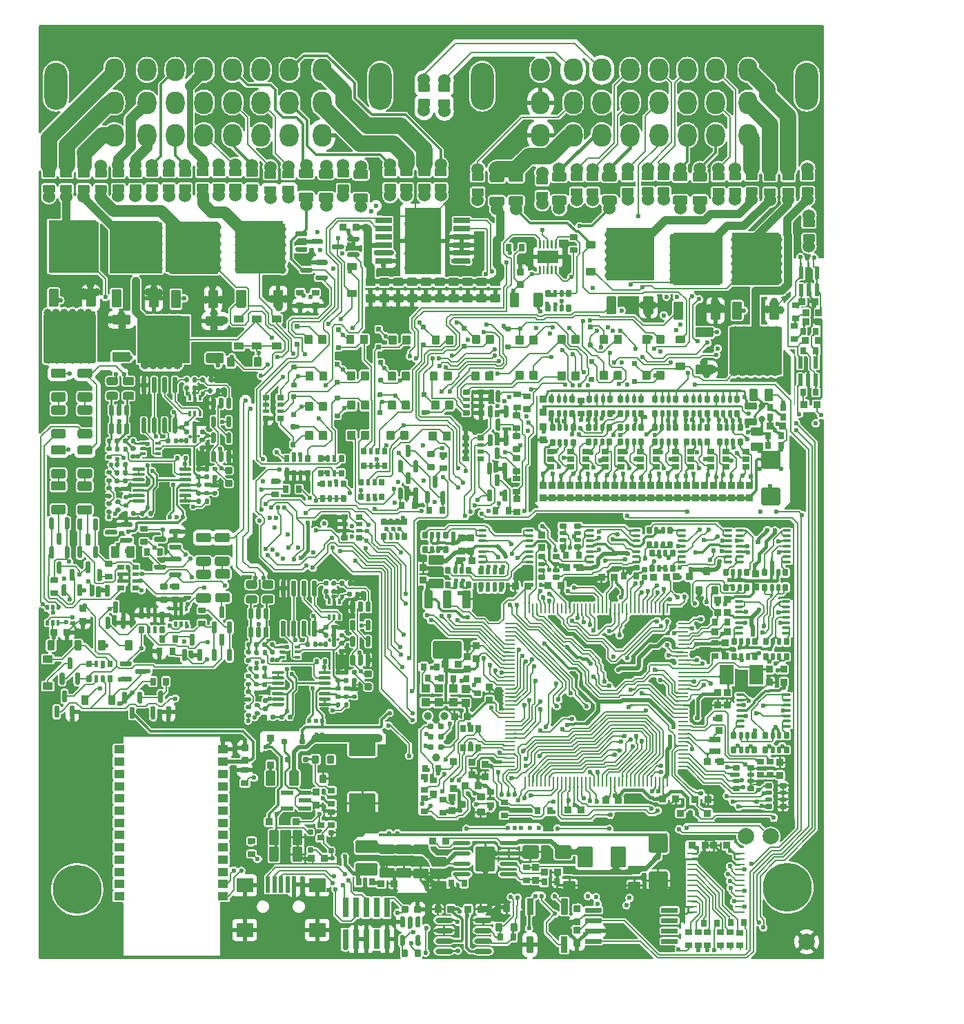
<source format=gtl>
G75*
G70*
%OFA0B0*%
%FSLAX25Y25*%
%IPPOS*%
%LPD*%
%AMOC8*
5,1,8,0,0,1.08239X$1,22.5*
%
%AMM111*
21,1,0.070870,0.036220,-0.000000,0.000000,90.000000*
21,1,0.061810,0.045280,-0.000000,0.000000,90.000000*
1,1,0.009060,0.018110,0.030910*
1,1,0.009060,0.018110,-0.030910*
1,1,0.009060,-0.018110,-0.030910*
1,1,0.009060,-0.018110,0.030910*
%
%AMM112*
21,1,0.033470,0.026770,-0.000000,0.000000,270.000000*
21,1,0.026770,0.033470,-0.000000,0.000000,270.000000*
1,1,0.006690,-0.013390,-0.013390*
1,1,0.006690,-0.013390,0.013390*
1,1,0.006690,0.013390,0.013390*
1,1,0.006690,0.013390,-0.013390*
%
%AMM113*
21,1,0.035430,0.030320,-0.000000,0.000000,180.000000*
21,1,0.028350,0.037400,-0.000000,0.000000,180.000000*
1,1,0.007090,-0.014170,0.015160*
1,1,0.007090,0.014170,0.015160*
1,1,0.007090,0.014170,-0.015160*
1,1,0.007090,-0.014170,-0.015160*
%
%AMM114*
21,1,0.021650,0.052760,-0.000000,0.000000,90.000000*
21,1,0.017320,0.057090,-0.000000,0.000000,90.000000*
1,1,0.004330,0.026380,0.008660*
1,1,0.004330,0.026380,-0.008660*
1,1,0.004330,-0.026380,-0.008660*
1,1,0.004330,-0.026380,0.008660*
%
%AMM115*
21,1,0.094490,0.111020,-0.000000,0.000000,270.000000*
21,1,0.075590,0.129920,-0.000000,0.000000,270.000000*
1,1,0.018900,-0.055510,-0.037800*
1,1,0.018900,-0.055510,0.037800*
1,1,0.018900,0.055510,0.037800*
1,1,0.018900,0.055510,-0.037800*
%
%AMM116*
21,1,0.023620,0.018900,-0.000000,0.000000,0.000000*
21,1,0.018900,0.023620,-0.000000,0.000000,0.000000*
1,1,0.004720,0.009450,-0.009450*
1,1,0.004720,-0.009450,-0.009450*
1,1,0.004720,-0.009450,0.009450*
1,1,0.004720,0.009450,0.009450*
%
%AMM117*
21,1,0.035830,0.026770,-0.000000,0.000000,90.000000*
21,1,0.029130,0.033470,-0.000000,0.000000,90.000000*
1,1,0.006690,0.013390,0.014570*
1,1,0.006690,0.013390,-0.014570*
1,1,0.006690,-0.013390,-0.014570*
1,1,0.006690,-0.013390,0.014570*
%
%AMM118*
21,1,0.023620,0.018900,-0.000000,0.000000,270.000000*
21,1,0.018900,0.023620,-0.000000,0.000000,270.000000*
1,1,0.004720,-0.009450,-0.009450*
1,1,0.004720,-0.009450,0.009450*
1,1,0.004720,0.009450,0.009450*
1,1,0.004720,0.009450,-0.009450*
%
%AMM119*
21,1,0.027560,0.030710,-0.000000,0.000000,90.000000*
21,1,0.022050,0.036220,-0.000000,0.000000,90.000000*
1,1,0.005510,0.015350,0.011020*
1,1,0.005510,0.015350,-0.011020*
1,1,0.005510,-0.015350,-0.011020*
1,1,0.005510,-0.015350,0.011020*
%
%AMM120*
21,1,0.033470,0.026770,-0.000000,0.000000,180.000000*
21,1,0.026770,0.033470,-0.000000,0.000000,180.000000*
1,1,0.006690,-0.013390,0.013390*
1,1,0.006690,0.013390,0.013390*
1,1,0.006690,0.013390,-0.013390*
1,1,0.006690,-0.013390,-0.013390*
%
%AMM121*
21,1,0.035830,0.026770,-0.000000,0.000000,180.000000*
21,1,0.029130,0.033470,-0.000000,0.000000,180.000000*
1,1,0.006690,-0.014570,0.013390*
1,1,0.006690,0.014570,0.013390*
1,1,0.006690,0.014570,-0.013390*
1,1,0.006690,-0.014570,-0.013390*
%
%AMM122*
21,1,0.047240,0.015750,-0.000000,0.000000,225.000000*
1,1,0.015750,0.016700,0.016700*
1,1,0.015750,-0.016700,-0.016700*
%
%AMM137*
21,1,0.027560,0.030710,-0.000000,0.000000,270.000000*
21,1,0.022050,0.036220,-0.000000,0.000000,270.000000*
1,1,0.005510,-0.015350,-0.011020*
1,1,0.005510,-0.015350,0.011020*
1,1,0.005510,0.015350,0.011020*
1,1,0.005510,0.015350,-0.011020*
%
%AMM138*
21,1,0.033470,0.026770,-0.000000,0.000000,0.000000*
21,1,0.026770,0.033470,-0.000000,0.000000,0.000000*
1,1,0.006690,0.013390,-0.013390*
1,1,0.006690,-0.013390,-0.013390*
1,1,0.006690,-0.013390,0.013390*
1,1,0.006690,0.013390,0.013390*
%
%AMM154*
21,1,0.039370,0.049210,-0.000000,-0.000000,270.000000*
21,1,0.031500,0.057090,-0.000000,-0.000000,270.000000*
1,1,0.007870,-0.024610,-0.015750*
1,1,0.007870,-0.024610,0.015750*
1,1,0.007870,0.024610,0.015750*
1,1,0.007870,0.024610,-0.015750*
%
%AMM155*
21,1,0.106300,0.050390,-0.000000,-0.000000,180.000000*
21,1,0.093700,0.062990,-0.000000,-0.000000,180.000000*
1,1,0.012600,-0.046850,0.025200*
1,1,0.012600,0.046850,0.025200*
1,1,0.012600,0.046850,-0.025200*
1,1,0.012600,-0.046850,-0.025200*
%
%AMM156*
21,1,0.074800,0.083460,-0.000000,-0.000000,0.000000*
21,1,0.059840,0.098430,-0.000000,-0.000000,0.000000*
1,1,0.014960,0.029920,-0.041730*
1,1,0.014960,-0.029920,-0.041730*
1,1,0.014960,-0.029920,0.041730*
1,1,0.014960,0.029920,0.041730*
%
%AMM157*
21,1,0.027560,0.030710,-0.000000,-0.000000,0.000000*
21,1,0.022050,0.036220,-0.000000,-0.000000,0.000000*
1,1,0.005510,0.011020,-0.015350*
1,1,0.005510,-0.011020,-0.015350*
1,1,0.005510,-0.011020,0.015350*
1,1,0.005510,0.011020,0.015350*
%
%AMM158*
21,1,0.033470,0.026770,-0.000000,-0.000000,0.000000*
21,1,0.026770,0.033470,-0.000000,-0.000000,0.000000*
1,1,0.006690,0.013390,-0.013390*
1,1,0.006690,-0.013390,-0.013390*
1,1,0.006690,-0.013390,0.013390*
1,1,0.006690,0.013390,0.013390*
%
%AMM159*
21,1,0.033470,0.026770,-0.000000,-0.000000,90.000000*
21,1,0.026770,0.033470,-0.000000,-0.000000,90.000000*
1,1,0.006690,0.013390,0.013390*
1,1,0.006690,0.013390,-0.013390*
1,1,0.006690,-0.013390,-0.013390*
1,1,0.006690,-0.013390,0.013390*
%
%AMM160*
21,1,0.122050,0.075590,-0.000000,-0.000000,90.000000*
21,1,0.103150,0.094490,-0.000000,-0.000000,90.000000*
1,1,0.018900,0.037800,0.051580*
1,1,0.018900,0.037800,-0.051580*
1,1,0.018900,-0.037800,-0.051580*
1,1,0.018900,-0.037800,0.051580*
%
%AMM161*
21,1,0.078740,0.053540,-0.000000,-0.000000,0.000000*
21,1,0.065350,0.066930,-0.000000,-0.000000,0.000000*
1,1,0.013390,0.032680,-0.026770*
1,1,0.013390,-0.032680,-0.026770*
1,1,0.013390,-0.032680,0.026770*
1,1,0.013390,0.032680,0.026770*
%
%AMM162*
21,1,0.070870,0.036220,-0.000000,-0.000000,0.000000*
21,1,0.061810,0.045280,-0.000000,-0.000000,0.000000*
1,1,0.009060,0.030910,-0.018110*
1,1,0.009060,-0.030910,-0.018110*
1,1,0.009060,-0.030910,0.018110*
1,1,0.009060,0.030910,0.018110*
%
%AMM163*
21,1,0.086610,0.073230,-0.000000,-0.000000,270.000000*
21,1,0.069290,0.090550,-0.000000,-0.000000,270.000000*
1,1,0.017320,-0.036610,-0.034650*
1,1,0.017320,-0.036610,0.034650*
1,1,0.017320,0.036610,0.034650*
1,1,0.017320,0.036610,-0.034650*
%
%AMM164*
21,1,0.027560,0.030710,-0.000000,-0.000000,270.000000*
21,1,0.022050,0.036220,-0.000000,-0.000000,270.000000*
1,1,0.005510,-0.015350,-0.011020*
1,1,0.005510,-0.015350,0.011020*
1,1,0.005510,0.015350,0.011020*
1,1,0.005510,0.015350,-0.011020*
%
%AMM195*
21,1,0.035430,0.050000,-0.000000,-0.000000,90.000000*
21,1,0.028350,0.057090,-0.000000,-0.000000,90.000000*
1,1,0.007090,0.025000,0.014170*
1,1,0.007090,0.025000,-0.014170*
1,1,0.007090,-0.025000,-0.014170*
1,1,0.007090,-0.025000,0.014170*
%
%AMM196*
21,1,0.086610,0.073230,-0.000000,-0.000000,90.000000*
21,1,0.069290,0.090550,-0.000000,-0.000000,90.000000*
1,1,0.017320,0.036610,0.034650*
1,1,0.017320,0.036610,-0.034650*
1,1,0.017320,-0.036610,-0.034650*
1,1,0.017320,-0.036610,0.034650*
%
%AMM197*
21,1,0.039370,0.049210,-0.000000,-0.000000,0.000000*
21,1,0.031500,0.057090,-0.000000,-0.000000,0.000000*
1,1,0.007870,0.015750,-0.024610*
1,1,0.007870,-0.015750,-0.024610*
1,1,0.007870,-0.015750,0.024610*
1,1,0.007870,0.015750,0.024610*
%
%AMM198*
21,1,0.023620,0.030710,-0.000000,-0.000000,270.000000*
21,1,0.018900,0.035430,-0.000000,-0.000000,270.000000*
1,1,0.004720,-0.015350,-0.009450*
1,1,0.004720,-0.015350,0.009450*
1,1,0.004720,0.015350,0.009450*
1,1,0.004720,0.015350,-0.009450*
%
%AMM199*
21,1,0.025590,0.026380,-0.000000,-0.000000,180.000000*
21,1,0.020470,0.031500,-0.000000,-0.000000,180.000000*
1,1,0.005120,-0.010240,0.013190*
1,1,0.005120,0.010240,0.013190*
1,1,0.005120,0.010240,-0.013190*
1,1,0.005120,-0.010240,-0.013190*
%
%AMM200*
21,1,0.017720,0.027950,-0.000000,-0.000000,180.000000*
21,1,0.014170,0.031500,-0.000000,-0.000000,180.000000*
1,1,0.003540,-0.007090,0.013980*
1,1,0.003540,0.007090,0.013980*
1,1,0.003540,0.007090,-0.013980*
1,1,0.003540,-0.007090,-0.013980*
%
%AMM201*
21,1,0.027560,0.030710,-0.000000,-0.000000,180.000000*
21,1,0.022050,0.036220,-0.000000,-0.000000,180.000000*
1,1,0.005510,-0.011020,0.015350*
1,1,0.005510,0.011020,0.015350*
1,1,0.005510,0.011020,-0.015350*
1,1,0.005510,-0.011020,-0.015350*
%
%AMM202*
21,1,0.007870,0.503940,-0.000000,-0.000000,0.000000*
21,1,0.000000,0.511810,-0.000000,-0.000000,0.000000*
1,1,0.007870,-0.000000,-0.251970*
1,1,0.007870,-0.000000,-0.251970*
1,1,0.007870,-0.000000,0.251970*
1,1,0.007870,-0.000000,0.251970*
%
%AMM203*
21,1,0.009840,0.919290,-0.000000,-0.000000,90.000000*
21,1,0.000000,0.929130,-0.000000,-0.000000,90.000000*
1,1,0.009840,0.459650,-0.000000*
1,1,0.009840,0.459650,-0.000000*
1,1,0.009840,-0.459650,-0.000000*
1,1,0.009840,-0.459650,-0.000000*
%
%AMM204*
21,1,0.007870,0.041340,-0.000000,-0.000000,180.000000*
21,1,0.000000,0.049210,-0.000000,-0.000000,180.000000*
1,1,0.007870,-0.000000,0.020670*
1,1,0.007870,-0.000000,0.020670*
1,1,0.007870,-0.000000,-0.020670*
1,1,0.007870,-0.000000,-0.020670*
%
%AMM216*
21,1,0.027560,0.030710,-0.000000,0.000000,0.000000*
21,1,0.022050,0.036220,-0.000000,0.000000,0.000000*
1,1,0.005510,0.011020,-0.015350*
1,1,0.005510,-0.011020,-0.015350*
1,1,0.005510,-0.011020,0.015350*
1,1,0.005510,0.011020,0.015350*
%
%AMM259*
21,1,0.070870,0.036220,-0.000000,-0.000000,180.000000*
21,1,0.061810,0.045280,-0.000000,-0.000000,180.000000*
1,1,0.009060,-0.030910,0.018110*
1,1,0.009060,0.030910,0.018110*
1,1,0.009060,0.030910,-0.018110*
1,1,0.009060,-0.030910,-0.018110*
%
%AMM260*
21,1,0.027560,0.030710,-0.000000,-0.000000,90.000000*
21,1,0.022050,0.036220,-0.000000,-0.000000,90.000000*
1,1,0.005510,0.015350,0.011020*
1,1,0.005510,0.015350,-0.011020*
1,1,0.005510,-0.015350,-0.011020*
1,1,0.005510,-0.015350,0.011020*
%
%AMM261*
21,1,0.033470,0.026770,-0.000000,-0.000000,270.000000*
21,1,0.026770,0.033470,-0.000000,-0.000000,270.000000*
1,1,0.006690,-0.013390,-0.013390*
1,1,0.006690,-0.013390,0.013390*
1,1,0.006690,0.013390,0.013390*
1,1,0.006690,0.013390,-0.013390*
%
%AMM262*
21,1,0.023620,0.030710,-0.000000,-0.000000,0.000000*
21,1,0.018900,0.035430,-0.000000,-0.000000,0.000000*
1,1,0.004720,0.009450,-0.015350*
1,1,0.004720,-0.009450,-0.015350*
1,1,0.004720,-0.009450,0.015350*
1,1,0.004720,0.009450,0.015350*
%
%AMM263*
21,1,0.027560,0.018900,-0.000000,-0.000000,0.000000*
21,1,0.022840,0.023620,-0.000000,-0.000000,0.000000*
1,1,0.004720,0.011420,-0.009450*
1,1,0.004720,-0.011420,-0.009450*
1,1,0.004720,-0.011420,0.009450*
1,1,0.004720,0.011420,0.009450*
%
%AMM264*
21,1,0.137800,0.067720,-0.000000,-0.000000,180.000000*
21,1,0.120870,0.084650,-0.000000,-0.000000,180.000000*
1,1,0.016930,-0.060430,0.033860*
1,1,0.016930,0.060430,0.033860*
1,1,0.016930,0.060430,-0.033860*
1,1,0.016930,-0.060430,-0.033860*
%
%AMM265*
21,1,0.043310,0.075980,-0.000000,-0.000000,180.000000*
21,1,0.034650,0.084650,-0.000000,-0.000000,180.000000*
1,1,0.008660,-0.017320,0.037990*
1,1,0.008660,0.017320,0.037990*
1,1,0.008660,0.017320,-0.037990*
1,1,0.008660,-0.017320,-0.037990*
%
%AMM266*
21,1,0.043310,0.075990,-0.000000,-0.000000,180.000000*
21,1,0.034650,0.084650,-0.000000,-0.000000,180.000000*
1,1,0.008660,-0.017320,0.037990*
1,1,0.008660,0.017320,0.037990*
1,1,0.008660,0.017320,-0.037990*
1,1,0.008660,-0.017320,-0.037990*
%
%AMM267*
21,1,0.039370,0.035430,-0.000000,-0.000000,90.000000*
21,1,0.031500,0.043310,-0.000000,-0.000000,90.000000*
1,1,0.007870,0.017720,0.015750*
1,1,0.007870,0.017720,-0.015750*
1,1,0.007870,-0.017720,-0.015750*
1,1,0.007870,-0.017720,0.015750*
%
%AMM268*
21,1,0.035430,0.030320,-0.000000,-0.000000,90.000000*
21,1,0.028350,0.037400,-0.000000,-0.000000,90.000000*
1,1,0.007090,0.015160,0.014170*
1,1,0.007090,0.015160,-0.014170*
1,1,0.007090,-0.015160,-0.014170*
1,1,0.007090,-0.015160,0.014170*
%
%AMM269*
21,1,0.035830,0.026770,-0.000000,-0.000000,90.000000*
21,1,0.029130,0.033470,-0.000000,-0.000000,90.000000*
1,1,0.006690,0.013390,0.014570*
1,1,0.006690,0.013390,-0.014570*
1,1,0.006690,-0.013390,-0.014570*
1,1,0.006690,-0.013390,0.014570*
%
%AMM270*
21,1,0.035430,0.030320,-0.000000,-0.000000,0.000000*
21,1,0.028350,0.037400,-0.000000,-0.000000,0.000000*
1,1,0.007090,0.014170,-0.015160*
1,1,0.007090,-0.014170,-0.015160*
1,1,0.007090,-0.014170,0.015160*
1,1,0.007090,0.014170,0.015160*
%
%AMM271*
21,1,0.025590,0.026380,-0.000000,-0.000000,90.000000*
21,1,0.020470,0.031500,-0.000000,-0.000000,90.000000*
1,1,0.005120,0.013190,0.010240*
1,1,0.005120,0.013190,-0.010240*
1,1,0.005120,-0.013190,-0.010240*
1,1,0.005120,-0.013190,0.010240*
%
%AMM272*
21,1,0.017720,0.027950,-0.000000,-0.000000,90.000000*
21,1,0.014170,0.031500,-0.000000,-0.000000,90.000000*
1,1,0.003540,0.013980,0.007090*
1,1,0.003540,0.013980,-0.007090*
1,1,0.003540,-0.013980,-0.007090*
1,1,0.003540,-0.013980,0.007090*
%
%AMM273*
21,1,0.027560,0.049610,-0.000000,-0.000000,90.000000*
21,1,0.022050,0.055120,-0.000000,-0.000000,90.000000*
1,1,0.005510,0.024800,0.011020*
1,1,0.005510,0.024800,-0.011020*
1,1,0.005510,-0.024800,-0.011020*
1,1,0.005510,-0.024800,0.011020*
%
%AMM274*
21,1,0.035830,0.026770,-0.000000,-0.000000,0.000000*
21,1,0.029130,0.033470,-0.000000,-0.000000,0.000000*
1,1,0.006690,0.014570,-0.013390*
1,1,0.006690,-0.014570,-0.013390*
1,1,0.006690,-0.014570,0.013390*
1,1,0.006690,0.014570,0.013390*
%
%AMM275*
21,1,0.007870,0.029130,-0.000000,-0.000000,45.000000*
21,1,0.000000,0.037010,-0.000000,-0.000000,45.000000*
1,1,0.007870,0.010300,-0.010300*
1,1,0.007870,0.010300,-0.010300*
1,1,0.007870,-0.010300,0.010300*
1,1,0.007870,-0.010300,0.010300*
%
%AMM276*
21,1,0.007870,0.014960,-0.000000,-0.000000,315.000000*
21,1,0.000000,0.022840,-0.000000,-0.000000,315.000000*
1,1,0.007870,-0.005290,-0.005290*
1,1,0.007870,-0.005290,-0.005290*
1,1,0.007870,0.005290,0.005290*
1,1,0.007870,0.005290,0.005290*
%
%AMM277*
21,1,0.007870,0.013780,-0.000000,-0.000000,225.000000*
21,1,0.000000,0.021650,-0.000000,-0.000000,225.000000*
1,1,0.007870,-0.004870,0.004870*
1,1,0.007870,-0.004870,0.004870*
1,1,0.007870,0.004870,-0.004870*
1,1,0.007870,0.004870,-0.004870*
%
%AMM278*
21,1,0.007870,0.039370,-0.000000,-0.000000,225.000000*
21,1,0.000000,0.047240,-0.000000,-0.000000,225.000000*
1,1,0.007870,-0.013920,0.013920*
1,1,0.007870,-0.013920,0.013920*
1,1,0.007870,0.013920,-0.013920*
1,1,0.007870,0.013920,-0.013920*
%
%AMM279*
21,1,0.007870,0.055120,-0.000000,-0.000000,90.000000*
21,1,0.000000,0.062990,-0.000000,-0.000000,90.000000*
1,1,0.007870,0.027560,-0.000000*
1,1,0.007870,0.027560,-0.000000*
1,1,0.007870,-0.027560,-0.000000*
1,1,0.007870,-0.027560,-0.000000*
%
%AMM280*
21,1,0.007870,0.023620,-0.000000,-0.000000,135.000000*
21,1,0.000000,0.031500,-0.000000,-0.000000,135.000000*
1,1,0.007870,0.008350,0.008350*
1,1,0.007870,0.008350,0.008350*
1,1,0.007870,-0.008350,-0.008350*
1,1,0.007870,-0.008350,-0.008350*
%
%AMM281*
21,1,0.007870,1.704720,-0.000000,-0.000000,90.000000*
21,1,0.000000,1.712600,-0.000000,-0.000000,90.000000*
1,1,0.007870,0.852360,-0.000000*
1,1,0.007870,0.852360,-0.000000*
1,1,0.007870,-0.852360,-0.000000*
1,1,0.007870,-0.852360,-0.000000*
%
%AMM282*
21,1,0.007870,1.405510,-0.000000,-0.000000,0.000000*
21,1,0.000000,1.413390,-0.000000,-0.000000,0.000000*
1,1,0.007870,-0.000000,-0.702760*
1,1,0.007870,-0.000000,-0.702760*
1,1,0.007870,-0.000000,0.702760*
1,1,0.007870,-0.000000,0.702760*
%
%AMM283*
21,1,0.007870,1.787400,-0.000000,-0.000000,90.000000*
21,1,0.000000,1.795280,-0.000000,-0.000000,90.000000*
1,1,0.007870,0.893700,-0.000000*
1,1,0.007870,0.893700,-0.000000*
1,1,0.007870,-0.893700,-0.000000*
1,1,0.007870,-0.893700,-0.000000*
%
%AMM284*
21,1,0.007870,1.416930,-0.000000,-0.000000,0.000000*
21,1,0.000000,1.424800,-0.000000,-0.000000,0.000000*
1,1,0.007870,-0.000000,-0.708470*
1,1,0.007870,-0.000000,-0.708470*
1,1,0.007870,-0.000000,0.708470*
1,1,0.007870,-0.000000,0.708470*
%
%AMM285*
21,1,0.009840,0.017720,-0.000000,-0.000000,0.000000*
21,1,0.000000,0.027560,-0.000000,-0.000000,0.000000*
1,1,0.009840,-0.000000,-0.008860*
1,1,0.009840,-0.000000,-0.008860*
1,1,0.009840,-0.000000,0.008860*
1,1,0.009840,-0.000000,0.008860*
%
%AMM308*
21,1,0.033470,0.026770,-0.000000,-0.000000,180.000000*
21,1,0.026770,0.033470,-0.000000,-0.000000,180.000000*
1,1,0.006690,-0.013390,0.013390*
1,1,0.006690,0.013390,0.013390*
1,1,0.006690,0.013390,-0.013390*
1,1,0.006690,-0.013390,-0.013390*
%
%AMM310*
21,1,0.021650,0.052760,-0.000000,0.000000,0.000000*
21,1,0.017320,0.057090,-0.000000,0.000000,0.000000*
1,1,0.004330,0.008660,-0.026380*
1,1,0.004330,-0.008660,-0.026380*
1,1,0.004330,-0.008660,0.026380*
1,1,0.004330,0.008660,0.026380*
%
%AMM44*
21,1,0.033470,0.026770,0.000000,0.000000,0.000000*
21,1,0.026770,0.033470,0.000000,0.000000,0.000000*
1,1,0.006690,0.013390,-0.013390*
1,1,0.006690,-0.013390,-0.013390*
1,1,0.006690,-0.013390,0.013390*
1,1,0.006690,0.013390,0.013390*
%
%AMM45*
21,1,0.027560,0.030710,0.000000,0.000000,270.000000*
21,1,0.022050,0.036220,0.000000,0.000000,270.000000*
1,1,0.005510,-0.015350,-0.011020*
1,1,0.005510,-0.015350,0.011020*
1,1,0.005510,0.015350,0.011020*
1,1,0.005510,0.015350,-0.011020*
%
%AMM46*
21,1,0.015750,0.009840,0.000000,0.000000,45.000000*
1,1,0.009840,-0.005570,-0.005570*
1,1,0.009840,0.005570,0.005570*
%
%AMM9*
21,1,0.027560,0.030710,0.000000,0.000000,0.000000*
21,1,0.022050,0.036220,0.000000,0.000000,0.000000*
1,1,0.005510,0.011020,-0.015350*
1,1,0.005510,-0.011020,-0.015350*
1,1,0.005510,-0.011020,0.015350*
1,1,0.005510,0.011020,0.015350*
%
%ADD10R,0.10236X0.05906*%
%ADD101O,0.03937X0.01968*%
%ADD107C,0.01968*%
%ADD11C,0.02362*%
%ADD12O,0.00984X0.40157*%
%ADD127O,0.08661X0.01968*%
%ADD13O,0.22835X0.00984*%
%ADD133O,0.01968X0.03937*%
%ADD134O,0.01968X0.11811*%
%ADD135O,0.01575X0.28347*%
%ADD14O,0.00787X0.01575*%
%ADD148R,0.02559X0.01575*%
%ADD15C,0.06000*%
%ADD155R,0.01575X0.02559*%
%ADD157O,0.04961X0.00984*%
%ADD158M44*%
%ADD159M45*%
%ADD16C,0.23622*%
%ADD160M46*%
%ADD161O,0.00984X0.40158*%
%ADD17C,0.07874*%
%ADD18R,0.22835X0.25197*%
%ADD188O,0.05118X0.00866*%
%ADD189O,0.00866X0.05118*%
%ADD19O,0.11024X0.22835*%
%ADD194O,0.04331X0.01181*%
%ADD197R,0.06693X0.09449*%
%ADD20O,0.09055X0.11024*%
%ADD21R,0.01969X0.07874*%
%ADD215R,0.01968X0.01968*%
%ADD216C,0.03100*%
%ADD217C,0.03900*%
%ADD22R,0.07874X0.06693*%
%ADD23R,0.25197X0.22835*%
%ADD24R,0.07874X0.02559*%
%ADD242O,0.08661X0.02362*%
%ADD243O,0.01968X0.00984*%
%ADD244O,0.00984X0.01968*%
%ADD25R,0.17717X0.31890*%
%ADD250M111*%
%ADD251M112*%
%ADD252M113*%
%ADD253M114*%
%ADD254M115*%
%ADD255M116*%
%ADD256M117*%
%ADD257M118*%
%ADD258M119*%
%ADD259M120*%
%ADD26O,0.00984X0.01969*%
%ADD260M121*%
%ADD261O,0.34429X0.03937*%
%ADD262O,0.36221X0.00787*%
%ADD263O,0.01968X0.00787*%
%ADD264M122*%
%ADD27O,0.00787X0.22323*%
%ADD28O,0.43701X0.00787*%
%ADD280M137*%
%ADD281M138*%
%ADD29O,0.01969X0.00984*%
%ADD30O,0.00787X0.26772*%
%ADD305M154*%
%ADD306M155*%
%ADD307M156*%
%ADD308M157*%
%ADD309M158*%
%ADD31O,0.38583X0.01575*%
%ADD310M159*%
%ADD311M160*%
%ADD312M161*%
%ADD313M162*%
%ADD314M163*%
%ADD315M164*%
%ADD32O,0.01969X0.03937*%
%ADD33O,0.34428X0.03937*%
%ADD34O,0.01575X0.35433*%
%ADD346M195*%
%ADD347M196*%
%ADD348M197*%
%ADD349M198*%
%ADD35O,0.21260X0.01575*%
%ADD350M199*%
%ADD351M200*%
%ADD352M201*%
%ADD353M202*%
%ADD354M203*%
%ADD355M204*%
%ADD36O,0.00787X0.25591*%
%ADD367M216*%
%ADD37O,0.00787X0.54331*%
%ADD38O,0.01969X0.00787*%
%ADD39O,0.36220X0.00787*%
%ADD40R,0.00984X0.71654*%
%ADD41R,0.25591X0.00984*%
%ADD414M259*%
%ADD415M260*%
%ADD416M261*%
%ADD417M262*%
%ADD418M263*%
%ADD419M264*%
%ADD42R,0.25394X0.00984*%
%ADD420M265*%
%ADD421M266*%
%ADD422M267*%
%ADD423M268*%
%ADD424M269*%
%ADD425M270*%
%ADD426M271*%
%ADD427M272*%
%ADD428M273*%
%ADD429M274*%
%ADD43R,0.04921X0.00984*%
%ADD430M275*%
%ADD431M276*%
%ADD432M277*%
%ADD433M278*%
%ADD434M279*%
%ADD435M280*%
%ADD436M281*%
%ADD437M282*%
%ADD438M283*%
%ADD439M284*%
%ADD44R,0.53740X0.00984*%
%ADD440M285*%
%ADD45R,0.01378X0.00984*%
%ADD46R,0.05118X0.03937*%
%ADD469M308*%
%ADD47O,0.19685X0.01575*%
%ADD471M310*%
%ADD48O,0.01575X0.28346*%
%ADD49O,1.18110X0.01575*%
%ADD50O,0.03937X0.01969*%
%ADD51O,0.00787X0.12205*%
%ADD52O,0.01969X0.11811*%
%ADD53O,1.39370X0.01575*%
%ADD54R,0.02913X0.09449*%
%ADD55C,0.03937*%
%ADD56C,0.05906*%
%ADD57C,0.00787*%
%ADD58C,0.01575*%
%ADD59C,0.01969*%
%ADD60C,0.01181*%
%ADD61C,0.00800*%
%ADD62C,0.05512*%
%ADD63C,0.05118*%
%ADD64C,0.07087*%
%ADD65C,0.03150*%
%ADD66C,0.04724*%
%ADD74C,0.00984*%
%ADD95M9*%
X0000000Y0000000D02*
%LPD*%
G01*
D10*
X0246260Y0339134D03*
D11*
X0249016Y0339134D03*
X0243504Y0339134D03*
G36*
G01*
X0242569Y0343268D02*
X0242077Y0343268D01*
G75*
G02*
X0241831Y0343514I0000000J0000246D01*
G01*
X0241831Y0347156D01*
G75*
G02*
X0242077Y0347402I0000246J0000000D01*
G01*
X0242569Y0347402D01*
G75*
G02*
X0242815Y0347156I0000000J-000246D01*
G01*
X0242815Y0343514D01*
G75*
G02*
X0242569Y0343268I-000246J0000000D01*
G01*
G37*
G36*
G01*
X0244537Y0343268D02*
X0244045Y0343268D01*
G75*
G02*
X0243799Y0343514I0000000J0000246D01*
G01*
X0243799Y0347156D01*
G75*
G02*
X0244045Y0347402I0000246J0000000D01*
G01*
X0244537Y0347402D01*
G75*
G02*
X0244783Y0347156I0000000J-000246D01*
G01*
X0244783Y0343514D01*
G75*
G02*
X0244537Y0343268I-000246J0000000D01*
G01*
G37*
G36*
G01*
X0246506Y0343268D02*
X0246014Y0343268D01*
G75*
G02*
X0245768Y0343514I0000000J0000246D01*
G01*
X0245768Y0347156D01*
G75*
G02*
X0246014Y0347402I0000246J0000000D01*
G01*
X0246506Y0347402D01*
G75*
G02*
X0246752Y0347156I0000000J-000246D01*
G01*
X0246752Y0343514D01*
G75*
G02*
X0246506Y0343268I-000246J0000000D01*
G01*
G37*
G36*
G01*
X0248474Y0343268D02*
X0247982Y0343268D01*
G75*
G02*
X0247736Y0343514I0000000J0000246D01*
G01*
X0247736Y0347156D01*
G75*
G02*
X0247982Y0347402I0000246J0000000D01*
G01*
X0248474Y0347402D01*
G75*
G02*
X0248720Y0347156I0000000J-000246D01*
G01*
X0248720Y0343514D01*
G75*
G02*
X0248474Y0343268I-000246J0000000D01*
G01*
G37*
G36*
G01*
X0250443Y0343268D02*
X0249951Y0343268D01*
G75*
G02*
X0249705Y0343514I0000000J0000246D01*
G01*
X0249705Y0347156D01*
G75*
G02*
X0249951Y0347402I0000246J0000000D01*
G01*
X0250443Y0347402D01*
G75*
G02*
X0250689Y0347156I0000000J-000246D01*
G01*
X0250689Y0343514D01*
G75*
G02*
X0250443Y0343268I-000246J0000000D01*
G01*
G37*
G36*
G01*
X0250443Y0330866D02*
X0249951Y0330866D01*
G75*
G02*
X0249705Y0331112I0000000J0000246D01*
G01*
X0249705Y0334754D01*
G75*
G02*
X0249951Y0335000I0000246J0000000D01*
G01*
X0250443Y0335000D01*
G75*
G02*
X0250689Y0334754I0000000J-000246D01*
G01*
X0250689Y0331112D01*
G75*
G02*
X0250443Y0330866I-000246J0000000D01*
G01*
G37*
G36*
G01*
X0248474Y0330866D02*
X0247982Y0330866D01*
G75*
G02*
X0247736Y0331112I0000000J0000246D01*
G01*
X0247736Y0334754D01*
G75*
G02*
X0247982Y0335000I0000246J0000000D01*
G01*
X0248474Y0335000D01*
G75*
G02*
X0248720Y0334754I0000000J-000246D01*
G01*
X0248720Y0331112D01*
G75*
G02*
X0248474Y0330866I-000246J0000000D01*
G01*
G37*
G36*
G01*
X0246506Y0330866D02*
X0246014Y0330866D01*
G75*
G02*
X0245768Y0331112I0000000J0000246D01*
G01*
X0245768Y0334754D01*
G75*
G02*
X0246014Y0335000I0000246J0000000D01*
G01*
X0246506Y0335000D01*
G75*
G02*
X0246752Y0334754I0000000J-000246D01*
G01*
X0246752Y0331112D01*
G75*
G02*
X0246506Y0330866I-000246J0000000D01*
G01*
G37*
G36*
G01*
X0244537Y0330866D02*
X0244045Y0330866D01*
G75*
G02*
X0243799Y0331112I0000000J0000246D01*
G01*
X0243799Y0334754D01*
G75*
G02*
X0244045Y0335000I0000246J0000000D01*
G01*
X0244537Y0335000D01*
G75*
G02*
X0244783Y0334754I0000000J-000246D01*
G01*
X0244783Y0331112D01*
G75*
G02*
X0244537Y0330866I-000246J0000000D01*
G01*
G37*
G36*
G01*
X0242569Y0330866D02*
X0242077Y0330866D01*
G75*
G02*
X0241831Y0331112I0000000J0000246D01*
G01*
X0241831Y0334754D01*
G75*
G02*
X0242077Y0335000I0000246J0000000D01*
G01*
X0242569Y0335000D01*
G75*
G02*
X0242815Y0334754I0000000J-000246D01*
G01*
X0242815Y0331112D01*
G75*
G02*
X0242569Y0330866I-000246J0000000D01*
G01*
G37*
D12*
X0312126Y0037402D03*
D13*
X0324379Y0058071D03*
G36*
G01*
X0311811Y0056576D02*
X0311811Y0056576D01*
G75*
G02*
X0311811Y0057272I0000348J0000348D01*
G01*
X0312925Y0058385D01*
G75*
G02*
X0313621Y0058385I0000348J-000348D01*
G01*
X0313621Y0058385D01*
G75*
G02*
X0313621Y0057689I-000348J-000348D01*
G01*
X0312507Y0056576D01*
G75*
G02*
X0311811Y0056576I-000348J0000348D01*
G01*
G37*
D14*
X0342145Y0005415D03*
X0339153Y0005415D03*
X0334527Y0005415D03*
X0329901Y0005415D03*
X0326594Y0005415D03*
X0323641Y0005415D03*
X0319015Y0005415D03*
X0314389Y0005415D03*
D11*
X0334232Y0045177D03*
X0341456Y0043504D03*
X0333385Y0041339D03*
X0334232Y0037894D03*
X0334527Y0034547D03*
X0341456Y0033268D03*
X0336299Y0028150D03*
X0341456Y0025591D03*
X0318129Y0053839D03*
X0334173Y0052657D03*
G36*
G01*
X0098858Y0294508D02*
X0094843Y0294508D01*
G75*
G02*
X0094488Y0294862I0000000J0000354D01*
G01*
X0094488Y0297697D01*
G75*
G02*
X0094843Y0298051I0000354J0000000D01*
G01*
X0098858Y0298051D01*
G75*
G02*
X0099213Y0297697I0000000J-000354D01*
G01*
X0099213Y0294862D01*
G75*
G02*
X0098858Y0294508I-000354J0000000D01*
G01*
G37*
G36*
G01*
X0098858Y0307500D02*
X0094843Y0307500D01*
G75*
G02*
X0094488Y0307854I0000000J0000354D01*
G01*
X0094488Y0310689D01*
G75*
G02*
X0094843Y0311043I0000354J0000000D01*
G01*
X0098858Y0311043D01*
G75*
G02*
X0099213Y0310689I0000000J-000354D01*
G01*
X0099213Y0307854D01*
G75*
G02*
X0098858Y0307500I-000354J0000000D01*
G01*
G37*
G36*
G01*
X0304626Y0368898D02*
X0299705Y0368898D01*
G75*
G02*
X0299311Y0369291I0000000J0000394D01*
G01*
X0299311Y0372441D01*
G75*
G02*
X0299705Y0372835I0000394J0000000D01*
G01*
X0304626Y0372835D01*
G75*
G02*
X0305020Y0372441I0000000J-000394D01*
G01*
X0305020Y0369291D01*
G75*
G02*
X0304626Y0368898I-000394J0000000D01*
G01*
G37*
D15*
X0302165Y0367106D03*
G36*
G01*
X0304626Y0376378D02*
X0299705Y0376378D01*
G75*
G02*
X0299311Y0376772I0000000J0000394D01*
G01*
X0299311Y0379921D01*
G75*
G02*
X0299705Y0380315I0000394J0000000D01*
G01*
X0304626Y0380315D01*
G75*
G02*
X0305020Y0379921I0000000J-000394D01*
G01*
X0305020Y0376772D01*
G75*
G02*
X0304626Y0376378I-000394J0000000D01*
G01*
G37*
X0302165Y0382106D03*
G36*
G01*
X0261772Y0016634D02*
X0259094Y0016634D01*
G75*
G02*
X0258760Y0016968I0000000J0000335D01*
G01*
X0258760Y0019646D01*
G75*
G02*
X0259094Y0019980I0000335J0000000D01*
G01*
X0261772Y0019980D01*
G75*
G02*
X0262106Y0019646I0000000J-000335D01*
G01*
X0262106Y0016968D01*
G75*
G02*
X0261772Y0016634I-000335J0000000D01*
G01*
G37*
G36*
G01*
X0261772Y0022854D02*
X0259094Y0022854D01*
G75*
G02*
X0258760Y0023189I0000000J0000335D01*
G01*
X0258760Y0025866D01*
G75*
G02*
X0259094Y0026201I0000335J0000000D01*
G01*
X0261772Y0026201D01*
G75*
G02*
X0262106Y0025866I0000000J-000335D01*
G01*
X0262106Y0023189D01*
G75*
G02*
X0261772Y0022854I-000335J0000000D01*
G01*
G37*
G36*
G01*
X0049646Y0209449D02*
X0052717Y0209449D01*
G75*
G02*
X0052992Y0209173I0000000J-000276D01*
G01*
X0052992Y0206969D01*
G75*
G02*
X0052717Y0206693I-000276J0000000D01*
G01*
X0049646Y0206693D01*
G75*
G02*
X0049370Y0206969I0000000J0000276D01*
G01*
X0049370Y0209173D01*
G75*
G02*
X0049646Y0209449I0000276J0000000D01*
G01*
G37*
G36*
G01*
X0049646Y0203150D02*
X0052717Y0203150D01*
G75*
G02*
X0052992Y0202874I0000000J-000276D01*
G01*
X0052992Y0200669D01*
G75*
G02*
X0052717Y0200394I-000276J0000000D01*
G01*
X0049646Y0200394D01*
G75*
G02*
X0049370Y0200669I0000000J0000276D01*
G01*
X0049370Y0202874D01*
G75*
G02*
X0049646Y0203150I0000276J0000000D01*
G01*
G37*
G36*
G01*
X0101614Y0058661D02*
X0104685Y0058661D01*
G75*
G02*
X0104961Y0058386I0000000J-000276D01*
G01*
X0104961Y0056181D01*
G75*
G02*
X0104685Y0055906I-000276J0000000D01*
G01*
X0101614Y0055906D01*
G75*
G02*
X0101339Y0056181I0000000J0000276D01*
G01*
X0101339Y0058386D01*
G75*
G02*
X0101614Y0058661I0000276J0000000D01*
G01*
G37*
G36*
G01*
X0101614Y0052362D02*
X0104685Y0052362D01*
G75*
G02*
X0104961Y0052087I0000000J-000276D01*
G01*
X0104961Y0049882D01*
G75*
G02*
X0104685Y0049606I-000276J0000000D01*
G01*
X0101614Y0049606D01*
G75*
G02*
X0101339Y0049882I0000000J0000276D01*
G01*
X0101339Y0052087D01*
G75*
G02*
X0101614Y0052362I0000276J0000000D01*
G01*
G37*
G36*
G01*
X0136220Y0221319D02*
X0136220Y0223957D01*
G75*
G02*
X0136476Y0224213I0000256J0000000D01*
G01*
X0138524Y0224213D01*
G75*
G02*
X0138780Y0223957I0000000J-000256D01*
G01*
X0138780Y0221319D01*
G75*
G02*
X0138524Y0221063I-000256J0000000D01*
G01*
X0136476Y0221063D01*
G75*
G02*
X0136220Y0221319I0000000J0000256D01*
G01*
G37*
G36*
G01*
X0140059Y0221240D02*
X0140059Y0224035D01*
G75*
G02*
X0140236Y0224213I0000177J0000000D01*
G01*
X0141654Y0224213D01*
G75*
G02*
X0141831Y0224035I0000000J-000177D01*
G01*
X0141831Y0221240D01*
G75*
G02*
X0141654Y0221063I-000177J0000000D01*
G01*
X0140236Y0221063D01*
G75*
G02*
X0140059Y0221240I0000000J0000177D01*
G01*
G37*
G36*
G01*
X0143209Y0221240D02*
X0143209Y0224035D01*
G75*
G02*
X0143386Y0224213I0000177J0000000D01*
G01*
X0144803Y0224213D01*
G75*
G02*
X0144980Y0224035I0000000J-000177D01*
G01*
X0144980Y0221240D01*
G75*
G02*
X0144803Y0221063I-000177J0000000D01*
G01*
X0143386Y0221063D01*
G75*
G02*
X0143209Y0221240I0000000J0000177D01*
G01*
G37*
G36*
G01*
X0146260Y0221319D02*
X0146260Y0223957D01*
G75*
G02*
X0146516Y0224213I0000256J0000000D01*
G01*
X0148563Y0224213D01*
G75*
G02*
X0148819Y0223957I0000000J-000256D01*
G01*
X0148819Y0221319D01*
G75*
G02*
X0148563Y0221063I-000256J0000000D01*
G01*
X0146516Y0221063D01*
G75*
G02*
X0146260Y0221319I0000000J0000256D01*
G01*
G37*
G36*
G01*
X0146260Y0228406D02*
X0146260Y0231043D01*
G75*
G02*
X0146516Y0231299I0000256J0000000D01*
G01*
X0148563Y0231299D01*
G75*
G02*
X0148819Y0231043I0000000J-000256D01*
G01*
X0148819Y0228406D01*
G75*
G02*
X0148563Y0228150I-000256J0000000D01*
G01*
X0146516Y0228150D01*
G75*
G02*
X0146260Y0228406I0000000J0000256D01*
G01*
G37*
G36*
G01*
X0143209Y0228327D02*
X0143209Y0231122D01*
G75*
G02*
X0143386Y0231299I0000177J0000000D01*
G01*
X0144803Y0231299D01*
G75*
G02*
X0144980Y0231122I0000000J-000177D01*
G01*
X0144980Y0228327D01*
G75*
G02*
X0144803Y0228150I-000177J0000000D01*
G01*
X0143386Y0228150D01*
G75*
G02*
X0143209Y0228327I0000000J0000177D01*
G01*
G37*
G36*
G01*
X0140059Y0228327D02*
X0140059Y0231122D01*
G75*
G02*
X0140236Y0231299I0000177J0000000D01*
G01*
X0141654Y0231299D01*
G75*
G02*
X0141831Y0231122I0000000J-000177D01*
G01*
X0141831Y0228327D01*
G75*
G02*
X0141654Y0228150I-000177J0000000D01*
G01*
X0140236Y0228150D01*
G75*
G02*
X0140059Y0228327I0000000J0000177D01*
G01*
G37*
G36*
G01*
X0136220Y0228406D02*
X0136220Y0231043D01*
G75*
G02*
X0136476Y0231299I0000256J0000000D01*
G01*
X0138524Y0231299D01*
G75*
G02*
X0138780Y0231043I0000000J-000256D01*
G01*
X0138780Y0228406D01*
G75*
G02*
X0138524Y0228150I-000256J0000000D01*
G01*
X0136476Y0228150D01*
G75*
G02*
X0136220Y0228406I0000000J0000256D01*
G01*
G37*
G36*
G01*
X0199409Y0254528D02*
X0199409Y0250984D01*
G75*
G02*
X0199016Y0250591I-000394J0000000D01*
G01*
X0195866Y0250591D01*
G75*
G02*
X0195472Y0250984I0000000J0000394D01*
G01*
X0195472Y0254528D01*
G75*
G02*
X0195866Y0254921I0000394J0000000D01*
G01*
X0199016Y0254921D01*
G75*
G02*
X0199409Y0254528I0000000J-000394D01*
G01*
G37*
G36*
G01*
X0192717Y0254528D02*
X0192717Y0250984D01*
G75*
G02*
X0192323Y0250591I-000394J0000000D01*
G01*
X0189173Y0250591D01*
G75*
G02*
X0188780Y0250984I0000000J0000394D01*
G01*
X0188780Y0254528D01*
G75*
G02*
X0189173Y0254921I0000394J0000000D01*
G01*
X0192323Y0254921D01*
G75*
G02*
X0192717Y0254528I0000000J-000394D01*
G01*
G37*
G36*
G01*
X0215295Y0262598D02*
X0212657Y0262598D01*
G75*
G02*
X0212402Y0262854I0000000J0000256D01*
G01*
X0212402Y0264902D01*
G75*
G02*
X0212657Y0265157I0000256J0000000D01*
G01*
X0215295Y0265157D01*
G75*
G02*
X0215551Y0264902I0000000J-000256D01*
G01*
X0215551Y0262854D01*
G75*
G02*
X0215295Y0262598I-000256J0000000D01*
G01*
G37*
G36*
G01*
X0215374Y0266437D02*
X0212579Y0266437D01*
G75*
G02*
X0212402Y0266614I0000000J0000177D01*
G01*
X0212402Y0268031D01*
G75*
G02*
X0212579Y0268209I0000177J0000000D01*
G01*
X0215374Y0268209D01*
G75*
G02*
X0215551Y0268031I0000000J-000177D01*
G01*
X0215551Y0266614D01*
G75*
G02*
X0215374Y0266437I-000177J0000000D01*
G01*
G37*
G36*
G01*
X0215374Y0269587D02*
X0212579Y0269587D01*
G75*
G02*
X0212402Y0269764I0000000J0000177D01*
G01*
X0212402Y0271181D01*
G75*
G02*
X0212579Y0271358I0000177J0000000D01*
G01*
X0215374Y0271358D01*
G75*
G02*
X0215551Y0271181I0000000J-000177D01*
G01*
X0215551Y0269764D01*
G75*
G02*
X0215374Y0269587I-000177J0000000D01*
G01*
G37*
G36*
G01*
X0215295Y0272638D02*
X0212657Y0272638D01*
G75*
G02*
X0212402Y0272894I0000000J0000256D01*
G01*
X0212402Y0274941D01*
G75*
G02*
X0212657Y0275197I0000256J0000000D01*
G01*
X0215295Y0275197D01*
G75*
G02*
X0215551Y0274941I0000000J-000256D01*
G01*
X0215551Y0272894D01*
G75*
G02*
X0215295Y0272638I-000256J0000000D01*
G01*
G37*
G36*
G01*
X0208209Y0272638D02*
X0205571Y0272638D01*
G75*
G02*
X0205315Y0272894I0000000J0000256D01*
G01*
X0205315Y0274941D01*
G75*
G02*
X0205571Y0275197I0000256J0000000D01*
G01*
X0208209Y0275197D01*
G75*
G02*
X0208465Y0274941I0000000J-000256D01*
G01*
X0208465Y0272894D01*
G75*
G02*
X0208209Y0272638I-000256J0000000D01*
G01*
G37*
G36*
G01*
X0208287Y0269587D02*
X0205492Y0269587D01*
G75*
G02*
X0205315Y0269764I0000000J0000177D01*
G01*
X0205315Y0271181D01*
G75*
G02*
X0205492Y0271358I0000177J0000000D01*
G01*
X0208287Y0271358D01*
G75*
G02*
X0208465Y0271181I0000000J-000177D01*
G01*
X0208465Y0269764D01*
G75*
G02*
X0208287Y0269587I-000177J0000000D01*
G01*
G37*
G36*
G01*
X0208287Y0266437D02*
X0205492Y0266437D01*
G75*
G02*
X0205315Y0266614I0000000J0000177D01*
G01*
X0205315Y0268031D01*
G75*
G02*
X0205492Y0268209I0000177J0000000D01*
G01*
X0208287Y0268209D01*
G75*
G02*
X0208465Y0268031I0000000J-000177D01*
G01*
X0208465Y0266614D01*
G75*
G02*
X0208287Y0266437I-000177J0000000D01*
G01*
G37*
G36*
G01*
X0208209Y0262598D02*
X0205571Y0262598D01*
G75*
G02*
X0205315Y0262854I0000000J0000256D01*
G01*
X0205315Y0264902D01*
G75*
G02*
X0205571Y0265157I0000256J0000000D01*
G01*
X0208209Y0265157D01*
G75*
G02*
X0208465Y0264902I0000000J-000256D01*
G01*
X0208465Y0262854D01*
G75*
G02*
X0208209Y0262598I-000256J0000000D01*
G01*
G37*
G36*
G01*
X0265551Y0295715D02*
X0265551Y0297604D01*
G75*
G02*
X0265787Y0297841I0000236J0000000D01*
G01*
X0267677Y0297841D01*
G75*
G02*
X0267913Y0297604I0000000J-000236D01*
G01*
X0267913Y0295715D01*
G75*
G02*
X0267677Y0295478I-000236J0000000D01*
G01*
X0265787Y0295478D01*
G75*
G02*
X0265551Y0295715I0000000J0000236D01*
G01*
G37*
G36*
G01*
X0265551Y0304376D02*
X0265551Y0306266D01*
G75*
G02*
X0265787Y0306502I0000236J0000000D01*
G01*
X0267677Y0306502D01*
G75*
G02*
X0267913Y0306266I0000000J-000236D01*
G01*
X0267913Y0304376D01*
G75*
G02*
X0267677Y0304140I-000236J0000000D01*
G01*
X0265787Y0304140D01*
G75*
G02*
X0265551Y0304376I0000000J0000236D01*
G01*
G37*
G36*
G01*
X0098661Y0104075D02*
X0101339Y0104075D01*
G75*
G02*
X0101673Y0103740I0000000J-000335D01*
G01*
X0101673Y0101063D01*
G75*
G02*
X0101339Y0100728I-000335J0000000D01*
G01*
X0098661Y0100728D01*
G75*
G02*
X0098327Y0101063I0000000J0000335D01*
G01*
X0098327Y0103740D01*
G75*
G02*
X0098661Y0104075I0000335J0000000D01*
G01*
G37*
G36*
G01*
X0098661Y0097854D02*
X0101339Y0097854D01*
G75*
G02*
X0101673Y0097520I0000000J-000335D01*
G01*
X0101673Y0094843D01*
G75*
G02*
X0101339Y0094508I-000335J0000000D01*
G01*
X0098661Y0094508D01*
G75*
G02*
X0098327Y0094843I0000000J0000335D01*
G01*
X0098327Y0097520D01*
G75*
G02*
X0098661Y0097854I0000335J0000000D01*
G01*
G37*
G36*
G01*
X0124606Y0272795D02*
X0124606Y0270906D01*
G75*
G02*
X0124370Y0270669I-000236J0000000D01*
G01*
X0122480Y0270669D01*
G75*
G02*
X0122244Y0270906I0000000J0000236D01*
G01*
X0122244Y0272795D01*
G75*
G02*
X0122480Y0273031I0000236J0000000D01*
G01*
X0124370Y0273031D01*
G75*
G02*
X0124606Y0272795I0000000J-000236D01*
G01*
G37*
G36*
G01*
X0124606Y0264134D02*
X0124606Y0262244D01*
G75*
G02*
X0124370Y0262008I-000236J0000000D01*
G01*
X0122480Y0262008D01*
G75*
G02*
X0122244Y0262244I0000000J0000236D01*
G01*
X0122244Y0264134D01*
G75*
G02*
X0122480Y0264370I0000236J0000000D01*
G01*
X0124370Y0264370D01*
G75*
G02*
X0124606Y0264134I0000000J-000236D01*
G01*
G37*
G36*
G01*
X0229567Y0243504D02*
X0232638Y0243504D01*
G75*
G02*
X0232913Y0243228I0000000J-000276D01*
G01*
X0232913Y0241024D01*
G75*
G02*
X0232638Y0240748I-000276J0000000D01*
G01*
X0229567Y0240748D01*
G75*
G02*
X0229291Y0241024I0000000J0000276D01*
G01*
X0229291Y0243228D01*
G75*
G02*
X0229567Y0243504I0000276J0000000D01*
G01*
G37*
G36*
G01*
X0229567Y0237205D02*
X0232638Y0237205D01*
G75*
G02*
X0232913Y0236929I0000000J-000276D01*
G01*
X0232913Y0234724D01*
G75*
G02*
X0232638Y0234449I-000276J0000000D01*
G01*
X0229567Y0234449D01*
G75*
G02*
X0229291Y0234724I0000000J0000276D01*
G01*
X0229291Y0236929D01*
G75*
G02*
X0229567Y0237205I0000276J0000000D01*
G01*
G37*
G36*
G01*
X0067717Y0156457D02*
X0067717Y0153386D01*
G75*
G02*
X0067441Y0153110I-000276J0000000D01*
G01*
X0065236Y0153110D01*
G75*
G02*
X0064961Y0153386I0000000J0000276D01*
G01*
X0064961Y0156457D01*
G75*
G02*
X0065236Y0156732I0000276J0000000D01*
G01*
X0067441Y0156732D01*
G75*
G02*
X0067717Y0156457I0000000J-000276D01*
G01*
G37*
G36*
G01*
X0061417Y0156457D02*
X0061417Y0153386D01*
G75*
G02*
X0061142Y0153110I-000276J0000000D01*
G01*
X0058937Y0153110D01*
G75*
G02*
X0058661Y0153386I0000000J0000276D01*
G01*
X0058661Y0156457D01*
G75*
G02*
X0058937Y0156732I0000276J0000000D01*
G01*
X0061142Y0156732D01*
G75*
G02*
X0061417Y0156457I0000000J-000276D01*
G01*
G37*
G36*
G01*
X0132520Y0323425D02*
X0135591Y0323425D01*
G75*
G02*
X0135866Y0323150I0000000J-000276D01*
G01*
X0135866Y0320945D01*
G75*
G02*
X0135591Y0320669I-000276J0000000D01*
G01*
X0132520Y0320669D01*
G75*
G02*
X0132244Y0320945I0000000J0000276D01*
G01*
X0132244Y0323150D01*
G75*
G02*
X0132520Y0323425I0000276J0000000D01*
G01*
G37*
G36*
G01*
X0132520Y0317126D02*
X0135591Y0317126D01*
G75*
G02*
X0135866Y0316850I0000000J-000276D01*
G01*
X0135866Y0314646D01*
G75*
G02*
X0135591Y0314370I-000276J0000000D01*
G01*
X0132520Y0314370D01*
G75*
G02*
X0132244Y0314646I0000000J0000276D01*
G01*
X0132244Y0316850D01*
G75*
G02*
X0132520Y0317126I0000276J0000000D01*
G01*
G37*
D16*
X0018909Y0033933D03*
G36*
G01*
X0160039Y0254921D02*
X0160039Y0251378D01*
G75*
G02*
X0159646Y0250984I-000394J0000000D01*
G01*
X0156496Y0250984D01*
G75*
G02*
X0156102Y0251378I0000000J0000394D01*
G01*
X0156102Y0254921D01*
G75*
G02*
X0156496Y0255315I0000394J0000000D01*
G01*
X0159646Y0255315D01*
G75*
G02*
X0160039Y0254921I0000000J-000394D01*
G01*
G37*
G36*
G01*
X0153346Y0254921D02*
X0153346Y0251378D01*
G75*
G02*
X0152953Y0250984I-000394J0000000D01*
G01*
X0149803Y0250984D01*
G75*
G02*
X0149409Y0251378I0000000J0000394D01*
G01*
X0149409Y0254921D01*
G75*
G02*
X0149803Y0255315I0000394J0000000D01*
G01*
X0152953Y0255315D01*
G75*
G02*
X0153346Y0254921I0000000J-000394D01*
G01*
G37*
D15*
X0177953Y0383878D03*
G36*
G01*
X0175492Y0382087D02*
X0180413Y0382087D01*
G75*
G02*
X0180807Y0381693I0000000J-000394D01*
G01*
X0180807Y0378543D01*
G75*
G02*
X0180413Y0378150I-000394J0000000D01*
G01*
X0175492Y0378150D01*
G75*
G02*
X0175098Y0378543I0000000J0000394D01*
G01*
X0175098Y0381693D01*
G75*
G02*
X0175492Y0382087I0000394J0000000D01*
G01*
G37*
X0177953Y0368878D03*
G36*
G01*
X0175492Y0374606D02*
X0180413Y0374606D01*
G75*
G02*
X0180807Y0374213I0000000J-000394D01*
G01*
X0180807Y0371063D01*
G75*
G02*
X0180413Y0370669I-000394J0000000D01*
G01*
X0175492Y0370669D01*
G75*
G02*
X0175098Y0371063I0000000J0000394D01*
G01*
X0175098Y0374213D01*
G75*
G02*
X0175492Y0374606I0000394J0000000D01*
G01*
G37*
X0294488Y0367106D03*
G36*
G01*
X0296949Y0368898D02*
X0292028Y0368898D01*
G75*
G02*
X0291634Y0369291I0000000J0000394D01*
G01*
X0291634Y0372441D01*
G75*
G02*
X0292028Y0372835I0000394J0000000D01*
G01*
X0296949Y0372835D01*
G75*
G02*
X0297343Y0372441I0000000J-000394D01*
G01*
X0297343Y0369291D01*
G75*
G02*
X0296949Y0368898I-000394J0000000D01*
G01*
G37*
X0294488Y0382106D03*
G36*
G01*
X0296949Y0376378D02*
X0292028Y0376378D01*
G75*
G02*
X0291634Y0376772I0000000J0000394D01*
G01*
X0291634Y0379921D01*
G75*
G02*
X0292028Y0380315I0000394J0000000D01*
G01*
X0296949Y0380315D01*
G75*
G02*
X0297343Y0379921I0000000J-000394D01*
G01*
X0297343Y0376772D01*
G75*
G02*
X0296949Y0376378I-000394J0000000D01*
G01*
G37*
G36*
G01*
X0097736Y0370669D02*
X0092815Y0370669D01*
G75*
G02*
X0092421Y0371063I0000000J0000394D01*
G01*
X0092421Y0374213D01*
G75*
G02*
X0092815Y0374606I0000394J0000000D01*
G01*
X0097736Y0374606D01*
G75*
G02*
X0098130Y0374213I0000000J-000394D01*
G01*
X0098130Y0371063D01*
G75*
G02*
X0097736Y0370669I-000394J0000000D01*
G01*
G37*
X0095276Y0368878D03*
X0095276Y0383878D03*
G36*
G01*
X0097736Y0378150D02*
X0092815Y0378150D01*
G75*
G02*
X0092421Y0378543I0000000J0000394D01*
G01*
X0092421Y0381693D01*
G75*
G02*
X0092815Y0382087I0000394J0000000D01*
G01*
X0097736Y0382087D01*
G75*
G02*
X0098130Y0381693I0000000J-000394D01*
G01*
X0098130Y0378543D01*
G75*
G02*
X0097736Y0378150I-000394J0000000D01*
G01*
G37*
G36*
G01*
X0013386Y0236004D02*
X0013386Y0233287D01*
G75*
G02*
X0012480Y0232382I-000906J0000000D01*
G01*
X0007205Y0232382D01*
G75*
G02*
X0006299Y0233287I0000000J0000906D01*
G01*
X0006299Y0236004D01*
G75*
G02*
X0007205Y0236909I0000906J0000000D01*
G01*
X0012480Y0236909D01*
G75*
G02*
X0013386Y0236004I0000000J-000906D01*
G01*
G37*
G36*
G01*
X0013386Y0247421D02*
X0013386Y0244705D01*
G75*
G02*
X0012480Y0243799I-000906J0000000D01*
G01*
X0007205Y0243799D01*
G75*
G02*
X0006299Y0244705I0000000J0000906D01*
G01*
X0006299Y0247421D01*
G75*
G02*
X0007205Y0248327I0000906J0000000D01*
G01*
X0012480Y0248327D01*
G75*
G02*
X0013386Y0247421I0000000J-000906D01*
G01*
G37*
D17*
X0353937Y0059488D03*
G36*
G01*
X0229961Y0274213D02*
X0233031Y0274213D01*
G75*
G02*
X0233307Y0273937I0000000J-000276D01*
G01*
X0233307Y0271732D01*
G75*
G02*
X0233031Y0271457I-000276J0000000D01*
G01*
X0229961Y0271457D01*
G75*
G02*
X0229685Y0271732I0000000J0000276D01*
G01*
X0229685Y0273937D01*
G75*
G02*
X0229961Y0274213I0000276J0000000D01*
G01*
G37*
G36*
G01*
X0229961Y0267913D02*
X0233031Y0267913D01*
G75*
G02*
X0233307Y0267638I0000000J-000276D01*
G01*
X0233307Y0265433D01*
G75*
G02*
X0233031Y0265157I-000276J0000000D01*
G01*
X0229961Y0265157D01*
G75*
G02*
X0229685Y0265433I0000000J0000276D01*
G01*
X0229685Y0267638D01*
G75*
G02*
X0229961Y0267913I0000276J0000000D01*
G01*
G37*
G36*
G01*
X0124311Y0349803D02*
X0124311Y0350984D01*
G75*
G02*
X0124902Y0351575I0000591J0000000D01*
G01*
X0129528Y0351575D01*
G75*
G02*
X0130118Y0350984I0000000J-000591D01*
G01*
X0130118Y0349803D01*
G75*
G02*
X0129528Y0349213I-000591J0000000D01*
G01*
X0124902Y0349213D01*
G75*
G02*
X0124311Y0349803I0000000J0000591D01*
G01*
G37*
G36*
G01*
X0131693Y0346063D02*
X0131693Y0347244D01*
G75*
G02*
X0132283Y0347835I0000591J0000000D01*
G01*
X0136909Y0347835D01*
G75*
G02*
X0137500Y0347244I0000000J-000591D01*
G01*
X0137500Y0346063D01*
G75*
G02*
X0136909Y0345472I-000591J0000000D01*
G01*
X0132283Y0345472D01*
G75*
G02*
X0131693Y0346063I0000000J0000591D01*
G01*
G37*
G36*
G01*
X0124311Y0342323D02*
X0124311Y0343504D01*
G75*
G02*
X0124902Y0344094I0000591J0000000D01*
G01*
X0129528Y0344094D01*
G75*
G02*
X0130118Y0343504I0000000J-000591D01*
G01*
X0130118Y0342323D01*
G75*
G02*
X0129528Y0341732I-000591J0000000D01*
G01*
X0124902Y0341732D01*
G75*
G02*
X0124311Y0342323I0000000J0000591D01*
G01*
G37*
D15*
X0251772Y0381890D03*
G36*
G01*
X0248228Y0376595D02*
X0248228Y0379311D01*
G75*
G02*
X0249134Y0380217I0000906J0000000D01*
G01*
X0254409Y0380217D01*
G75*
G02*
X0255315Y0379311I0000000J-000906D01*
G01*
X0255315Y0376595D01*
G75*
G02*
X0254409Y0375689I-000906J0000000D01*
G01*
X0249134Y0375689D01*
G75*
G02*
X0248228Y0376595I0000000J0000906D01*
G01*
G37*
X0251772Y0362598D03*
G36*
G01*
X0248228Y0365177D02*
X0248228Y0367894D01*
G75*
G02*
X0249134Y0368799I0000906J0000000D01*
G01*
X0254409Y0368799D01*
G75*
G02*
X0255315Y0367894I0000000J-000906D01*
G01*
X0255315Y0365177D01*
G75*
G02*
X0254409Y0364272I-000906J0000000D01*
G01*
X0249134Y0364272D01*
G75*
G02*
X0248228Y0365177I0000000J0000906D01*
G01*
G37*
G36*
G01*
X0188622Y0220374D02*
X0187441Y0220374D01*
G75*
G02*
X0186850Y0220965I0000000J0000591D01*
G01*
X0186850Y0225591D01*
G75*
G02*
X0187441Y0226181I0000591J0000000D01*
G01*
X0188622Y0226181D01*
G75*
G02*
X0189213Y0225591I0000000J-000591D01*
G01*
X0189213Y0220965D01*
G75*
G02*
X0188622Y0220374I-000591J0000000D01*
G01*
G37*
G36*
G01*
X0192362Y0227756D02*
X0191181Y0227756D01*
G75*
G02*
X0190591Y0228346I0000000J0000591D01*
G01*
X0190591Y0232972D01*
G75*
G02*
X0191181Y0233563I0000591J0000000D01*
G01*
X0192362Y0233563D01*
G75*
G02*
X0192953Y0232972I0000000J-000591D01*
G01*
X0192953Y0228346D01*
G75*
G02*
X0192362Y0227756I-000591J0000000D01*
G01*
G37*
G36*
G01*
X0196102Y0220374D02*
X0194921Y0220374D01*
G75*
G02*
X0194331Y0220965I0000000J0000591D01*
G01*
X0194331Y0225591D01*
G75*
G02*
X0194921Y0226181I0000591J0000000D01*
G01*
X0196102Y0226181D01*
G75*
G02*
X0196693Y0225591I0000000J-000591D01*
G01*
X0196693Y0220965D01*
G75*
G02*
X0196102Y0220374I-000591J0000000D01*
G01*
G37*
X0372362Y0344429D03*
G36*
G01*
X0374823Y0346220D02*
X0369902Y0346220D01*
G75*
G02*
X0369508Y0346614I0000000J0000394D01*
G01*
X0369508Y0349764D01*
G75*
G02*
X0369902Y0350157I0000394J0000000D01*
G01*
X0374823Y0350157D01*
G75*
G02*
X0375217Y0349764I0000000J-000394D01*
G01*
X0375217Y0346614D01*
G75*
G02*
X0374823Y0346220I-000394J0000000D01*
G01*
G37*
G36*
G01*
X0374823Y0353701D02*
X0369902Y0353701D01*
G75*
G02*
X0369508Y0354095I0000000J0000394D01*
G01*
X0369508Y0357244D01*
G75*
G02*
X0369902Y0357638I0000394J0000000D01*
G01*
X0374823Y0357638D01*
G75*
G02*
X0375217Y0357244I0000000J-000394D01*
G01*
X0375217Y0354095D01*
G75*
G02*
X0374823Y0353701I-000394J0000000D01*
G01*
G37*
X0372362Y0359429D03*
G36*
G01*
X0240650Y0221396D02*
X0240650Y0271790D01*
G75*
G02*
X0241043Y0272184I0000394J0000000D01*
G01*
X0241043Y0272184D01*
G75*
G02*
X0241437Y0271790I0000000J-000394D01*
G01*
X0241437Y0221396D01*
G75*
G02*
X0241043Y0221003I-000394J0000000D01*
G01*
X0241043Y0221003D01*
G75*
G02*
X0240650Y0221396I0000000J0000394D01*
G01*
G37*
G36*
G01*
X0247657Y0267637D02*
X0339587Y0267637D01*
G75*
G02*
X0340079Y0267144I0000000J-000492D01*
G01*
X0340079Y0267144D01*
G75*
G02*
X0339587Y0266652I-000492J0000000D01*
G01*
X0247657Y0266652D01*
G75*
G02*
X0247165Y0267144I0000000J0000492D01*
G01*
X0247165Y0267144D01*
G75*
G02*
X0247657Y0267637I0000492J0000000D01*
G01*
G37*
G36*
G01*
X0339488Y0274231D02*
X0247559Y0274231D01*
G75*
G02*
X0247067Y0274723I0000000J0000492D01*
G01*
X0247067Y0274723D01*
G75*
G02*
X0247559Y0275215I0000492J0000000D01*
G01*
X0339488Y0275215D01*
G75*
G02*
X0339980Y0274723I0000000J-000492D01*
G01*
X0339980Y0274723D01*
G75*
G02*
X0339488Y0274231I-000492J0000000D01*
G01*
G37*
G36*
G01*
X0338110Y0273050D02*
X0338110Y0268916D01*
G75*
G02*
X0337716Y0268522I-000394J0000000D01*
G01*
X0337716Y0268522D01*
G75*
G02*
X0337323Y0268916I0000000J0000394D01*
G01*
X0337323Y0273050D01*
G75*
G02*
X0337716Y0273444I0000394J0000000D01*
G01*
X0337716Y0273444D01*
G75*
G02*
X0338110Y0273050I0000000J-000394D01*
G01*
G37*
G36*
G01*
X0334665Y0273050D02*
X0334665Y0268916D01*
G75*
G02*
X0334272Y0268522I-000394J0000000D01*
G01*
X0334272Y0268522D01*
G75*
G02*
X0333878Y0268916I0000000J0000394D01*
G01*
X0333878Y0273050D01*
G75*
G02*
X0334272Y0273444I0000394J0000000D01*
G01*
X0334272Y0273444D01*
G75*
G02*
X0334665Y0273050I0000000J-000394D01*
G01*
G37*
G36*
G01*
X0331516Y0273050D02*
X0331516Y0268916D01*
G75*
G02*
X0331122Y0268522I-000394J0000000D01*
G01*
X0331122Y0268522D01*
G75*
G02*
X0330728Y0268916I0000000J0000394D01*
G01*
X0330728Y0273050D01*
G75*
G02*
X0331122Y0273444I0000394J0000000D01*
G01*
X0331122Y0273444D01*
G75*
G02*
X0331516Y0273050I0000000J-000394D01*
G01*
G37*
G36*
G01*
X0328071Y0273050D02*
X0328071Y0268916D01*
G75*
G02*
X0327677Y0268522I-000394J0000000D01*
G01*
X0327677Y0268522D01*
G75*
G02*
X0327283Y0268916I0000000J0000394D01*
G01*
X0327283Y0273050D01*
G75*
G02*
X0327677Y0273444I0000394J0000000D01*
G01*
X0327677Y0273444D01*
G75*
G02*
X0328071Y0273050I0000000J-000394D01*
G01*
G37*
G36*
G01*
X0323642Y0273050D02*
X0323642Y0268916D01*
G75*
G02*
X0323248Y0268522I-000394J0000000D01*
G01*
X0323248Y0268522D01*
G75*
G02*
X0322854Y0268916I0000000J0000394D01*
G01*
X0322854Y0273050D01*
G75*
G02*
X0323248Y0273444I0000394J0000000D01*
G01*
X0323248Y0273444D01*
G75*
G02*
X0323642Y0273050I0000000J-000394D01*
G01*
G37*
G36*
G01*
X0320197Y0273050D02*
X0320197Y0268916D01*
G75*
G02*
X0319803Y0268522I-000394J0000000D01*
G01*
X0319803Y0268522D01*
G75*
G02*
X0319409Y0268916I0000000J0000394D01*
G01*
X0319409Y0273050D01*
G75*
G02*
X0319803Y0273444I0000394J0000000D01*
G01*
X0319803Y0273444D01*
G75*
G02*
X0320197Y0273050I0000000J-000394D01*
G01*
G37*
G36*
G01*
X0317047Y0273050D02*
X0317047Y0268916D01*
G75*
G02*
X0316654Y0268522I-000394J0000000D01*
G01*
X0316654Y0268522D01*
G75*
G02*
X0316260Y0268916I0000000J0000394D01*
G01*
X0316260Y0273050D01*
G75*
G02*
X0316654Y0273444I0000394J0000000D01*
G01*
X0316654Y0273444D01*
G75*
G02*
X0317047Y0273050I0000000J-000394D01*
G01*
G37*
G36*
G01*
X0313602Y0273050D02*
X0313602Y0268916D01*
G75*
G02*
X0313209Y0268522I-000394J0000000D01*
G01*
X0313209Y0268522D01*
G75*
G02*
X0312815Y0268916I0000000J0000394D01*
G01*
X0312815Y0273050D01*
G75*
G02*
X0313209Y0273444I0000394J0000000D01*
G01*
X0313209Y0273444D01*
G75*
G02*
X0313602Y0273050I0000000J-000394D01*
G01*
G37*
G36*
G01*
X0308583Y0273050D02*
X0308583Y0268916D01*
G75*
G02*
X0308189Y0268522I-000394J0000000D01*
G01*
X0308189Y0268522D01*
G75*
G02*
X0307795Y0268916I0000000J0000394D01*
G01*
X0307795Y0273050D01*
G75*
G02*
X0308189Y0273444I0000394J0000000D01*
G01*
X0308189Y0273444D01*
G75*
G02*
X0308583Y0273050I0000000J-000394D01*
G01*
G37*
G36*
G01*
X0305138Y0273050D02*
X0305138Y0268916D01*
G75*
G02*
X0304744Y0268522I-000394J0000000D01*
G01*
X0304744Y0268522D01*
G75*
G02*
X0304350Y0268916I0000000J0000394D01*
G01*
X0304350Y0273050D01*
G75*
G02*
X0304744Y0273444I0000394J0000000D01*
G01*
X0304744Y0273444D01*
G75*
G02*
X0305138Y0273050I0000000J-000394D01*
G01*
G37*
G36*
G01*
X0301988Y0273050D02*
X0301988Y0268916D01*
G75*
G02*
X0301594Y0268522I-000394J0000000D01*
G01*
X0301594Y0268522D01*
G75*
G02*
X0301201Y0268916I0000000J0000394D01*
G01*
X0301201Y0273050D01*
G75*
G02*
X0301594Y0273444I0000394J0000000D01*
G01*
X0301594Y0273444D01*
G75*
G02*
X0301988Y0273050I0000000J-000394D01*
G01*
G37*
G36*
G01*
X0298543Y0273050D02*
X0298543Y0268916D01*
G75*
G02*
X0298150Y0268522I-000394J0000000D01*
G01*
X0298150Y0268522D01*
G75*
G02*
X0297756Y0268916I0000000J0000394D01*
G01*
X0297756Y0273050D01*
G75*
G02*
X0298150Y0273444I0000394J0000000D01*
G01*
X0298150Y0273444D01*
G75*
G02*
X0298543Y0273050I0000000J-000394D01*
G01*
G37*
G36*
G01*
X0291752Y0273050D02*
X0291752Y0268916D01*
G75*
G02*
X0291358Y0268522I-000394J0000000D01*
G01*
X0291358Y0268522D01*
G75*
G02*
X0290965Y0268916I0000000J0000394D01*
G01*
X0290965Y0273050D01*
G75*
G02*
X0291358Y0273444I0000394J0000000D01*
G01*
X0291358Y0273444D01*
G75*
G02*
X0291752Y0273050I0000000J-000394D01*
G01*
G37*
G36*
G01*
X0288307Y0273050D02*
X0288307Y0268916D01*
G75*
G02*
X0287913Y0268522I-000394J0000000D01*
G01*
X0287913Y0268522D01*
G75*
G02*
X0287520Y0268916I0000000J0000394D01*
G01*
X0287520Y0273050D01*
G75*
G02*
X0287913Y0273444I0000394J0000000D01*
G01*
X0287913Y0273444D01*
G75*
G02*
X0288307Y0273050I0000000J-000394D01*
G01*
G37*
G36*
G01*
X0285157Y0273050D02*
X0285157Y0268916D01*
G75*
G02*
X0284764Y0268522I-000394J0000000D01*
G01*
X0284764Y0268522D01*
G75*
G02*
X0284370Y0268916I0000000J0000394D01*
G01*
X0284370Y0273050D01*
G75*
G02*
X0284764Y0273444I0000394J0000000D01*
G01*
X0284764Y0273444D01*
G75*
G02*
X0285157Y0273050I0000000J-000394D01*
G01*
G37*
G36*
G01*
X0281713Y0273050D02*
X0281713Y0268916D01*
G75*
G02*
X0281319Y0268522I-000394J0000000D01*
G01*
X0281319Y0268522D01*
G75*
G02*
X0280925Y0268916I0000000J0000394D01*
G01*
X0280925Y0273050D01*
G75*
G02*
X0281319Y0273444I0000394J0000000D01*
G01*
X0281319Y0273444D01*
G75*
G02*
X0281713Y0273050I0000000J-000394D01*
G01*
G37*
G36*
G01*
X0276791Y0273050D02*
X0276791Y0268916D01*
G75*
G02*
X0276398Y0268522I-000394J0000000D01*
G01*
X0276398Y0268522D01*
G75*
G02*
X0276004Y0268916I0000000J0000394D01*
G01*
X0276004Y0273050D01*
G75*
G02*
X0276398Y0273444I0000394J0000000D01*
G01*
X0276398Y0273444D01*
G75*
G02*
X0276791Y0273050I0000000J-000394D01*
G01*
G37*
G36*
G01*
X0273346Y0273050D02*
X0273346Y0268916D01*
G75*
G02*
X0272953Y0268522I-000394J0000000D01*
G01*
X0272953Y0268522D01*
G75*
G02*
X0272559Y0268916I0000000J0000394D01*
G01*
X0272559Y0273050D01*
G75*
G02*
X0272953Y0273444I0000394J0000000D01*
G01*
X0272953Y0273444D01*
G75*
G02*
X0273346Y0273050I0000000J-000394D01*
G01*
G37*
G36*
G01*
X0270197Y0273050D02*
X0270197Y0268916D01*
G75*
G02*
X0269803Y0268522I-000394J0000000D01*
G01*
X0269803Y0268522D01*
G75*
G02*
X0269409Y0268916I0000000J0000394D01*
G01*
X0269409Y0273050D01*
G75*
G02*
X0269803Y0273444I0000394J0000000D01*
G01*
X0269803Y0273444D01*
G75*
G02*
X0270197Y0273050I0000000J-000394D01*
G01*
G37*
G36*
G01*
X0266752Y0273050D02*
X0266752Y0268916D01*
G75*
G02*
X0266358Y0268522I-000394J0000000D01*
G01*
X0266358Y0268522D01*
G75*
G02*
X0265965Y0268916I0000000J0000394D01*
G01*
X0265965Y0273050D01*
G75*
G02*
X0266358Y0273444I0000394J0000000D01*
G01*
X0266358Y0273444D01*
G75*
G02*
X0266752Y0273050I0000000J-000394D01*
G01*
G37*
G36*
G01*
X0258563Y0273050D02*
X0258563Y0268916D01*
G75*
G02*
X0258169Y0268522I-000394J0000000D01*
G01*
X0258169Y0268522D01*
G75*
G02*
X0257776Y0268916I0000000J0000394D01*
G01*
X0257776Y0273050D01*
G75*
G02*
X0258169Y0273444I0000394J0000000D01*
G01*
X0258169Y0273444D01*
G75*
G02*
X0258563Y0273050I0000000J-000394D01*
G01*
G37*
G36*
G01*
X0255118Y0273050D02*
X0255118Y0268916D01*
G75*
G02*
X0254724Y0268522I-000394J0000000D01*
G01*
X0254724Y0268522D01*
G75*
G02*
X0254331Y0268916I0000000J0000394D01*
G01*
X0254331Y0273050D01*
G75*
G02*
X0254724Y0273444I0000394J0000000D01*
G01*
X0254724Y0273444D01*
G75*
G02*
X0255118Y0273050I0000000J-000394D01*
G01*
G37*
G36*
G01*
X0251968Y0273050D02*
X0251968Y0268916D01*
G75*
G02*
X0251575Y0268522I-000394J0000000D01*
G01*
X0251575Y0268522D01*
G75*
G02*
X0251181Y0268916I0000000J0000394D01*
G01*
X0251181Y0273050D01*
G75*
G02*
X0251575Y0273444I0000394J0000000D01*
G01*
X0251575Y0273444D01*
G75*
G02*
X0251968Y0273050I0000000J-000394D01*
G01*
G37*
G36*
G01*
X0248524Y0273050D02*
X0248524Y0268916D01*
G75*
G02*
X0248130Y0268522I-000394J0000000D01*
G01*
X0248130Y0268522D01*
G75*
G02*
X0247736Y0268916I0000000J0000394D01*
G01*
X0247736Y0273050D01*
G75*
G02*
X0248130Y0273444I0000394J0000000D01*
G01*
X0248130Y0273444D01*
G75*
G02*
X0248524Y0273050I0000000J-000394D01*
G01*
G37*
G36*
G01*
X0266339Y0279173D02*
X0266339Y0281063D01*
G75*
G02*
X0266575Y0281299I0000236J0000000D01*
G01*
X0268465Y0281299D01*
G75*
G02*
X0268701Y0281063I0000000J-000236D01*
G01*
X0268701Y0279173D01*
G75*
G02*
X0268465Y0278937I-000236J0000000D01*
G01*
X0266575Y0278937D01*
G75*
G02*
X0266339Y0279173I0000000J0000236D01*
G01*
G37*
G36*
G01*
X0266339Y0287835D02*
X0266339Y0289724D01*
G75*
G02*
X0266575Y0289961I0000236J0000000D01*
G01*
X0268465Y0289961D01*
G75*
G02*
X0268701Y0289724I0000000J-000236D01*
G01*
X0268701Y0287835D01*
G75*
G02*
X0268465Y0287598I-000236J0000000D01*
G01*
X0266575Y0287598D01*
G75*
G02*
X0266339Y0287835I0000000J0000236D01*
G01*
G37*
G36*
G01*
X0159449Y0301181D02*
X0159449Y0297638D01*
G75*
G02*
X0159055Y0297244I-000394J0000000D01*
G01*
X0155906Y0297244D01*
G75*
G02*
X0155512Y0297638I0000000J0000394D01*
G01*
X0155512Y0301181D01*
G75*
G02*
X0155906Y0301575I0000394J0000000D01*
G01*
X0159055Y0301575D01*
G75*
G02*
X0159449Y0301181I0000000J-000394D01*
G01*
G37*
G36*
G01*
X0152756Y0301181D02*
X0152756Y0297638D01*
G75*
G02*
X0152362Y0297244I-000394J0000000D01*
G01*
X0149213Y0297244D01*
G75*
G02*
X0148819Y0297638I0000000J0000394D01*
G01*
X0148819Y0301181D01*
G75*
G02*
X0149213Y0301575I0000394J0000000D01*
G01*
X0152362Y0301575D01*
G75*
G02*
X0152756Y0301181I0000000J-000394D01*
G01*
G37*
G36*
G01*
X0231732Y0333720D02*
X0234409Y0333720D01*
G75*
G02*
X0234744Y0333386I0000000J-000335D01*
G01*
X0234744Y0330709D01*
G75*
G02*
X0234409Y0330374I-000335J0000000D01*
G01*
X0231732Y0330374D01*
G75*
G02*
X0231398Y0330709I0000000J0000335D01*
G01*
X0231398Y0333386D01*
G75*
G02*
X0231732Y0333720I0000335J0000000D01*
G01*
G37*
G36*
G01*
X0231732Y0327500D02*
X0234409Y0327500D01*
G75*
G02*
X0234744Y0327165I0000000J-000335D01*
G01*
X0234744Y0324488D01*
G75*
G02*
X0234409Y0324154I-000335J0000000D01*
G01*
X0231732Y0324154D01*
G75*
G02*
X0231398Y0324488I0000000J0000335D01*
G01*
X0231398Y0327165D01*
G75*
G02*
X0231732Y0327500I0000335J0000000D01*
G01*
G37*
G36*
G01*
X0100000Y0314764D02*
X0096220Y0314764D01*
G75*
G02*
X0095748Y0315236I0000000J0000472D01*
G01*
X0095748Y0322953D01*
G75*
G02*
X0096220Y0323425I0000472J0000000D01*
G01*
X0100000Y0323425D01*
G75*
G02*
X0100472Y0322953I0000000J-000472D01*
G01*
X0100472Y0315236D01*
G75*
G02*
X0100000Y0314764I-000472J0000000D01*
G01*
G37*
D18*
X0107087Y0343898D03*
G36*
G01*
X0117953Y0314764D02*
X0114173Y0314764D01*
G75*
G02*
X0113701Y0315236I0000000J0000472D01*
G01*
X0113701Y0322953D01*
G75*
G02*
X0114173Y0323425I0000472J0000000D01*
G01*
X0117953Y0323425D01*
G75*
G02*
X0118425Y0322953I0000000J-000472D01*
G01*
X0118425Y0315236D01*
G75*
G02*
X0117953Y0314764I-000472J0000000D01*
G01*
G37*
G36*
G01*
X0255709Y0010906D02*
X0255709Y0003661D01*
G75*
G02*
X0255394Y0003346I-000315J0000000D01*
G01*
X0252874Y0003346D01*
G75*
G02*
X0252559Y0003661I0000000J0000315D01*
G01*
X0252559Y0010906D01*
G75*
G02*
X0252874Y0011220I0000315J0000000D01*
G01*
X0255394Y0011220D01*
G75*
G02*
X0255709Y0010906I0000000J-000315D01*
G01*
G37*
G36*
G01*
X0239173Y0010906D02*
X0239173Y0003661D01*
G75*
G02*
X0238858Y0003346I-000315J0000000D01*
G01*
X0236339Y0003346D01*
G75*
G02*
X0236024Y0003661I0000000J0000315D01*
G01*
X0236024Y0010906D01*
G75*
G02*
X0236339Y0011220I0000315J0000000D01*
G01*
X0238858Y0011220D01*
G75*
G02*
X0239173Y0010906I0000000J-000315D01*
G01*
G37*
G36*
G01*
X0164370Y0278780D02*
X0164370Y0280669D01*
G75*
G02*
X0164606Y0280906I0000236J0000000D01*
G01*
X0166496Y0280906D01*
G75*
G02*
X0166732Y0280669I0000000J-000236D01*
G01*
X0166732Y0278780D01*
G75*
G02*
X0166496Y0278543I-000236J0000000D01*
G01*
X0164606Y0278543D01*
G75*
G02*
X0164370Y0278780I0000000J0000236D01*
G01*
G37*
G36*
G01*
X0164370Y0287441D02*
X0164370Y0289331D01*
G75*
G02*
X0164606Y0289567I0000236J0000000D01*
G01*
X0166496Y0289567D01*
G75*
G02*
X0166732Y0289331I0000000J-000236D01*
G01*
X0166732Y0287441D01*
G75*
G02*
X0166496Y0287205I-000236J0000000D01*
G01*
X0164606Y0287205D01*
G75*
G02*
X0164370Y0287441I0000000J0000236D01*
G01*
G37*
G36*
G01*
X0185098Y0025551D02*
X0185098Y0022874D01*
G75*
G02*
X0184764Y0022539I-000335J0000000D01*
G01*
X0182087Y0022539D01*
G75*
G02*
X0181752Y0022874I0000000J0000335D01*
G01*
X0181752Y0025551D01*
G75*
G02*
X0182087Y0025886I0000335J0000000D01*
G01*
X0184764Y0025886D01*
G75*
G02*
X0185098Y0025551I0000000J-000335D01*
G01*
G37*
G36*
G01*
X0178878Y0025551D02*
X0178878Y0022874D01*
G75*
G02*
X0178543Y0022539I-000335J0000000D01*
G01*
X0175866Y0022539D01*
G75*
G02*
X0175531Y0022874I0000000J0000335D01*
G01*
X0175531Y0025551D01*
G75*
G02*
X0175866Y0025886I0000335J0000000D01*
G01*
X0178543Y0025886D01*
G75*
G02*
X0178878Y0025551I0000000J-000335D01*
G01*
G37*
G36*
G01*
X0009646Y0116831D02*
X0008465Y0116831D01*
G75*
G02*
X0007874Y0117421I0000000J0000591D01*
G01*
X0007874Y0122047D01*
G75*
G02*
X0008465Y0122638I0000591J0000000D01*
G01*
X0009646Y0122638D01*
G75*
G02*
X0010236Y0122047I0000000J-000591D01*
G01*
X0010236Y0117421D01*
G75*
G02*
X0009646Y0116831I-000591J0000000D01*
G01*
G37*
G36*
G01*
X0013386Y0124213D02*
X0012205Y0124213D01*
G75*
G02*
X0011614Y0124803I0000000J0000591D01*
G01*
X0011614Y0129429D01*
G75*
G02*
X0012205Y0130020I0000591J0000000D01*
G01*
X0013386Y0130020D01*
G75*
G02*
X0013976Y0129429I0000000J-000591D01*
G01*
X0013976Y0124803D01*
G75*
G02*
X0013386Y0124213I-000591J0000000D01*
G01*
G37*
G36*
G01*
X0017126Y0116831D02*
X0015945Y0116831D01*
G75*
G02*
X0015354Y0117421I0000000J0000591D01*
G01*
X0015354Y0122047D01*
G75*
G02*
X0015945Y0122638I0000591J0000000D01*
G01*
X0017126Y0122638D01*
G75*
G02*
X0017717Y0122047I0000000J-000591D01*
G01*
X0017717Y0117421D01*
G75*
G02*
X0017126Y0116831I-000591J0000000D01*
G01*
G37*
G36*
G01*
X0013386Y0255295D02*
X0013386Y0252579D01*
G75*
G02*
X0012480Y0251673I-000906J0000000D01*
G01*
X0007205Y0251673D01*
G75*
G02*
X0006299Y0252579I0000000J0000906D01*
G01*
X0006299Y0255295D01*
G75*
G02*
X0007205Y0256201I0000906J0000000D01*
G01*
X0012480Y0256201D01*
G75*
G02*
X0013386Y0255295I0000000J-000906D01*
G01*
G37*
G36*
G01*
X0013386Y0266713D02*
X0013386Y0263996D01*
G75*
G02*
X0012480Y0263091I-000906J0000000D01*
G01*
X0007205Y0263091D01*
G75*
G02*
X0006299Y0263996I0000000J0000906D01*
G01*
X0006299Y0266713D01*
G75*
G02*
X0007205Y0267618I0000906J0000000D01*
G01*
X0012480Y0267618D01*
G75*
G02*
X0013386Y0266713I0000000J-000906D01*
G01*
G37*
G36*
G01*
X0135236Y0233524D02*
X0135236Y0236161D01*
G75*
G02*
X0135492Y0236417I0000256J0000000D01*
G01*
X0137539Y0236417D01*
G75*
G02*
X0137795Y0236161I0000000J-000256D01*
G01*
X0137795Y0233524D01*
G75*
G02*
X0137539Y0233268I-000256J0000000D01*
G01*
X0135492Y0233268D01*
G75*
G02*
X0135236Y0233524I0000000J0000256D01*
G01*
G37*
G36*
G01*
X0139075Y0233445D02*
X0139075Y0236240D01*
G75*
G02*
X0139252Y0236417I0000177J0000000D01*
G01*
X0140669Y0236417D01*
G75*
G02*
X0140846Y0236240I0000000J-000177D01*
G01*
X0140846Y0233445D01*
G75*
G02*
X0140669Y0233268I-000177J0000000D01*
G01*
X0139252Y0233268D01*
G75*
G02*
X0139075Y0233445I0000000J0000177D01*
G01*
G37*
G36*
G01*
X0142224Y0233445D02*
X0142224Y0236240D01*
G75*
G02*
X0142402Y0236417I0000177J0000000D01*
G01*
X0143819Y0236417D01*
G75*
G02*
X0143996Y0236240I0000000J-000177D01*
G01*
X0143996Y0233445D01*
G75*
G02*
X0143819Y0233268I-000177J0000000D01*
G01*
X0142402Y0233268D01*
G75*
G02*
X0142224Y0233445I0000000J0000177D01*
G01*
G37*
G36*
G01*
X0145276Y0233524D02*
X0145276Y0236161D01*
G75*
G02*
X0145531Y0236417I0000256J0000000D01*
G01*
X0147579Y0236417D01*
G75*
G02*
X0147835Y0236161I0000000J-000256D01*
G01*
X0147835Y0233524D01*
G75*
G02*
X0147579Y0233268I-000256J0000000D01*
G01*
X0145531Y0233268D01*
G75*
G02*
X0145276Y0233524I0000000J0000256D01*
G01*
G37*
G36*
G01*
X0145276Y0240610D02*
X0145276Y0243248D01*
G75*
G02*
X0145531Y0243504I0000256J0000000D01*
G01*
X0147579Y0243504D01*
G75*
G02*
X0147835Y0243248I0000000J-000256D01*
G01*
X0147835Y0240610D01*
G75*
G02*
X0147579Y0240354I-000256J0000000D01*
G01*
X0145531Y0240354D01*
G75*
G02*
X0145276Y0240610I0000000J0000256D01*
G01*
G37*
G36*
G01*
X0142224Y0240531D02*
X0142224Y0243327D01*
G75*
G02*
X0142402Y0243504I0000177J0000000D01*
G01*
X0143819Y0243504D01*
G75*
G02*
X0143996Y0243327I0000000J-000177D01*
G01*
X0143996Y0240531D01*
G75*
G02*
X0143819Y0240354I-000177J0000000D01*
G01*
X0142402Y0240354D01*
G75*
G02*
X0142224Y0240531I0000000J0000177D01*
G01*
G37*
G36*
G01*
X0139075Y0240531D02*
X0139075Y0243327D01*
G75*
G02*
X0139252Y0243504I0000177J0000000D01*
G01*
X0140669Y0243504D01*
G75*
G02*
X0140846Y0243327I0000000J-000177D01*
G01*
X0140846Y0240531D01*
G75*
G02*
X0140669Y0240354I-000177J0000000D01*
G01*
X0139252Y0240354D01*
G75*
G02*
X0139075Y0240531I0000000J0000177D01*
G01*
G37*
G36*
G01*
X0135236Y0240610D02*
X0135236Y0243248D01*
G75*
G02*
X0135492Y0243504I0000256J0000000D01*
G01*
X0137539Y0243504D01*
G75*
G02*
X0137795Y0243248I0000000J-000256D01*
G01*
X0137795Y0240610D01*
G75*
G02*
X0137539Y0240354I-000256J0000000D01*
G01*
X0135492Y0240354D01*
G75*
G02*
X0135236Y0240610I0000000J0000256D01*
G01*
G37*
G36*
G01*
X0071024Y0170768D02*
X0072283Y0170768D01*
G75*
G02*
X0072441Y0170610I0000000J-000157D01*
G01*
X0072441Y0168366D01*
G75*
G02*
X0072283Y0168209I-000157J0000000D01*
G01*
X0071024Y0168209D01*
G75*
G02*
X0070866Y0168366I0000000J0000157D01*
G01*
X0070866Y0170610D01*
G75*
G02*
X0071024Y0170768I0000157J0000000D01*
G01*
G37*
G36*
G01*
X0068465Y0170768D02*
X0069724Y0170768D01*
G75*
G02*
X0069882Y0170610I0000000J-000157D01*
G01*
X0069882Y0168366D01*
G75*
G02*
X0069724Y0168209I-000157J0000000D01*
G01*
X0068465Y0168209D01*
G75*
G02*
X0068307Y0168366I0000000J0000157D01*
G01*
X0068307Y0170610D01*
G75*
G02*
X0068465Y0170768I0000157J0000000D01*
G01*
G37*
G36*
G01*
X0065906Y0170768D02*
X0067165Y0170768D01*
G75*
G02*
X0067323Y0170610I0000000J-000157D01*
G01*
X0067323Y0168366D01*
G75*
G02*
X0067165Y0168209I-000157J0000000D01*
G01*
X0065906Y0168209D01*
G75*
G02*
X0065748Y0168366I0000000J0000157D01*
G01*
X0065748Y0170610D01*
G75*
G02*
X0065906Y0170768I0000157J0000000D01*
G01*
G37*
G36*
G01*
X0065906Y0163287D02*
X0067165Y0163287D01*
G75*
G02*
X0067323Y0163130I0000000J-000157D01*
G01*
X0067323Y0160886D01*
G75*
G02*
X0067165Y0160728I-000157J0000000D01*
G01*
X0065906Y0160728D01*
G75*
G02*
X0065748Y0160886I0000000J0000157D01*
G01*
X0065748Y0163130D01*
G75*
G02*
X0065906Y0163287I0000157J0000000D01*
G01*
G37*
G36*
G01*
X0068465Y0163287D02*
X0069724Y0163287D01*
G75*
G02*
X0069882Y0163130I0000000J-000157D01*
G01*
X0069882Y0160886D01*
G75*
G02*
X0069724Y0160728I-000157J0000000D01*
G01*
X0068465Y0160728D01*
G75*
G02*
X0068307Y0160886I0000000J0000157D01*
G01*
X0068307Y0163130D01*
G75*
G02*
X0068465Y0163287I0000157J0000000D01*
G01*
G37*
G36*
G01*
X0071024Y0163287D02*
X0072283Y0163287D01*
G75*
G02*
X0072441Y0163130I0000000J-000157D01*
G01*
X0072441Y0160886D01*
G75*
G02*
X0072283Y0160728I-000157J0000000D01*
G01*
X0071024Y0160728D01*
G75*
G02*
X0070866Y0160886I0000000J0000157D01*
G01*
X0070866Y0163130D01*
G75*
G02*
X0071024Y0163287I0000157J0000000D01*
G01*
G37*
G36*
G01*
X0021063Y0153780D02*
X0021063Y0149764D01*
G75*
G02*
X0020709Y0149409I-000354J0000000D01*
G01*
X0017874Y0149409D01*
G75*
G02*
X0017520Y0149764I0000000J0000354D01*
G01*
X0017520Y0153780D01*
G75*
G02*
X0017874Y0154134I0000354J0000000D01*
G01*
X0020709Y0154134D01*
G75*
G02*
X0021063Y0153780I0000000J-000354D01*
G01*
G37*
G36*
G01*
X0008071Y0153780D02*
X0008071Y0149764D01*
G75*
G02*
X0007717Y0149409I-000354J0000000D01*
G01*
X0004882Y0149409D01*
G75*
G02*
X0004528Y0149764I0000000J0000354D01*
G01*
X0004528Y0153780D01*
G75*
G02*
X0004882Y0154134I0000354J0000000D01*
G01*
X0007717Y0154134D01*
G75*
G02*
X0008071Y0153780I0000000J-000354D01*
G01*
G37*
G36*
G01*
X0241339Y0300787D02*
X0241339Y0297244D01*
G75*
G02*
X0240945Y0296850I-000394J0000000D01*
G01*
X0237795Y0296850D01*
G75*
G02*
X0237402Y0297244I0000000J0000394D01*
G01*
X0237402Y0300787D01*
G75*
G02*
X0237795Y0301181I0000394J0000000D01*
G01*
X0240945Y0301181D01*
G75*
G02*
X0241339Y0300787I0000000J-000394D01*
G01*
G37*
G36*
G01*
X0234646Y0300787D02*
X0234646Y0297244D01*
G75*
G02*
X0234252Y0296850I-000394J0000000D01*
G01*
X0231102Y0296850D01*
G75*
G02*
X0230709Y0297244I0000000J0000394D01*
G01*
X0230709Y0300787D01*
G75*
G02*
X0231102Y0301181I0000394J0000000D01*
G01*
X0234252Y0301181D01*
G75*
G02*
X0234646Y0300787I0000000J-000394D01*
G01*
G37*
D19*
X0165354Y0421654D03*
X0008661Y0421654D03*
D20*
X0036811Y0398031D03*
X0052559Y0398031D03*
X0066339Y0398031D03*
X0080118Y0398031D03*
X0093898Y0398031D03*
X0107677Y0398031D03*
X0121457Y0398031D03*
X0137205Y0398031D03*
X0036811Y0413780D03*
X0052559Y0413780D03*
X0066339Y0413780D03*
X0080118Y0413780D03*
X0093898Y0413780D03*
X0107677Y0413780D03*
X0121457Y0413780D03*
X0137205Y0413780D03*
X0036811Y0429528D03*
X0052559Y0429528D03*
X0066339Y0429528D03*
X0080118Y0429528D03*
X0093898Y0429528D03*
X0107677Y0429528D03*
X0121457Y0429528D03*
X0137205Y0429528D03*
G36*
G01*
X0101417Y0083898D02*
X0098346Y0083898D01*
G75*
G02*
X0098071Y0084173I0000000J0000276D01*
G01*
X0098071Y0086378D01*
G75*
G02*
X0098346Y0086654I0000276J0000000D01*
G01*
X0101417Y0086654D01*
G75*
G02*
X0101693Y0086378I0000000J-000276D01*
G01*
X0101693Y0084173D01*
G75*
G02*
X0101417Y0083898I-000276J0000000D01*
G01*
G37*
G36*
G01*
X0101417Y0090197D02*
X0098346Y0090197D01*
G75*
G02*
X0098071Y0090472I0000000J0000276D01*
G01*
X0098071Y0092677D01*
G75*
G02*
X0098346Y0092953I0000276J0000000D01*
G01*
X0101417Y0092953D01*
G75*
G02*
X0101693Y0092677I0000000J-000276D01*
G01*
X0101693Y0090472D01*
G75*
G02*
X0101417Y0090197I-000276J0000000D01*
G01*
G37*
G36*
G01*
X0124360Y0258234D02*
X0124360Y0256344D01*
G75*
G02*
X0124124Y0256108I-000236J0000000D01*
G01*
X0122234Y0256108D01*
G75*
G02*
X0121998Y0256344I0000000J0000236D01*
G01*
X0121998Y0258234D01*
G75*
G02*
X0122234Y0258470I0000236J0000000D01*
G01*
X0124124Y0258470D01*
G75*
G02*
X0124360Y0258234I0000000J-000236D01*
G01*
G37*
G36*
G01*
X0124360Y0249573D02*
X0124360Y0247683D01*
G75*
G02*
X0124124Y0247447I-000236J0000000D01*
G01*
X0122234Y0247447D01*
G75*
G02*
X0121998Y0247683I0000000J0000236D01*
G01*
X0121998Y0249573D01*
G75*
G02*
X0122234Y0249809I0000236J0000000D01*
G01*
X0124124Y0249809D01*
G75*
G02*
X0124360Y0249573I0000000J-000236D01*
G01*
G37*
G36*
G01*
X0191299Y0236417D02*
X0188228Y0236417D01*
G75*
G02*
X0187953Y0236693I0000000J0000276D01*
G01*
X0187953Y0238898D01*
G75*
G02*
X0188228Y0239173I0000276J0000000D01*
G01*
X0191299Y0239173D01*
G75*
G02*
X0191575Y0238898I0000000J-000276D01*
G01*
X0191575Y0236693D01*
G75*
G02*
X0191299Y0236417I-000276J0000000D01*
G01*
G37*
G36*
G01*
X0191299Y0242717D02*
X0188228Y0242717D01*
G75*
G02*
X0187953Y0242992I0000000J0000276D01*
G01*
X0187953Y0245197D01*
G75*
G02*
X0188228Y0245472I0000276J0000000D01*
G01*
X0191299Y0245472D01*
G75*
G02*
X0191575Y0245197I0000000J-000276D01*
G01*
X0191575Y0242992D01*
G75*
G02*
X0191299Y0242717I-000276J0000000D01*
G01*
G37*
G36*
G01*
X0282087Y0301181D02*
X0282087Y0297638D01*
G75*
G02*
X0281693Y0297244I-000394J0000000D01*
G01*
X0278543Y0297244D01*
G75*
G02*
X0278150Y0297638I0000000J0000394D01*
G01*
X0278150Y0301181D01*
G75*
G02*
X0278543Y0301575I0000394J0000000D01*
G01*
X0281693Y0301575D01*
G75*
G02*
X0282087Y0301181I0000000J-000394D01*
G01*
G37*
G36*
G01*
X0275394Y0301181D02*
X0275394Y0297638D01*
G75*
G02*
X0275000Y0297244I-000394J0000000D01*
G01*
X0271850Y0297244D01*
G75*
G02*
X0271457Y0297638I0000000J0000394D01*
G01*
X0271457Y0301181D01*
G75*
G02*
X0271850Y0301575I0000394J0000000D01*
G01*
X0275000Y0301575D01*
G75*
G02*
X0275394Y0301181I0000000J-000394D01*
G01*
G37*
G36*
G01*
X0204724Y0295315D02*
X0204724Y0297205D01*
G75*
G02*
X0204961Y0297441I0000236J0000000D01*
G01*
X0206850Y0297441D01*
G75*
G02*
X0207087Y0297205I0000000J-000236D01*
G01*
X0207087Y0295315D01*
G75*
G02*
X0206850Y0295079I-000236J0000000D01*
G01*
X0204961Y0295079D01*
G75*
G02*
X0204724Y0295315I0000000J0000236D01*
G01*
G37*
G36*
G01*
X0204724Y0303976D02*
X0204724Y0305866D01*
G75*
G02*
X0204961Y0306102I0000236J0000000D01*
G01*
X0206850Y0306102D01*
G75*
G02*
X0207087Y0305866I0000000J-000236D01*
G01*
X0207087Y0303976D01*
G75*
G02*
X0206850Y0303740I-000236J0000000D01*
G01*
X0204961Y0303740D01*
G75*
G02*
X0204724Y0303976I0000000J0000236D01*
G01*
G37*
G36*
G01*
X0198720Y0329134D02*
X0202854Y0329134D01*
G75*
G02*
X0203248Y0328740I0000000J-000394D01*
G01*
X0203248Y0325591D01*
G75*
G02*
X0202854Y0325197I-000394J0000000D01*
G01*
X0198720Y0325197D01*
G75*
G02*
X0198327Y0325591I0000000J0000394D01*
G01*
X0198327Y0328740D01*
G75*
G02*
X0198720Y0329134I0000394J0000000D01*
G01*
G37*
G36*
G01*
X0198720Y0321260D02*
X0202854Y0321260D01*
G75*
G02*
X0203248Y0320866I0000000J-000394D01*
G01*
X0203248Y0317717D01*
G75*
G02*
X0202854Y0317323I-000394J0000000D01*
G01*
X0198720Y0317323D01*
G75*
G02*
X0198327Y0317717I0000000J0000394D01*
G01*
X0198327Y0320866D01*
G75*
G02*
X0198720Y0321260I0000394J0000000D01*
G01*
G37*
G36*
G01*
X0188878Y0411614D02*
X0183957Y0411614D01*
G75*
G02*
X0183563Y0412008I0000000J0000394D01*
G01*
X0183563Y0415157D01*
G75*
G02*
X0183957Y0415551I0000394J0000000D01*
G01*
X0188878Y0415551D01*
G75*
G02*
X0189272Y0415157I0000000J-000394D01*
G01*
X0189272Y0412008D01*
G75*
G02*
X0188878Y0411614I-000394J0000000D01*
G01*
G37*
D15*
X0186417Y0409823D03*
G36*
G01*
X0188878Y0419095D02*
X0183957Y0419095D01*
G75*
G02*
X0183563Y0419488I0000000J0000394D01*
G01*
X0183563Y0422638D01*
G75*
G02*
X0183957Y0423032I0000394J0000000D01*
G01*
X0188878Y0423032D01*
G75*
G02*
X0189272Y0422638I0000000J-000394D01*
G01*
X0189272Y0419488D01*
G75*
G02*
X0188878Y0419095I-000394J0000000D01*
G01*
G37*
X0186417Y0424823D03*
G36*
G01*
X0364862Y0368701D02*
X0359941Y0368701D01*
G75*
G02*
X0359547Y0369094I0000000J0000394D01*
G01*
X0359547Y0372244D01*
G75*
G02*
X0359941Y0372638I0000394J0000000D01*
G01*
X0364862Y0372638D01*
G75*
G02*
X0365256Y0372244I0000000J-000394D01*
G01*
X0365256Y0369094D01*
G75*
G02*
X0364862Y0368701I-000394J0000000D01*
G01*
G37*
X0362402Y0366909D03*
G36*
G01*
X0364862Y0376181D02*
X0359941Y0376181D01*
G75*
G02*
X0359547Y0376575I0000000J0000394D01*
G01*
X0359547Y0379724D01*
G75*
G02*
X0359941Y0380118I0000394J0000000D01*
G01*
X0364862Y0380118D01*
G75*
G02*
X0365256Y0379724I0000000J-000394D01*
G01*
X0365256Y0376575D01*
G75*
G02*
X0364862Y0376181I-000394J0000000D01*
G01*
G37*
X0362402Y0381909D03*
G36*
G01*
X0219094Y0247933D02*
X0217913Y0247933D01*
G75*
G02*
X0217323Y0248524I0000000J0000591D01*
G01*
X0217323Y0253150D01*
G75*
G02*
X0217913Y0253740I0000591J0000000D01*
G01*
X0219094Y0253740D01*
G75*
G02*
X0219685Y0253150I0000000J-000591D01*
G01*
X0219685Y0248524D01*
G75*
G02*
X0219094Y0247933I-000591J0000000D01*
G01*
G37*
G36*
G01*
X0222835Y0255315D02*
X0221654Y0255315D01*
G75*
G02*
X0221063Y0255906I0000000J0000591D01*
G01*
X0221063Y0260531D01*
G75*
G02*
X0221654Y0261122I0000591J0000000D01*
G01*
X0222835Y0261122D01*
G75*
G02*
X0223425Y0260531I0000000J-000591D01*
G01*
X0223425Y0255906D01*
G75*
G02*
X0222835Y0255315I-000591J0000000D01*
G01*
G37*
G36*
G01*
X0226575Y0247933D02*
X0225394Y0247933D01*
G75*
G02*
X0224803Y0248524I0000000J0000591D01*
G01*
X0224803Y0253150D01*
G75*
G02*
X0225394Y0253740I0000591J0000000D01*
G01*
X0226575Y0253740D01*
G75*
G02*
X0227165Y0253150I0000000J-000591D01*
G01*
X0227165Y0248524D01*
G75*
G02*
X0226575Y0247933I-000591J0000000D01*
G01*
G37*
G36*
G01*
X0172539Y0370669D02*
X0167618Y0370669D01*
G75*
G02*
X0167224Y0371063I0000000J0000394D01*
G01*
X0167224Y0374213D01*
G75*
G02*
X0167618Y0374606I0000394J0000000D01*
G01*
X0172539Y0374606D01*
G75*
G02*
X0172933Y0374213I0000000J-000394D01*
G01*
X0172933Y0371063D01*
G75*
G02*
X0172539Y0370669I-000394J0000000D01*
G01*
G37*
X0170079Y0368878D03*
G36*
G01*
X0172539Y0378150D02*
X0167618Y0378150D01*
G75*
G02*
X0167224Y0378543I0000000J0000394D01*
G01*
X0167224Y0381693D01*
G75*
G02*
X0167618Y0382087I0000394J0000000D01*
G01*
X0172539Y0382087D01*
G75*
G02*
X0172933Y0381693I0000000J-000394D01*
G01*
X0172933Y0378543D01*
G75*
G02*
X0172539Y0378150I-000394J0000000D01*
G01*
G37*
X0170079Y0383878D03*
D21*
X0111024Y0036220D03*
X0114173Y0036220D03*
X0117323Y0036220D03*
X0120472Y0036220D03*
X0123622Y0036220D03*
D22*
X0099803Y0035827D03*
X0134843Y0035827D03*
X0099803Y0014370D03*
X0134843Y0014370D03*
G36*
G01*
X0026071Y0218524D02*
X0026071Y0215807D01*
G75*
G02*
X0025166Y0214902I-000906J0000000D01*
G01*
X0019890Y0214902D01*
G75*
G02*
X0018985Y0215807I0000000J0000906D01*
G01*
X0018985Y0218524D01*
G75*
G02*
X0019890Y0219429I0000906J0000000D01*
G01*
X0025166Y0219429D01*
G75*
G02*
X0026071Y0218524I0000000J-000906D01*
G01*
G37*
G36*
G01*
X0026071Y0229941D02*
X0026071Y0227224D01*
G75*
G02*
X0025166Y0226319I-000906J0000000D01*
G01*
X0019890Y0226319D01*
G75*
G02*
X0018985Y0227224I0000000J0000906D01*
G01*
X0018985Y0229941D01*
G75*
G02*
X0019890Y0230846I0000906J0000000D01*
G01*
X0025166Y0230846D01*
G75*
G02*
X0026071Y0229941I0000000J-000906D01*
G01*
G37*
G36*
G01*
X0232638Y0245079D02*
X0229567Y0245079D01*
G75*
G02*
X0229291Y0245354I0000000J0000276D01*
G01*
X0229291Y0247559D01*
G75*
G02*
X0229567Y0247835I0000276J0000000D01*
G01*
X0232638Y0247835D01*
G75*
G02*
X0232913Y0247559I0000000J-000276D01*
G01*
X0232913Y0245354D01*
G75*
G02*
X0232638Y0245079I-000276J0000000D01*
G01*
G37*
G36*
G01*
X0232638Y0251378D02*
X0229567Y0251378D01*
G75*
G02*
X0229291Y0251654I0000000J0000276D01*
G01*
X0229291Y0253858D01*
G75*
G02*
X0229567Y0254134I0000276J0000000D01*
G01*
X0232638Y0254134D01*
G75*
G02*
X0232913Y0253858I0000000J-000276D01*
G01*
X0232913Y0251654D01*
G75*
G02*
X0232638Y0251378I-000276J0000000D01*
G01*
G37*
G36*
G01*
X0317520Y0300984D02*
X0317520Y0304764D01*
G75*
G02*
X0317992Y0305236I0000472J0000000D01*
G01*
X0325709Y0305236D01*
G75*
G02*
X0326181Y0304764I0000000J-000472D01*
G01*
X0326181Y0300984D01*
G75*
G02*
X0325709Y0300512I-000472J0000000D01*
G01*
X0317992Y0300512D01*
G75*
G02*
X0317520Y0300984I0000000J0000472D01*
G01*
G37*
D23*
X0346654Y0293898D03*
G36*
G01*
X0317520Y0283031D02*
X0317520Y0286811D01*
G75*
G02*
X0317992Y0287283I0000472J0000000D01*
G01*
X0325709Y0287283D01*
G75*
G02*
X0326181Y0286811I0000000J-000472D01*
G01*
X0326181Y0283031D01*
G75*
G02*
X0325709Y0282559I-000472J0000000D01*
G01*
X0317992Y0282559D01*
G75*
G02*
X0317520Y0283031I0000000J0000472D01*
G01*
G37*
G36*
G01*
X0013386Y0199508D02*
X0014567Y0199508D01*
G75*
G02*
X0015157Y0198917I0000000J-000591D01*
G01*
X0015157Y0194291D01*
G75*
G02*
X0014567Y0193701I-000591J0000000D01*
G01*
X0013386Y0193701D01*
G75*
G02*
X0012795Y0194291I0000000J0000591D01*
G01*
X0012795Y0198917D01*
G75*
G02*
X0013386Y0199508I0000591J0000000D01*
G01*
G37*
G36*
G01*
X0009646Y0192126D02*
X0010827Y0192126D01*
G75*
G02*
X0011417Y0191535I0000000J-000591D01*
G01*
X0011417Y0186909D01*
G75*
G02*
X0010827Y0186319I-000591J0000000D01*
G01*
X0009646Y0186319D01*
G75*
G02*
X0009055Y0186909I0000000J0000591D01*
G01*
X0009055Y0191535D01*
G75*
G02*
X0009646Y0192126I0000591J0000000D01*
G01*
G37*
G36*
G01*
X0005906Y0199508D02*
X0007087Y0199508D01*
G75*
G02*
X0007677Y0198917I0000000J-000591D01*
G01*
X0007677Y0194291D01*
G75*
G02*
X0007087Y0193701I-000591J0000000D01*
G01*
X0005906Y0193701D01*
G75*
G02*
X0005315Y0194291I0000000J0000591D01*
G01*
X0005315Y0198917D01*
G75*
G02*
X0005906Y0199508I0000591J0000000D01*
G01*
G37*
G36*
G01*
X0012205Y0132776D02*
X0011024Y0132776D01*
G75*
G02*
X0010433Y0133366I0000000J0000591D01*
G01*
X0010433Y0137992D01*
G75*
G02*
X0011024Y0138583I0000591J0000000D01*
G01*
X0012205Y0138583D01*
G75*
G02*
X0012795Y0137992I0000000J-000591D01*
G01*
X0012795Y0133366D01*
G75*
G02*
X0012205Y0132776I-000591J0000000D01*
G01*
G37*
G36*
G01*
X0015945Y0140157D02*
X0014764Y0140157D01*
G75*
G02*
X0014173Y0140748I0000000J0000591D01*
G01*
X0014173Y0145374D01*
G75*
G02*
X0014764Y0145965I0000591J0000000D01*
G01*
X0015945Y0145965D01*
G75*
G02*
X0016535Y0145374I0000000J-000591D01*
G01*
X0016535Y0140748D01*
G75*
G02*
X0015945Y0140157I-000591J0000000D01*
G01*
G37*
G36*
G01*
X0019685Y0132776D02*
X0018504Y0132776D01*
G75*
G02*
X0017913Y0133366I0000000J0000591D01*
G01*
X0017913Y0137992D01*
G75*
G02*
X0018504Y0138583I0000591J0000000D01*
G01*
X0019685Y0138583D01*
G75*
G02*
X0020276Y0137992I0000000J-000591D01*
G01*
X0020276Y0133366D01*
G75*
G02*
X0019685Y0132776I-000591J0000000D01*
G01*
G37*
D24*
X0166929Y0356890D03*
X0166929Y0352953D03*
X0166929Y0349016D03*
X0166929Y0345079D03*
X0166929Y0341142D03*
X0166929Y0337205D03*
X0204724Y0337205D03*
X0204724Y0341142D03*
X0204724Y0345079D03*
X0204724Y0349016D03*
X0204724Y0352953D03*
X0204724Y0356890D03*
D25*
X0185827Y0347047D03*
G36*
G01*
X0085630Y0144193D02*
X0084449Y0144193D01*
G75*
G02*
X0083858Y0144783I0000000J0000591D01*
G01*
X0083858Y0149409D01*
G75*
G02*
X0084449Y0150000I0000591J0000000D01*
G01*
X0085630Y0150000D01*
G75*
G02*
X0086220Y0149409I0000000J-000591D01*
G01*
X0086220Y0144783D01*
G75*
G02*
X0085630Y0144193I-000591J0000000D01*
G01*
G37*
G36*
G01*
X0089370Y0151575D02*
X0088189Y0151575D01*
G75*
G02*
X0087598Y0152165I0000000J0000591D01*
G01*
X0087598Y0156791D01*
G75*
G02*
X0088189Y0157382I0000591J0000000D01*
G01*
X0089370Y0157382D01*
G75*
G02*
X0089961Y0156791I0000000J-000591D01*
G01*
X0089961Y0152165D01*
G75*
G02*
X0089370Y0151575I-000591J0000000D01*
G01*
G37*
G36*
G01*
X0093110Y0144193D02*
X0091929Y0144193D01*
G75*
G02*
X0091339Y0144783I0000000J0000591D01*
G01*
X0091339Y0149409D01*
G75*
G02*
X0091929Y0150000I0000591J0000000D01*
G01*
X0093110Y0150000D01*
G75*
G02*
X0093701Y0149409I0000000J-000591D01*
G01*
X0093701Y0144783D01*
G75*
G02*
X0093110Y0144193I-000591J0000000D01*
G01*
G37*
G36*
G01*
X0222933Y0317323D02*
X0218799Y0317323D01*
G75*
G02*
X0218406Y0317717I0000000J0000394D01*
G01*
X0218406Y0320866D01*
G75*
G02*
X0218799Y0321260I0000394J0000000D01*
G01*
X0222933Y0321260D01*
G75*
G02*
X0223327Y0320866I0000000J-000394D01*
G01*
X0223327Y0317717D01*
G75*
G02*
X0222933Y0317323I-000394J0000000D01*
G01*
G37*
G36*
G01*
X0222933Y0325197D02*
X0218799Y0325197D01*
G75*
G02*
X0218406Y0325591I0000000J0000394D01*
G01*
X0218406Y0328740D01*
G75*
G02*
X0218799Y0329134I0000394J0000000D01*
G01*
X0222933Y0329134D01*
G75*
G02*
X0223327Y0328740I0000000J-000394D01*
G01*
X0223327Y0325591D01*
G75*
G02*
X0222933Y0325197I-000394J0000000D01*
G01*
G37*
G36*
G01*
X0174213Y0217756D02*
X0174213Y0220827D01*
G75*
G02*
X0174488Y0221102I0000276J0000000D01*
G01*
X0176693Y0221102D01*
G75*
G02*
X0176969Y0220827I0000000J-000276D01*
G01*
X0176969Y0217756D01*
G75*
G02*
X0176693Y0217480I-000276J0000000D01*
G01*
X0174488Y0217480D01*
G75*
G02*
X0174213Y0217756I0000000J0000276D01*
G01*
G37*
G36*
G01*
X0180512Y0217756D02*
X0180512Y0220827D01*
G75*
G02*
X0180787Y0221102I0000276J0000000D01*
G01*
X0182992Y0221102D01*
G75*
G02*
X0183268Y0220827I0000000J-000276D01*
G01*
X0183268Y0217756D01*
G75*
G02*
X0182992Y0217480I-000276J0000000D01*
G01*
X0180787Y0217480D01*
G75*
G02*
X0180512Y0217756I0000000J0000276D01*
G01*
G37*
G36*
G01*
X0059291Y0181496D02*
X0062362Y0181496D01*
G75*
G02*
X0062638Y0181220I0000000J-000276D01*
G01*
X0062638Y0179016D01*
G75*
G02*
X0062362Y0178740I-000276J0000000D01*
G01*
X0059291Y0178740D01*
G75*
G02*
X0059016Y0179016I0000000J0000276D01*
G01*
X0059016Y0181220D01*
G75*
G02*
X0059291Y0181496I0000276J0000000D01*
G01*
G37*
G36*
G01*
X0059291Y0175197D02*
X0062362Y0175197D01*
G75*
G02*
X0062638Y0174921I0000000J-000276D01*
G01*
X0062638Y0172717D01*
G75*
G02*
X0062362Y0172441I-000276J0000000D01*
G01*
X0059291Y0172441D01*
G75*
G02*
X0059016Y0172717I0000000J0000276D01*
G01*
X0059016Y0174921D01*
G75*
G02*
X0059291Y0175197I0000276J0000000D01*
G01*
G37*
G36*
G01*
X0009016Y0171358D02*
X0010276Y0171358D01*
G75*
G02*
X0010433Y0171201I0000000J-000157D01*
G01*
X0010433Y0168957D01*
G75*
G02*
X0010276Y0168799I-000157J0000000D01*
G01*
X0009016Y0168799D01*
G75*
G02*
X0008858Y0168957I0000000J0000157D01*
G01*
X0008858Y0171201D01*
G75*
G02*
X0009016Y0171358I0000157J0000000D01*
G01*
G37*
G36*
G01*
X0006457Y0171358D02*
X0007717Y0171358D01*
G75*
G02*
X0007874Y0171201I0000000J-000157D01*
G01*
X0007874Y0168957D01*
G75*
G02*
X0007717Y0168799I-000157J0000000D01*
G01*
X0006457Y0168799D01*
G75*
G02*
X0006299Y0168957I0000000J0000157D01*
G01*
X0006299Y0171201D01*
G75*
G02*
X0006457Y0171358I0000157J0000000D01*
G01*
G37*
G36*
G01*
X0003898Y0171358D02*
X0005157Y0171358D01*
G75*
G02*
X0005315Y0171201I0000000J-000157D01*
G01*
X0005315Y0168957D01*
G75*
G02*
X0005157Y0168799I-000157J0000000D01*
G01*
X0003898Y0168799D01*
G75*
G02*
X0003740Y0168957I0000000J0000157D01*
G01*
X0003740Y0171201D01*
G75*
G02*
X0003898Y0171358I0000157J0000000D01*
G01*
G37*
G36*
G01*
X0003898Y0163878D02*
X0005157Y0163878D01*
G75*
G02*
X0005315Y0163721I0000000J-000157D01*
G01*
X0005315Y0161476D01*
G75*
G02*
X0005157Y0161319I-000157J0000000D01*
G01*
X0003898Y0161319D01*
G75*
G02*
X0003740Y0161476I0000000J0000157D01*
G01*
X0003740Y0163721D01*
G75*
G02*
X0003898Y0163878I0000157J0000000D01*
G01*
G37*
G36*
G01*
X0006457Y0163878D02*
X0007717Y0163878D01*
G75*
G02*
X0007874Y0163721I0000000J-000157D01*
G01*
X0007874Y0161476D01*
G75*
G02*
X0007717Y0161319I-000157J0000000D01*
G01*
X0006457Y0161319D01*
G75*
G02*
X0006299Y0161476I0000000J0000157D01*
G01*
X0006299Y0163721D01*
G75*
G02*
X0006457Y0163878I0000157J0000000D01*
G01*
G37*
G36*
G01*
X0009016Y0163878D02*
X0010276Y0163878D01*
G75*
G02*
X0010433Y0163721I0000000J-000157D01*
G01*
X0010433Y0161476D01*
G75*
G02*
X0010276Y0161319I-000157J0000000D01*
G01*
X0009016Y0161319D01*
G75*
G02*
X0008858Y0161476I0000000J0000157D01*
G01*
X0008858Y0163721D01*
G75*
G02*
X0009016Y0163878I0000157J0000000D01*
G01*
G37*
G36*
G01*
X0125039Y0323425D02*
X0128110Y0323425D01*
G75*
G02*
X0128386Y0323150I0000000J-000276D01*
G01*
X0128386Y0320945D01*
G75*
G02*
X0128110Y0320669I-000276J0000000D01*
G01*
X0125039Y0320669D01*
G75*
G02*
X0124764Y0320945I0000000J0000276D01*
G01*
X0124764Y0323150D01*
G75*
G02*
X0125039Y0323425I0000276J0000000D01*
G01*
G37*
G36*
G01*
X0125039Y0317126D02*
X0128110Y0317126D01*
G75*
G02*
X0128386Y0316850I0000000J-000276D01*
G01*
X0128386Y0314646D01*
G75*
G02*
X0128110Y0314370I-000276J0000000D01*
G01*
X0125039Y0314370D01*
G75*
G02*
X0124764Y0314646I0000000J0000276D01*
G01*
X0124764Y0316850D01*
G75*
G02*
X0125039Y0317126I0000276J0000000D01*
G01*
G37*
G36*
G01*
X0016043Y0370144D02*
X0011122Y0370144D01*
G75*
G02*
X0010728Y0370538I0000000J0000394D01*
G01*
X0010728Y0373688D01*
G75*
G02*
X0011122Y0374081I0000394J0000000D01*
G01*
X0016043Y0374081D01*
G75*
G02*
X0016437Y0373688I0000000J-000394D01*
G01*
X0016437Y0370538D01*
G75*
G02*
X0016043Y0370144I-000394J0000000D01*
G01*
G37*
D15*
X0013583Y0368353D03*
G36*
G01*
X0016043Y0377625D02*
X0011122Y0377625D01*
G75*
G02*
X0010728Y0378019I0000000J0000394D01*
G01*
X0010728Y0381168D01*
G75*
G02*
X0011122Y0381562I0000394J0000000D01*
G01*
X0016043Y0381562D01*
G75*
G02*
X0016437Y0381168I0000000J-000394D01*
G01*
X0016437Y0378019D01*
G75*
G02*
X0016043Y0377625I-000394J0000000D01*
G01*
G37*
X0013583Y0383353D03*
G36*
G01*
X0026575Y0175295D02*
X0025394Y0175295D01*
G75*
G02*
X0024803Y0175886I0000000J0000591D01*
G01*
X0024803Y0180512D01*
G75*
G02*
X0025394Y0181102I0000591J0000000D01*
G01*
X0026575Y0181102D01*
G75*
G02*
X0027165Y0180512I0000000J-000591D01*
G01*
X0027165Y0175886D01*
G75*
G02*
X0026575Y0175295I-000591J0000000D01*
G01*
G37*
G36*
G01*
X0030315Y0182677D02*
X0029134Y0182677D01*
G75*
G02*
X0028543Y0183268I0000000J0000591D01*
G01*
X0028543Y0187894D01*
G75*
G02*
X0029134Y0188484I0000591J0000000D01*
G01*
X0030315Y0188484D01*
G75*
G02*
X0030906Y0187894I0000000J-000591D01*
G01*
X0030906Y0183268D01*
G75*
G02*
X0030315Y0182677I-000591J0000000D01*
G01*
G37*
G36*
G01*
X0034055Y0175295D02*
X0032874Y0175295D01*
G75*
G02*
X0032283Y0175886I0000000J0000591D01*
G01*
X0032283Y0180512D01*
G75*
G02*
X0032874Y0181102I0000591J0000000D01*
G01*
X0034055Y0181102D01*
G75*
G02*
X0034646Y0180512I0000000J-000591D01*
G01*
X0034646Y0175886D01*
G75*
G02*
X0034055Y0175295I-000591J0000000D01*
G01*
G37*
G36*
G01*
X0270374Y0368504D02*
X0265453Y0368504D01*
G75*
G02*
X0265059Y0368898I0000000J0000394D01*
G01*
X0265059Y0372047D01*
G75*
G02*
X0265453Y0372441I0000394J0000000D01*
G01*
X0270374Y0372441D01*
G75*
G02*
X0270768Y0372047I0000000J-000394D01*
G01*
X0270768Y0368898D01*
G75*
G02*
X0270374Y0368504I-000394J0000000D01*
G01*
G37*
X0267913Y0366713D03*
X0267913Y0381713D03*
G36*
G01*
X0270374Y0375984D02*
X0265453Y0375984D01*
G75*
G02*
X0265059Y0376378I0000000J0000394D01*
G01*
X0265059Y0379528D01*
G75*
G02*
X0265453Y0379921I0000394J0000000D01*
G01*
X0270374Y0379921D01*
G75*
G02*
X0270768Y0379528I0000000J-000394D01*
G01*
X0270768Y0376378D01*
G75*
G02*
X0270374Y0375984I-000394J0000000D01*
G01*
G37*
G36*
G01*
X0232835Y0214764D02*
X0229764Y0214764D01*
G75*
G02*
X0229488Y0215039I0000000J0000276D01*
G01*
X0229488Y0217244D01*
G75*
G02*
X0229764Y0217520I0000276J0000000D01*
G01*
X0232835Y0217520D01*
G75*
G02*
X0233110Y0217244I0000000J-000276D01*
G01*
X0233110Y0215039D01*
G75*
G02*
X0232835Y0214764I-000276J0000000D01*
G01*
G37*
G36*
G01*
X0232835Y0221063D02*
X0229764Y0221063D01*
G75*
G02*
X0229488Y0221339I0000000J0000276D01*
G01*
X0229488Y0223543D01*
G75*
G02*
X0229764Y0223819I0000276J0000000D01*
G01*
X0232835Y0223819D01*
G75*
G02*
X0233110Y0223543I0000000J-000276D01*
G01*
X0233110Y0221339D01*
G75*
G02*
X0232835Y0221063I-000276J0000000D01*
G01*
G37*
G36*
G01*
X0197299Y0236024D02*
X0194228Y0236024D01*
G75*
G02*
X0193953Y0236299I0000000J0000276D01*
G01*
X0193953Y0238504D01*
G75*
G02*
X0194228Y0238780I0000276J0000000D01*
G01*
X0197299Y0238780D01*
G75*
G02*
X0197575Y0238504I0000000J-000276D01*
G01*
X0197575Y0236299D01*
G75*
G02*
X0197299Y0236024I-000276J0000000D01*
G01*
G37*
G36*
G01*
X0197299Y0242323D02*
X0194228Y0242323D01*
G75*
G02*
X0193953Y0242598I0000000J0000276D01*
G01*
X0193953Y0244803D01*
G75*
G02*
X0194228Y0245079I0000276J0000000D01*
G01*
X0197299Y0245079D01*
G75*
G02*
X0197575Y0244803I0000000J-000276D01*
G01*
X0197575Y0242598D01*
G75*
G02*
X0197299Y0242323I-000276J0000000D01*
G01*
G37*
G36*
G01*
X0232638Y0255118D02*
X0229567Y0255118D01*
G75*
G02*
X0229291Y0255394I0000000J0000276D01*
G01*
X0229291Y0257598D01*
G75*
G02*
X0229567Y0257874I0000276J0000000D01*
G01*
X0232638Y0257874D01*
G75*
G02*
X0232913Y0257598I0000000J-000276D01*
G01*
X0232913Y0255394D01*
G75*
G02*
X0232638Y0255118I-000276J0000000D01*
G01*
G37*
G36*
G01*
X0232638Y0261417D02*
X0229567Y0261417D01*
G75*
G02*
X0229291Y0261693I0000000J0000276D01*
G01*
X0229291Y0263898D01*
G75*
G02*
X0229567Y0264173I0000276J0000000D01*
G01*
X0232638Y0264173D01*
G75*
G02*
X0232913Y0263898I0000000J-000276D01*
G01*
X0232913Y0261693D01*
G75*
G02*
X0232638Y0261417I-000276J0000000D01*
G01*
G37*
G36*
G01*
X0218701Y0221161D02*
X0217520Y0221161D01*
G75*
G02*
X0216929Y0221752I0000000J0000591D01*
G01*
X0216929Y0226378D01*
G75*
G02*
X0217520Y0226969I0000591J0000000D01*
G01*
X0218701Y0226969D01*
G75*
G02*
X0219291Y0226378I0000000J-000591D01*
G01*
X0219291Y0221752D01*
G75*
G02*
X0218701Y0221161I-000591J0000000D01*
G01*
G37*
G36*
G01*
X0222441Y0228543D02*
X0221260Y0228543D01*
G75*
G02*
X0220669Y0229134I0000000J0000591D01*
G01*
X0220669Y0233760D01*
G75*
G02*
X0221260Y0234350I0000591J0000000D01*
G01*
X0222441Y0234350D01*
G75*
G02*
X0223031Y0233760I0000000J-000591D01*
G01*
X0223031Y0229134D01*
G75*
G02*
X0222441Y0228543I-000591J0000000D01*
G01*
G37*
G36*
G01*
X0226181Y0221161D02*
X0225000Y0221161D01*
G75*
G02*
X0224409Y0221752I0000000J0000591D01*
G01*
X0224409Y0226378D01*
G75*
G02*
X0225000Y0226969I0000591J0000000D01*
G01*
X0226181Y0226969D01*
G75*
G02*
X0226772Y0226378I0000000J-000591D01*
G01*
X0226772Y0221752D01*
G75*
G02*
X0226181Y0221161I-000591J0000000D01*
G01*
G37*
G36*
G01*
X0056102Y0116634D02*
X0054921Y0116634D01*
G75*
G02*
X0054331Y0117224I0000000J0000591D01*
G01*
X0054331Y0121850D01*
G75*
G02*
X0054921Y0122441I0000591J0000000D01*
G01*
X0056102Y0122441D01*
G75*
G02*
X0056693Y0121850I0000000J-000591D01*
G01*
X0056693Y0117224D01*
G75*
G02*
X0056102Y0116634I-000591J0000000D01*
G01*
G37*
G36*
G01*
X0059843Y0124016D02*
X0058661Y0124016D01*
G75*
G02*
X0058071Y0124606I0000000J0000591D01*
G01*
X0058071Y0129232D01*
G75*
G02*
X0058661Y0129823I0000591J0000000D01*
G01*
X0059843Y0129823D01*
G75*
G02*
X0060433Y0129232I0000000J-000591D01*
G01*
X0060433Y0124606D01*
G75*
G02*
X0059843Y0124016I-000591J0000000D01*
G01*
G37*
G36*
G01*
X0063583Y0116634D02*
X0062402Y0116634D01*
G75*
G02*
X0061811Y0117224I0000000J0000591D01*
G01*
X0061811Y0121850D01*
G75*
G02*
X0062402Y0122441I0000591J0000000D01*
G01*
X0063583Y0122441D01*
G75*
G02*
X0064173Y0121850I0000000J-000591D01*
G01*
X0064173Y0117224D01*
G75*
G02*
X0063583Y0116634I-000591J0000000D01*
G01*
G37*
G36*
G01*
X0255906Y0029213D02*
X0255906Y0021969D01*
G75*
G02*
X0255591Y0021654I-000315J0000000D01*
G01*
X0253071Y0021654D01*
G75*
G02*
X0252756Y0021969I0000000J0000315D01*
G01*
X0252756Y0029213D01*
G75*
G02*
X0253071Y0029528I0000315J0000000D01*
G01*
X0255591Y0029528D01*
G75*
G02*
X0255906Y0029213I0000000J-000315D01*
G01*
G37*
G36*
G01*
X0239370Y0029213D02*
X0239370Y0021969D01*
G75*
G02*
X0239055Y0021654I-000315J0000000D01*
G01*
X0236535Y0021654D01*
G75*
G02*
X0236220Y0021969I0000000J0000315D01*
G01*
X0236220Y0029213D01*
G75*
G02*
X0236535Y0029528I0000315J0000000D01*
G01*
X0239055Y0029528D01*
G75*
G02*
X0239370Y0029213I0000000J-000315D01*
G01*
G37*
G36*
G01*
X0200787Y0300984D02*
X0200787Y0297441D01*
G75*
G02*
X0200394Y0297047I-000394J0000000D01*
G01*
X0197244Y0297047D01*
G75*
G02*
X0196850Y0297441I0000000J0000394D01*
G01*
X0196850Y0300984D01*
G75*
G02*
X0197244Y0301378I0000394J0000000D01*
G01*
X0200394Y0301378D01*
G75*
G02*
X0200787Y0300984I0000000J-000394D01*
G01*
G37*
G36*
G01*
X0194094Y0300984D02*
X0194094Y0297441D01*
G75*
G02*
X0193701Y0297047I-000394J0000000D01*
G01*
X0190551Y0297047D01*
G75*
G02*
X0190157Y0297441I0000000J0000394D01*
G01*
X0190157Y0300984D01*
G75*
G02*
X0190551Y0301378I0000394J0000000D01*
G01*
X0193701Y0301378D01*
G75*
G02*
X0194094Y0300984I0000000J-000394D01*
G01*
G37*
G36*
G01*
X0085630Y0157579D02*
X0084449Y0157579D01*
G75*
G02*
X0083858Y0158169I0000000J0000591D01*
G01*
X0083858Y0162795D01*
G75*
G02*
X0084449Y0163386I0000591J0000000D01*
G01*
X0085630Y0163386D01*
G75*
G02*
X0086220Y0162795I0000000J-000591D01*
G01*
X0086220Y0158169D01*
G75*
G02*
X0085630Y0157579I-000591J0000000D01*
G01*
G37*
G36*
G01*
X0089370Y0164961D02*
X0088189Y0164961D01*
G75*
G02*
X0087598Y0165551I0000000J0000591D01*
G01*
X0087598Y0170177D01*
G75*
G02*
X0088189Y0170768I0000591J0000000D01*
G01*
X0089370Y0170768D01*
G75*
G02*
X0089961Y0170177I0000000J-000591D01*
G01*
X0089961Y0165551D01*
G75*
G02*
X0089370Y0164961I-000591J0000000D01*
G01*
G37*
G36*
G01*
X0093110Y0157579D02*
X0091929Y0157579D01*
G75*
G02*
X0091339Y0158169I0000000J0000591D01*
G01*
X0091339Y0162795D01*
G75*
G02*
X0091929Y0163386I0000591J0000000D01*
G01*
X0093110Y0163386D01*
G75*
G02*
X0093701Y0162795I0000000J-000591D01*
G01*
X0093701Y0158169D01*
G75*
G02*
X0093110Y0157579I-000591J0000000D01*
G01*
G37*
G36*
G01*
X0139764Y0283465D02*
X0139764Y0279921D01*
G75*
G02*
X0139370Y0279528I-000394J0000000D01*
G01*
X0136220Y0279528D01*
G75*
G02*
X0135827Y0279921I0000000J0000394D01*
G01*
X0135827Y0283465D01*
G75*
G02*
X0136220Y0283858I0000394J0000000D01*
G01*
X0139370Y0283858D01*
G75*
G02*
X0139764Y0283465I0000000J-000394D01*
G01*
G37*
G36*
G01*
X0133071Y0283465D02*
X0133071Y0279921D01*
G75*
G02*
X0132677Y0279528I-000394J0000000D01*
G01*
X0129528Y0279528D01*
G75*
G02*
X0129134Y0279921I0000000J0000394D01*
G01*
X0129134Y0283465D01*
G75*
G02*
X0129528Y0283858I0000394J0000000D01*
G01*
X0132677Y0283858D01*
G75*
G02*
X0133071Y0283465I0000000J-000394D01*
G01*
G37*
G36*
G01*
X0089862Y0370669D02*
X0084941Y0370669D01*
G75*
G02*
X0084547Y0371063I0000000J0000394D01*
G01*
X0084547Y0374213D01*
G75*
G02*
X0084941Y0374606I0000394J0000000D01*
G01*
X0089862Y0374606D01*
G75*
G02*
X0090256Y0374213I0000000J-000394D01*
G01*
X0090256Y0371063D01*
G75*
G02*
X0089862Y0370669I-000394J0000000D01*
G01*
G37*
X0087402Y0368878D03*
G36*
G01*
X0089862Y0378150D02*
X0084941Y0378150D01*
G75*
G02*
X0084547Y0378543I0000000J0000394D01*
G01*
X0084547Y0381693D01*
G75*
G02*
X0084941Y0382087I0000394J0000000D01*
G01*
X0089862Y0382087D01*
G75*
G02*
X0090256Y0381693I0000000J-000394D01*
G01*
X0090256Y0378543D01*
G75*
G02*
X0089862Y0378150I-000394J0000000D01*
G01*
G37*
X0087402Y0383878D03*
G36*
G01*
X0048622Y0129429D02*
X0049803Y0129429D01*
G75*
G02*
X0050394Y0128839I0000000J-000591D01*
G01*
X0050394Y0124213D01*
G75*
G02*
X0049803Y0123622I-000591J0000000D01*
G01*
X0048622Y0123622D01*
G75*
G02*
X0048031Y0124213I0000000J0000591D01*
G01*
X0048031Y0128839D01*
G75*
G02*
X0048622Y0129429I0000591J0000000D01*
G01*
G37*
G36*
G01*
X0044882Y0122047D02*
X0046063Y0122047D01*
G75*
G02*
X0046654Y0121457I0000000J-000591D01*
G01*
X0046654Y0116831D01*
G75*
G02*
X0046063Y0116240I-000591J0000000D01*
G01*
X0044882Y0116240D01*
G75*
G02*
X0044291Y0116831I0000000J0000591D01*
G01*
X0044291Y0121457D01*
G75*
G02*
X0044882Y0122047I0000591J0000000D01*
G01*
G37*
G36*
G01*
X0041142Y0129429D02*
X0042323Y0129429D01*
G75*
G02*
X0042913Y0128839I0000000J-000591D01*
G01*
X0042913Y0124213D01*
G75*
G02*
X0042323Y0123622I-000591J0000000D01*
G01*
X0041142Y0123622D01*
G75*
G02*
X0040551Y0124213I0000000J0000591D01*
G01*
X0040551Y0128839D01*
G75*
G02*
X0041142Y0129429I0000591J0000000D01*
G01*
G37*
G36*
G01*
X0066339Y0150354D02*
X0066339Y0147283D01*
G75*
G02*
X0066063Y0147008I-000276J0000000D01*
G01*
X0063858Y0147008D01*
G75*
G02*
X0063583Y0147283I0000000J0000276D01*
G01*
X0063583Y0150354D01*
G75*
G02*
X0063858Y0150630I0000276J0000000D01*
G01*
X0066063Y0150630D01*
G75*
G02*
X0066339Y0150354I0000000J-000276D01*
G01*
G37*
G36*
G01*
X0060039Y0150354D02*
X0060039Y0147283D01*
G75*
G02*
X0059764Y0147008I-000276J0000000D01*
G01*
X0057559Y0147008D01*
G75*
G02*
X0057283Y0147283I0000000J0000276D01*
G01*
X0057283Y0150354D01*
G75*
G02*
X0057559Y0150630I0000276J0000000D01*
G01*
X0059764Y0150630D01*
G75*
G02*
X0060039Y0150354I0000000J-000276D01*
G01*
G37*
G36*
G01*
X0220276Y0301181D02*
X0220276Y0297638D01*
G75*
G02*
X0219882Y0297244I-000394J0000000D01*
G01*
X0216732Y0297244D01*
G75*
G02*
X0216339Y0297638I0000000J0000394D01*
G01*
X0216339Y0301181D01*
G75*
G02*
X0216732Y0301575I0000394J0000000D01*
G01*
X0219882Y0301575D01*
G75*
G02*
X0220276Y0301181I0000000J-000394D01*
G01*
G37*
G36*
G01*
X0213583Y0301181D02*
X0213583Y0297638D01*
G75*
G02*
X0213189Y0297244I-000394J0000000D01*
G01*
X0210039Y0297244D01*
G75*
G02*
X0209646Y0297638I0000000J0000394D01*
G01*
X0209646Y0301181D01*
G75*
G02*
X0210039Y0301575I0000394J0000000D01*
G01*
X0213189Y0301575D01*
G75*
G02*
X0213583Y0301181I0000000J-000394D01*
G01*
G37*
D26*
X0368386Y0336496D03*
X0371831Y0336496D03*
X0374587Y0336496D03*
X0376358Y0266319D03*
X0366909Y0266319D03*
G36*
G01*
X0026181Y0236004D02*
X0026181Y0233287D01*
G75*
G02*
X0025276Y0232382I-000906J0000000D01*
G01*
X0020000Y0232382D01*
G75*
G02*
X0019094Y0233287I0000000J0000906D01*
G01*
X0019094Y0236004D01*
G75*
G02*
X0020000Y0236909I0000906J0000000D01*
G01*
X0025276Y0236909D01*
G75*
G02*
X0026181Y0236004I0000000J-000906D01*
G01*
G37*
G36*
G01*
X0026181Y0247421D02*
X0026181Y0244705D01*
G75*
G02*
X0025276Y0243799I-000906J0000000D01*
G01*
X0020000Y0243799D01*
G75*
G02*
X0019094Y0244705I0000000J0000906D01*
G01*
X0019094Y0247421D01*
G75*
G02*
X0020000Y0248327I0000906J0000000D01*
G01*
X0025276Y0248327D01*
G75*
G02*
X0026181Y0247421I0000000J-000906D01*
G01*
G37*
G36*
G01*
X0264921Y0346870D02*
X0268937Y0346870D01*
G75*
G02*
X0269291Y0346516I0000000J-000354D01*
G01*
X0269291Y0343681D01*
G75*
G02*
X0268937Y0343327I-000354J0000000D01*
G01*
X0264921Y0343327D01*
G75*
G02*
X0264567Y0343681I0000000J0000354D01*
G01*
X0264567Y0346516D01*
G75*
G02*
X0264921Y0346870I0000354J0000000D01*
G01*
G37*
G36*
G01*
X0264921Y0333878D02*
X0268937Y0333878D01*
G75*
G02*
X0269291Y0333524I0000000J-000354D01*
G01*
X0269291Y0330689D01*
G75*
G02*
X0268937Y0330335I-000354J0000000D01*
G01*
X0264921Y0330335D01*
G75*
G02*
X0264567Y0330689I0000000J0000354D01*
G01*
X0264567Y0333524D01*
G75*
G02*
X0264921Y0333878I0000354J0000000D01*
G01*
G37*
D15*
X0284843Y0366909D03*
G36*
G01*
X0287303Y0368701D02*
X0282382Y0368701D01*
G75*
G02*
X0281988Y0369094I0000000J0000394D01*
G01*
X0281988Y0372244D01*
G75*
G02*
X0282382Y0372638I0000394J0000000D01*
G01*
X0287303Y0372638D01*
G75*
G02*
X0287697Y0372244I0000000J-000394D01*
G01*
X0287697Y0369094D01*
G75*
G02*
X0287303Y0368701I-000394J0000000D01*
G01*
G37*
X0284843Y0381909D03*
G36*
G01*
X0287303Y0376181D02*
X0282382Y0376181D01*
G75*
G02*
X0281988Y0376575I0000000J0000394D01*
G01*
X0281988Y0379724D01*
G75*
G02*
X0282382Y0380118I0000394J0000000D01*
G01*
X0287303Y0380118D01*
G75*
G02*
X0287697Y0379724I0000000J-000394D01*
G01*
X0287697Y0376575D01*
G75*
G02*
X0287303Y0376181I-000394J0000000D01*
G01*
G37*
X0047047Y0368484D03*
G36*
G01*
X0049508Y0370276D02*
X0044587Y0370276D01*
G75*
G02*
X0044193Y0370669I0000000J0000394D01*
G01*
X0044193Y0373819D01*
G75*
G02*
X0044587Y0374213I0000394J0000000D01*
G01*
X0049508Y0374213D01*
G75*
G02*
X0049902Y0373819I0000000J-000394D01*
G01*
X0049902Y0370669D01*
G75*
G02*
X0049508Y0370276I-000394J0000000D01*
G01*
G37*
X0047047Y0383484D03*
G36*
G01*
X0049508Y0377756D02*
X0044587Y0377756D01*
G75*
G02*
X0044193Y0378150I0000000J0000394D01*
G01*
X0044193Y0381299D01*
G75*
G02*
X0044587Y0381693I0000394J0000000D01*
G01*
X0049508Y0381693D01*
G75*
G02*
X0049902Y0381299I0000000J-000394D01*
G01*
X0049902Y0378150D01*
G75*
G02*
X0049508Y0377756I-000394J0000000D01*
G01*
G37*
G36*
G01*
X0302559Y0301181D02*
X0302559Y0297638D01*
G75*
G02*
X0302165Y0297244I-000394J0000000D01*
G01*
X0299016Y0297244D01*
G75*
G02*
X0298622Y0297638I0000000J0000394D01*
G01*
X0298622Y0301181D01*
G75*
G02*
X0299016Y0301575I0000394J0000000D01*
G01*
X0302165Y0301575D01*
G75*
G02*
X0302559Y0301181I0000000J-000394D01*
G01*
G37*
G36*
G01*
X0295866Y0301181D02*
X0295866Y0297638D01*
G75*
G02*
X0295472Y0297244I-000394J0000000D01*
G01*
X0292323Y0297244D01*
G75*
G02*
X0291929Y0297638I0000000J0000394D01*
G01*
X0291929Y0301181D01*
G75*
G02*
X0292323Y0301575I0000394J0000000D01*
G01*
X0295472Y0301575D01*
G75*
G02*
X0295866Y0301181I0000000J-000394D01*
G01*
G37*
D27*
X0233268Y0012451D03*
D28*
X0211713Y0001673D03*
D29*
X0190748Y0027657D03*
D30*
X0190059Y0014813D03*
D31*
X0208957Y0027657D03*
D26*
X0231496Y0027461D03*
X0229528Y0027461D03*
D11*
X0203740Y0023327D03*
X0207185Y0021260D03*
X0202559Y0018307D03*
X0202854Y0004331D03*
G36*
G01*
X0282039Y0283756D02*
X0282039Y0280213D01*
G75*
G02*
X0281646Y0279819I-000394J0000000D01*
G01*
X0278496Y0279819D01*
G75*
G02*
X0278102Y0280213I0000000J0000394D01*
G01*
X0278102Y0283756D01*
G75*
G02*
X0278496Y0284150I0000394J0000000D01*
G01*
X0281646Y0284150D01*
G75*
G02*
X0282039Y0283756I0000000J-000394D01*
G01*
G37*
G36*
G01*
X0275346Y0283756D02*
X0275346Y0280213D01*
G75*
G02*
X0274953Y0279819I-000394J0000000D01*
G01*
X0271803Y0279819D01*
G75*
G02*
X0271409Y0280213I0000000J0000394D01*
G01*
X0271409Y0283756D01*
G75*
G02*
X0271803Y0284150I0000394J0000000D01*
G01*
X0274953Y0284150D01*
G75*
G02*
X0275346Y0283756I0000000J-000394D01*
G01*
G37*
G36*
G01*
X0139370Y0301181D02*
X0139370Y0297638D01*
G75*
G02*
X0138976Y0297244I-000394J0000000D01*
G01*
X0135827Y0297244D01*
G75*
G02*
X0135433Y0297638I0000000J0000394D01*
G01*
X0135433Y0301181D01*
G75*
G02*
X0135827Y0301575I0000394J0000000D01*
G01*
X0138976Y0301575D01*
G75*
G02*
X0139370Y0301181I0000000J-000394D01*
G01*
G37*
G36*
G01*
X0132677Y0301181D02*
X0132677Y0297638D01*
G75*
G02*
X0132283Y0297244I-000394J0000000D01*
G01*
X0129134Y0297244D01*
G75*
G02*
X0128740Y0297638I0000000J0000394D01*
G01*
X0128740Y0301181D01*
G75*
G02*
X0129134Y0301575I0000394J0000000D01*
G01*
X0132283Y0301575D01*
G75*
G02*
X0132677Y0301181I0000000J-000394D01*
G01*
G37*
G36*
G01*
X0009449Y0315157D02*
X0005669Y0315157D01*
G75*
G02*
X0005197Y0315630I0000000J0000472D01*
G01*
X0005197Y0323346D01*
G75*
G02*
X0005669Y0323819I0000472J0000000D01*
G01*
X0009449Y0323819D01*
G75*
G02*
X0009921Y0323346I0000000J-000472D01*
G01*
X0009921Y0315630D01*
G75*
G02*
X0009449Y0315157I-000472J0000000D01*
G01*
G37*
D18*
X0016535Y0344291D03*
G36*
G01*
X0027402Y0315157D02*
X0023622Y0315157D01*
G75*
G02*
X0023150Y0315630I0000000J0000472D01*
G01*
X0023150Y0323346D01*
G75*
G02*
X0023622Y0323819I0000472J0000000D01*
G01*
X0027402Y0323819D01*
G75*
G02*
X0027874Y0323346I0000000J-000472D01*
G01*
X0027874Y0315630D01*
G75*
G02*
X0027402Y0315157I-000472J0000000D01*
G01*
G37*
G36*
G01*
X0163386Y0294724D02*
X0163386Y0296614D01*
G75*
G02*
X0163622Y0296850I0000236J0000000D01*
G01*
X0165512Y0296850D01*
G75*
G02*
X0165748Y0296614I0000000J-000236D01*
G01*
X0165748Y0294724D01*
G75*
G02*
X0165512Y0294488I-000236J0000000D01*
G01*
X0163622Y0294488D01*
G75*
G02*
X0163386Y0294724I0000000J0000236D01*
G01*
G37*
G36*
G01*
X0163386Y0303386D02*
X0163386Y0305276D01*
G75*
G02*
X0163622Y0305512I0000236J0000000D01*
G01*
X0165512Y0305512D01*
G75*
G02*
X0165748Y0305276I0000000J-000236D01*
G01*
X0165748Y0303386D01*
G75*
G02*
X0165512Y0303150I-000236J0000000D01*
G01*
X0163622Y0303150D01*
G75*
G02*
X0163386Y0303386I0000000J0000236D01*
G01*
G37*
D17*
X0342087Y0059488D03*
G36*
G01*
X0154724Y0222106D02*
X0154724Y0224744D01*
G75*
G02*
X0154980Y0225000I0000256J0000000D01*
G01*
X0157028Y0225000D01*
G75*
G02*
X0157283Y0224744I0000000J-000256D01*
G01*
X0157283Y0222106D01*
G75*
G02*
X0157028Y0221850I-000256J0000000D01*
G01*
X0154980Y0221850D01*
G75*
G02*
X0154724Y0222106I0000000J0000256D01*
G01*
G37*
G36*
G01*
X0158563Y0222028D02*
X0158563Y0224823D01*
G75*
G02*
X0158740Y0225000I0000177J0000000D01*
G01*
X0160157Y0225000D01*
G75*
G02*
X0160335Y0224823I0000000J-000177D01*
G01*
X0160335Y0222028D01*
G75*
G02*
X0160157Y0221850I-000177J0000000D01*
G01*
X0158740Y0221850D01*
G75*
G02*
X0158563Y0222028I0000000J0000177D01*
G01*
G37*
G36*
G01*
X0161713Y0222028D02*
X0161713Y0224823D01*
G75*
G02*
X0161890Y0225000I0000177J0000000D01*
G01*
X0163307Y0225000D01*
G75*
G02*
X0163484Y0224823I0000000J-000177D01*
G01*
X0163484Y0222028D01*
G75*
G02*
X0163307Y0221850I-000177J0000000D01*
G01*
X0161890Y0221850D01*
G75*
G02*
X0161713Y0222028I0000000J0000177D01*
G01*
G37*
G36*
G01*
X0164764Y0222106D02*
X0164764Y0224744D01*
G75*
G02*
X0165020Y0225000I0000256J0000000D01*
G01*
X0167067Y0225000D01*
G75*
G02*
X0167323Y0224744I0000000J-000256D01*
G01*
X0167323Y0222106D01*
G75*
G02*
X0167067Y0221850I-000256J0000000D01*
G01*
X0165020Y0221850D01*
G75*
G02*
X0164764Y0222106I0000000J0000256D01*
G01*
G37*
G36*
G01*
X0164764Y0229193D02*
X0164764Y0231831D01*
G75*
G02*
X0165020Y0232087I0000256J0000000D01*
G01*
X0167067Y0232087D01*
G75*
G02*
X0167323Y0231831I0000000J-000256D01*
G01*
X0167323Y0229193D01*
G75*
G02*
X0167067Y0228937I-000256J0000000D01*
G01*
X0165020Y0228937D01*
G75*
G02*
X0164764Y0229193I0000000J0000256D01*
G01*
G37*
G36*
G01*
X0161713Y0229114D02*
X0161713Y0231909D01*
G75*
G02*
X0161890Y0232087I0000177J0000000D01*
G01*
X0163307Y0232087D01*
G75*
G02*
X0163484Y0231909I0000000J-000177D01*
G01*
X0163484Y0229114D01*
G75*
G02*
X0163307Y0228937I-000177J0000000D01*
G01*
X0161890Y0228937D01*
G75*
G02*
X0161713Y0229114I0000000J0000177D01*
G01*
G37*
G36*
G01*
X0158563Y0229114D02*
X0158563Y0231909D01*
G75*
G02*
X0158740Y0232087I0000177J0000000D01*
G01*
X0160157Y0232087D01*
G75*
G02*
X0160335Y0231909I0000000J-000177D01*
G01*
X0160335Y0229114D01*
G75*
G02*
X0160157Y0228937I-000177J0000000D01*
G01*
X0158740Y0228937D01*
G75*
G02*
X0158563Y0229114I0000000J0000177D01*
G01*
G37*
G36*
G01*
X0154724Y0229193D02*
X0154724Y0231831D01*
G75*
G02*
X0154980Y0232087I0000256J0000000D01*
G01*
X0157028Y0232087D01*
G75*
G02*
X0157283Y0231831I0000000J-000256D01*
G01*
X0157283Y0229193D01*
G75*
G02*
X0157028Y0228937I-000256J0000000D01*
G01*
X0154980Y0228937D01*
G75*
G02*
X0154724Y0229193I0000000J0000256D01*
G01*
G37*
G36*
G01*
X0179724Y0283465D02*
X0179724Y0279921D01*
G75*
G02*
X0179331Y0279528I-000394J0000000D01*
G01*
X0176181Y0279528D01*
G75*
G02*
X0175787Y0279921I0000000J0000394D01*
G01*
X0175787Y0283465D01*
G75*
G02*
X0176181Y0283858I0000394J0000000D01*
G01*
X0179331Y0283858D01*
G75*
G02*
X0179724Y0283465I0000000J-000394D01*
G01*
G37*
G36*
G01*
X0173031Y0283465D02*
X0173031Y0279921D01*
G75*
G02*
X0172638Y0279528I-000394J0000000D01*
G01*
X0169488Y0279528D01*
G75*
G02*
X0169094Y0279921I0000000J0000394D01*
G01*
X0169094Y0283465D01*
G75*
G02*
X0169488Y0283858I0000394J0000000D01*
G01*
X0172638Y0283858D01*
G75*
G02*
X0173031Y0283465I0000000J-000394D01*
G01*
G37*
D32*
X0127708Y0107319D03*
D33*
X0149372Y0106983D03*
D34*
X0168653Y0091276D03*
G36*
G01*
X0169010Y0073688D02*
X0165669Y0070348D01*
G75*
G02*
X0164556Y0070348I-000557J0000557D01*
G01*
X0164556Y0070348D01*
G75*
G02*
X0164556Y0071461I0000557J0000557D01*
G01*
X0167897Y0074802D01*
G75*
G02*
X0169010Y0074802I0000557J-000557D01*
G01*
X0169010Y0074802D01*
G75*
G02*
X0169010Y0073688I-000557J-000557D01*
G01*
G37*
D35*
X0154972Y0070606D03*
D36*
X0144539Y0058598D03*
D37*
X0108614Y0073141D03*
D38*
X0143653Y0046197D03*
D39*
X0126749Y0046197D03*
D11*
X0109992Y0102693D03*
X0115208Y0070311D03*
X0135809Y0070380D03*
X0137748Y0077791D03*
X0142177Y0048854D03*
G36*
G01*
X0026181Y0273012D02*
X0026181Y0270295D01*
G75*
G02*
X0025276Y0269390I-000906J0000000D01*
G01*
X0020000Y0269390D01*
G75*
G02*
X0019094Y0270295I0000000J0000906D01*
G01*
X0019094Y0273012D01*
G75*
G02*
X0020000Y0273917I0000906J0000000D01*
G01*
X0025276Y0273917D01*
G75*
G02*
X0026181Y0273012I0000000J-000906D01*
G01*
G37*
G36*
G01*
X0026181Y0284429D02*
X0026181Y0281713D01*
G75*
G02*
X0025276Y0280807I-000906J0000000D01*
G01*
X0020000Y0280807D01*
G75*
G02*
X0019094Y0281713I0000000J0000906D01*
G01*
X0019094Y0284429D01*
G75*
G02*
X0020000Y0285335I0000906J0000000D01*
G01*
X0025276Y0285335D01*
G75*
G02*
X0026181Y0284429I0000000J-000906D01*
G01*
G37*
G36*
G01*
X0175591Y0235335D02*
X0174409Y0235335D01*
G75*
G02*
X0173819Y0235925I0000000J0000591D01*
G01*
X0173819Y0240551D01*
G75*
G02*
X0174409Y0241142I0000591J0000000D01*
G01*
X0175591Y0241142D01*
G75*
G02*
X0176181Y0240551I0000000J-000591D01*
G01*
X0176181Y0235925D01*
G75*
G02*
X0175591Y0235335I-000591J0000000D01*
G01*
G37*
G36*
G01*
X0179331Y0242717D02*
X0178150Y0242717D01*
G75*
G02*
X0177559Y0243307I0000000J0000591D01*
G01*
X0177559Y0247933D01*
G75*
G02*
X0178150Y0248524I0000591J0000000D01*
G01*
X0179331Y0248524D01*
G75*
G02*
X0179921Y0247933I0000000J-000591D01*
G01*
X0179921Y0243307D01*
G75*
G02*
X0179331Y0242717I-000591J0000000D01*
G01*
G37*
G36*
G01*
X0183071Y0235335D02*
X0181890Y0235335D01*
G75*
G02*
X0181299Y0235925I0000000J0000591D01*
G01*
X0181299Y0240551D01*
G75*
G02*
X0181890Y0241142I0000591J0000000D01*
G01*
X0183071Y0241142D01*
G75*
G02*
X0183661Y0240551I0000000J-000591D01*
G01*
X0183661Y0235925D01*
G75*
G02*
X0183071Y0235335I-000591J0000000D01*
G01*
G37*
G36*
G01*
X0155217Y0340945D02*
X0155217Y0339764D01*
G75*
G02*
X0154626Y0339173I-000591J0000000D01*
G01*
X0150000Y0339173D01*
G75*
G02*
X0149409Y0339764I0000000J0000591D01*
G01*
X0149409Y0340945D01*
G75*
G02*
X0150000Y0341535I0000591J0000000D01*
G01*
X0154626Y0341535D01*
G75*
G02*
X0155217Y0340945I0000000J-000591D01*
G01*
G37*
G36*
G01*
X0147835Y0344685D02*
X0147835Y0343504D01*
G75*
G02*
X0147244Y0342913I-000591J0000000D01*
G01*
X0142618Y0342913D01*
G75*
G02*
X0142028Y0343504I0000000J0000591D01*
G01*
X0142028Y0344685D01*
G75*
G02*
X0142618Y0345276I0000591J0000000D01*
G01*
X0147244Y0345276D01*
G75*
G02*
X0147835Y0344685I0000000J-000591D01*
G01*
G37*
G36*
G01*
X0155217Y0348425D02*
X0155217Y0347244D01*
G75*
G02*
X0154626Y0346654I-000591J0000000D01*
G01*
X0150000Y0346654D01*
G75*
G02*
X0149409Y0347244I0000000J0000591D01*
G01*
X0149409Y0348425D01*
G75*
G02*
X0150000Y0349016I0000591J0000000D01*
G01*
X0154626Y0349016D01*
G75*
G02*
X0155217Y0348425I0000000J-000591D01*
G01*
G37*
G36*
G01*
X0020866Y0123386D02*
X0020866Y0127402D01*
G75*
G02*
X0021220Y0127756I0000354J0000000D01*
G01*
X0024055Y0127756D01*
G75*
G02*
X0024409Y0127402I0000000J-000354D01*
G01*
X0024409Y0123386D01*
G75*
G02*
X0024055Y0123031I-000354J0000000D01*
G01*
X0021220Y0123031D01*
G75*
G02*
X0020866Y0123386I0000000J0000354D01*
G01*
G37*
G36*
G01*
X0033858Y0123386D02*
X0033858Y0127402D01*
G75*
G02*
X0034213Y0127756I0000354J0000000D01*
G01*
X0037047Y0127756D01*
G75*
G02*
X0037402Y0127402I0000000J-000354D01*
G01*
X0037402Y0123386D01*
G75*
G02*
X0037047Y0123031I-000354J0000000D01*
G01*
X0034213Y0123031D01*
G75*
G02*
X0033858Y0123386I0000000J0000354D01*
G01*
G37*
G36*
G01*
X0218701Y0234203D02*
X0217520Y0234203D01*
G75*
G02*
X0216929Y0234793I0000000J0000591D01*
G01*
X0216929Y0239419D01*
G75*
G02*
X0217520Y0240010I0000591J0000000D01*
G01*
X0218701Y0240010D01*
G75*
G02*
X0219291Y0239419I0000000J-000591D01*
G01*
X0219291Y0234793D01*
G75*
G02*
X0218701Y0234203I-000591J0000000D01*
G01*
G37*
G36*
G01*
X0222441Y0241585D02*
X0221260Y0241585D01*
G75*
G02*
X0220669Y0242175I0000000J0000591D01*
G01*
X0220669Y0246801D01*
G75*
G02*
X0221260Y0247392I0000591J0000000D01*
G01*
X0222441Y0247392D01*
G75*
G02*
X0223031Y0246801I0000000J-000591D01*
G01*
X0223031Y0242175D01*
G75*
G02*
X0222441Y0241585I-000591J0000000D01*
G01*
G37*
G36*
G01*
X0226181Y0234203D02*
X0225000Y0234203D01*
G75*
G02*
X0224409Y0234793I0000000J0000591D01*
G01*
X0224409Y0239419D01*
G75*
G02*
X0225000Y0240010I0000591J0000000D01*
G01*
X0226181Y0240010D01*
G75*
G02*
X0226772Y0239419I0000000J-000591D01*
G01*
X0226772Y0234793D01*
G75*
G02*
X0226181Y0234203I-000591J0000000D01*
G01*
G37*
G36*
G01*
X0035236Y0194390D02*
X0035236Y0199311D01*
G75*
G02*
X0035630Y0199705I0000394J0000000D01*
G01*
X0038780Y0199705D01*
G75*
G02*
X0039173Y0199311I0000000J-000394D01*
G01*
X0039173Y0194390D01*
G75*
G02*
X0038780Y0193996I-000394J0000000D01*
G01*
X0035630Y0193996D01*
G75*
G02*
X0035236Y0194390I0000000J0000394D01*
G01*
G37*
G36*
G01*
X0042717Y0194390D02*
X0042717Y0199311D01*
G75*
G02*
X0043110Y0199705I0000394J0000000D01*
G01*
X0046260Y0199705D01*
G75*
G02*
X0046654Y0199311I0000000J-000394D01*
G01*
X0046654Y0194390D01*
G75*
G02*
X0046260Y0193996I-000394J0000000D01*
G01*
X0043110Y0193996D01*
G75*
G02*
X0042717Y0194390I0000000J0000394D01*
G01*
G37*
G36*
G01*
X0200591Y0269488D02*
X0200591Y0265945D01*
G75*
G02*
X0200197Y0265551I-000394J0000000D01*
G01*
X0197047Y0265551D01*
G75*
G02*
X0196654Y0265945I0000000J0000394D01*
G01*
X0196654Y0269488D01*
G75*
G02*
X0197047Y0269882I0000394J0000000D01*
G01*
X0200197Y0269882D01*
G75*
G02*
X0200591Y0269488I0000000J-000394D01*
G01*
G37*
G36*
G01*
X0193898Y0269488D02*
X0193898Y0265945D01*
G75*
G02*
X0193504Y0265551I-000394J0000000D01*
G01*
X0190354Y0265551D01*
G75*
G02*
X0189961Y0265945I0000000J0000394D01*
G01*
X0189961Y0269488D01*
G75*
G02*
X0190354Y0269882I0000394J0000000D01*
G01*
X0193504Y0269882D01*
G75*
G02*
X0193898Y0269488I0000000J-000394D01*
G01*
G37*
G36*
G01*
X0158563Y0329134D02*
X0162697Y0329134D01*
G75*
G02*
X0163091Y0328740I0000000J-000394D01*
G01*
X0163091Y0325591D01*
G75*
G02*
X0162697Y0325197I-000394J0000000D01*
G01*
X0158563Y0325197D01*
G75*
G02*
X0158169Y0325591I0000000J0000394D01*
G01*
X0158169Y0328740D01*
G75*
G02*
X0158563Y0329134I0000394J0000000D01*
G01*
G37*
G36*
G01*
X0158563Y0321260D02*
X0162697Y0321260D01*
G75*
G02*
X0163091Y0320866I0000000J-000394D01*
G01*
X0163091Y0317717D01*
G75*
G02*
X0162697Y0317323I-000394J0000000D01*
G01*
X0158563Y0317323D01*
G75*
G02*
X0158169Y0317717I0000000J0000394D01*
G01*
X0158169Y0320866D01*
G75*
G02*
X0158563Y0321260I0000394J0000000D01*
G01*
G37*
G36*
G01*
X0015650Y0159362D02*
X0015650Y0156685D01*
G75*
G02*
X0015315Y0156350I-000335J0000000D01*
G01*
X0012638Y0156350D01*
G75*
G02*
X0012303Y0156685I0000000J0000335D01*
G01*
X0012303Y0159362D01*
G75*
G02*
X0012638Y0159697I0000335J0000000D01*
G01*
X0015315Y0159697D01*
G75*
G02*
X0015650Y0159362I0000000J-000335D01*
G01*
G37*
G36*
G01*
X0009429Y0159362D02*
X0009429Y0156685D01*
G75*
G02*
X0009094Y0156350I-000335J0000000D01*
G01*
X0006417Y0156350D01*
G75*
G02*
X0006083Y0156685I0000000J0000335D01*
G01*
X0006083Y0159362D01*
G75*
G02*
X0006417Y0159697I0000335J0000000D01*
G01*
X0009094Y0159697D01*
G75*
G02*
X0009429Y0159362I0000000J-000335D01*
G01*
G37*
G36*
G01*
X0179921Y0300984D02*
X0179921Y0297441D01*
G75*
G02*
X0179528Y0297047I-000394J0000000D01*
G01*
X0176378Y0297047D01*
G75*
G02*
X0175984Y0297441I0000000J0000394D01*
G01*
X0175984Y0300984D01*
G75*
G02*
X0176378Y0301378I0000394J0000000D01*
G01*
X0179528Y0301378D01*
G75*
G02*
X0179921Y0300984I0000000J-000394D01*
G01*
G37*
G36*
G01*
X0173228Y0300984D02*
X0173228Y0297441D01*
G75*
G02*
X0172835Y0297047I-000394J0000000D01*
G01*
X0169685Y0297047D01*
G75*
G02*
X0169291Y0297441I0000000J0000394D01*
G01*
X0169291Y0300984D01*
G75*
G02*
X0169685Y0301378I0000394J0000000D01*
G01*
X0172835Y0301378D01*
G75*
G02*
X0173228Y0300984I0000000J-000394D01*
G01*
G37*
G36*
G01*
X0261614Y0283661D02*
X0261614Y0280118D01*
G75*
G02*
X0261220Y0279724I-000394J0000000D01*
G01*
X0258071Y0279724D01*
G75*
G02*
X0257677Y0280118I0000000J0000394D01*
G01*
X0257677Y0283661D01*
G75*
G02*
X0258071Y0284055I0000394J0000000D01*
G01*
X0261220Y0284055D01*
G75*
G02*
X0261614Y0283661I0000000J-000394D01*
G01*
G37*
G36*
G01*
X0254921Y0283661D02*
X0254921Y0280118D01*
G75*
G02*
X0254528Y0279724I-000394J0000000D01*
G01*
X0251378Y0279724D01*
G75*
G02*
X0250984Y0280118I0000000J0000394D01*
G01*
X0250984Y0283661D01*
G75*
G02*
X0251378Y0284055I0000394J0000000D01*
G01*
X0254528Y0284055D01*
G75*
G02*
X0254921Y0283661I0000000J-000394D01*
G01*
G37*
X0101476Y0115354D03*
X0131004Y0115354D03*
X0134154Y0115354D03*
X0137303Y0115354D03*
D40*
X0098622Y0149902D03*
D41*
X0116240Y0114567D03*
D40*
X0164173Y0149902D03*
D42*
X0151969Y0114567D03*
D43*
X0100591Y0185236D03*
D44*
X0137795Y0185236D03*
D45*
X0098819Y0114567D03*
D11*
X0108957Y0184350D03*
X0105020Y0184350D03*
G36*
G01*
X0257126Y0350197D02*
X0260197Y0350197D01*
G75*
G02*
X0260472Y0349921I0000000J-000276D01*
G01*
X0260472Y0347717D01*
G75*
G02*
X0260197Y0347441I-000276J0000000D01*
G01*
X0257126Y0347441D01*
G75*
G02*
X0256850Y0347717I0000000J0000276D01*
G01*
X0256850Y0349921D01*
G75*
G02*
X0257126Y0350197I0000276J0000000D01*
G01*
G37*
G36*
G01*
X0257126Y0343898D02*
X0260197Y0343898D01*
G75*
G02*
X0260472Y0343622I0000000J-000276D01*
G01*
X0260472Y0341417D01*
G75*
G02*
X0260197Y0341142I-000276J0000000D01*
G01*
X0257126Y0341142D01*
G75*
G02*
X0256850Y0341417I0000000J0000276D01*
G01*
X0256850Y0343622D01*
G75*
G02*
X0257126Y0343898I0000276J0000000D01*
G01*
G37*
G36*
G01*
X0107520Y0294488D02*
X0103504Y0294488D01*
G75*
G02*
X0103150Y0294843I0000000J0000354D01*
G01*
X0103150Y0297677D01*
G75*
G02*
X0103504Y0298031I0000354J0000000D01*
G01*
X0107520Y0298031D01*
G75*
G02*
X0107874Y0297677I0000000J-000354D01*
G01*
X0107874Y0294843D01*
G75*
G02*
X0107520Y0294488I-000354J0000000D01*
G01*
G37*
G36*
G01*
X0107520Y0307480D02*
X0103504Y0307480D01*
G75*
G02*
X0103150Y0307835I0000000J0000354D01*
G01*
X0103150Y0310669D01*
G75*
G02*
X0103504Y0311024I0000354J0000000D01*
G01*
X0107520Y0311024D01*
G75*
G02*
X0107874Y0310669I0000000J-000354D01*
G01*
X0107874Y0307835D01*
G75*
G02*
X0107520Y0307480I-000354J0000000D01*
G01*
G37*
G36*
G01*
X0013386Y0218681D02*
X0013386Y0215965D01*
G75*
G02*
X0012480Y0215059I-000906J0000000D01*
G01*
X0007205Y0215059D01*
G75*
G02*
X0006299Y0215965I0000000J0000906D01*
G01*
X0006299Y0218681D01*
G75*
G02*
X0007205Y0219587I0000906J0000000D01*
G01*
X0012480Y0219587D01*
G75*
G02*
X0013386Y0218681I0000000J-000906D01*
G01*
G37*
G36*
G01*
X0013386Y0230099D02*
X0013386Y0227382D01*
G75*
G02*
X0012480Y0226476I-000906J0000000D01*
G01*
X0007205Y0226476D01*
G75*
G02*
X0006299Y0227382I0000000J0000906D01*
G01*
X0006299Y0230099D01*
G75*
G02*
X0007205Y0231004I0000906J0000000D01*
G01*
X0012480Y0231004D01*
G75*
G02*
X0013386Y0230099I0000000J-000906D01*
G01*
G37*
D15*
X0260236Y0366713D03*
G36*
G01*
X0262697Y0368504D02*
X0257776Y0368504D01*
G75*
G02*
X0257382Y0368898I0000000J0000394D01*
G01*
X0257382Y0372047D01*
G75*
G02*
X0257776Y0372441I0000394J0000000D01*
G01*
X0262697Y0372441D01*
G75*
G02*
X0263091Y0372047I0000000J-000394D01*
G01*
X0263091Y0368898D01*
G75*
G02*
X0262697Y0368504I-000394J0000000D01*
G01*
G37*
G36*
G01*
X0262697Y0375984D02*
X0257776Y0375984D01*
G75*
G02*
X0257382Y0376378I0000000J0000394D01*
G01*
X0257382Y0379528D01*
G75*
G02*
X0257776Y0379921I0000394J0000000D01*
G01*
X0262697Y0379921D01*
G75*
G02*
X0263091Y0379528I0000000J-000394D01*
G01*
X0263091Y0376378D01*
G75*
G02*
X0262697Y0375984I-000394J0000000D01*
G01*
G37*
X0260236Y0381713D03*
G36*
G01*
X0080669Y0161024D02*
X0077598Y0161024D01*
G75*
G02*
X0077323Y0161299I0000000J0000276D01*
G01*
X0077323Y0163504D01*
G75*
G02*
X0077598Y0163780I0000276J0000000D01*
G01*
X0080669Y0163780D01*
G75*
G02*
X0080945Y0163504I0000000J-000276D01*
G01*
X0080945Y0161299D01*
G75*
G02*
X0080669Y0161024I-000276J0000000D01*
G01*
G37*
G36*
G01*
X0080669Y0167323D02*
X0077598Y0167323D01*
G75*
G02*
X0077323Y0167598I0000000J0000276D01*
G01*
X0077323Y0169803D01*
G75*
G02*
X0077598Y0170079I0000276J0000000D01*
G01*
X0080669Y0170079D01*
G75*
G02*
X0080945Y0169803I0000000J-000276D01*
G01*
X0080945Y0167598D01*
G75*
G02*
X0080669Y0167323I-000276J0000000D01*
G01*
G37*
G36*
G01*
X0220031Y0283559D02*
X0220031Y0280016D01*
G75*
G02*
X0219638Y0279622I-000394J0000000D01*
G01*
X0216488Y0279622D01*
G75*
G02*
X0216094Y0280016I0000000J0000394D01*
G01*
X0216094Y0283559D01*
G75*
G02*
X0216488Y0283953I0000394J0000000D01*
G01*
X0219638Y0283953D01*
G75*
G02*
X0220031Y0283559I0000000J-000394D01*
G01*
G37*
G36*
G01*
X0213339Y0283559D02*
X0213339Y0280016D01*
G75*
G02*
X0212945Y0279622I-000394J0000000D01*
G01*
X0209795Y0279622D01*
G75*
G02*
X0209402Y0280016I0000000J0000394D01*
G01*
X0209402Y0283559D01*
G75*
G02*
X0209795Y0283953I0000394J0000000D01*
G01*
X0212945Y0283953D01*
G75*
G02*
X0213339Y0283559I0000000J-000394D01*
G01*
G37*
G36*
G01*
X0143356Y0277801D02*
X0143356Y0279691D01*
G75*
G02*
X0143593Y0279927I0000236J0000000D01*
G01*
X0145482Y0279927D01*
G75*
G02*
X0145719Y0279691I0000000J-000236D01*
G01*
X0145719Y0277801D01*
G75*
G02*
X0145482Y0277565I-000236J0000000D01*
G01*
X0143593Y0277565D01*
G75*
G02*
X0143356Y0277801I0000000J0000236D01*
G01*
G37*
G36*
G01*
X0143356Y0286463D02*
X0143356Y0288352D01*
G75*
G02*
X0143593Y0288589I0000236J0000000D01*
G01*
X0145482Y0288589D01*
G75*
G02*
X0145719Y0288352I0000000J-000236D01*
G01*
X0145719Y0286463D01*
G75*
G02*
X0145482Y0286226I-000236J0000000D01*
G01*
X0143593Y0286226D01*
G75*
G02*
X0143356Y0286463I0000000J0000236D01*
G01*
G37*
X0112205Y0367697D03*
G36*
G01*
X0114665Y0369488D02*
X0109744Y0369488D01*
G75*
G02*
X0109350Y0369882I0000000J0000394D01*
G01*
X0109350Y0373031D01*
G75*
G02*
X0109744Y0373425I0000394J0000000D01*
G01*
X0114665Y0373425D01*
G75*
G02*
X0115059Y0373031I0000000J-000394D01*
G01*
X0115059Y0369882D01*
G75*
G02*
X0114665Y0369488I-000394J0000000D01*
G01*
G37*
X0112205Y0382697D03*
G36*
G01*
X0114665Y0376969D02*
X0109744Y0376969D01*
G75*
G02*
X0109350Y0377362I0000000J0000394D01*
G01*
X0109350Y0380512D01*
G75*
G02*
X0109744Y0380906I0000394J0000000D01*
G01*
X0114665Y0380906D01*
G75*
G02*
X0115059Y0380512I0000000J-000394D01*
G01*
X0115059Y0377362D01*
G75*
G02*
X0114665Y0376969I-000394J0000000D01*
G01*
G37*
G36*
G01*
X0083465Y0175965D02*
X0083465Y0173248D01*
G75*
G02*
X0082559Y0172343I-000906J0000000D01*
G01*
X0077283Y0172343D01*
G75*
G02*
X0076378Y0173248I0000000J0000906D01*
G01*
X0076378Y0175965D01*
G75*
G02*
X0077283Y0176870I0000906J0000000D01*
G01*
X0082559Y0176870D01*
G75*
G02*
X0083465Y0175965I0000000J-000906D01*
G01*
G37*
G36*
G01*
X0083465Y0187382D02*
X0083465Y0184665D01*
G75*
G02*
X0082559Y0183760I-000906J0000000D01*
G01*
X0077283Y0183760D01*
G75*
G02*
X0076378Y0184665I0000000J0000906D01*
G01*
X0076378Y0187382D01*
G75*
G02*
X0077283Y0188287I0000906J0000000D01*
G01*
X0082559Y0188287D01*
G75*
G02*
X0083465Y0187382I0000000J-000906D01*
G01*
G37*
G36*
G01*
X0002717Y0146850D02*
X0006732Y0146850D01*
G75*
G02*
X0007087Y0146496I0000000J-000354D01*
G01*
X0007087Y0143661D01*
G75*
G02*
X0006732Y0143307I-000354J0000000D01*
G01*
X0002717Y0143307D01*
G75*
G02*
X0002362Y0143661I0000000J0000354D01*
G01*
X0002362Y0146496D01*
G75*
G02*
X0002717Y0146850I0000354J0000000D01*
G01*
G37*
G36*
G01*
X0002717Y0133858D02*
X0006732Y0133858D01*
G75*
G02*
X0007087Y0133504I0000000J-000354D01*
G01*
X0007087Y0130669D01*
G75*
G02*
X0006732Y0130315I-000354J0000000D01*
G01*
X0002717Y0130315D01*
G75*
G02*
X0002362Y0130669I0000000J0000354D01*
G01*
X0002362Y0133504D01*
G75*
G02*
X0002717Y0133858I0000354J0000000D01*
G01*
G37*
G36*
G01*
X0241339Y0283858D02*
X0241339Y0280315D01*
G75*
G02*
X0240945Y0279921I-000394J0000000D01*
G01*
X0237795Y0279921D01*
G75*
G02*
X0237402Y0280315I0000000J0000394D01*
G01*
X0237402Y0283858D01*
G75*
G02*
X0237795Y0284252I0000394J0000000D01*
G01*
X0240945Y0284252D01*
G75*
G02*
X0241339Y0283858I0000000J-000394D01*
G01*
G37*
G36*
G01*
X0234646Y0283858D02*
X0234646Y0280315D01*
G75*
G02*
X0234252Y0279921I-000394J0000000D01*
G01*
X0231102Y0279921D01*
G75*
G02*
X0230709Y0280315I0000000J0000394D01*
G01*
X0230709Y0283858D01*
G75*
G02*
X0231102Y0284252I0000394J0000000D01*
G01*
X0234252Y0284252D01*
G75*
G02*
X0234646Y0283858I0000000J-000394D01*
G01*
G37*
G36*
G01*
X0041240Y0370276D02*
X0036319Y0370276D01*
G75*
G02*
X0035925Y0370669I0000000J0000394D01*
G01*
X0035925Y0373819D01*
G75*
G02*
X0036319Y0374213I0000394J0000000D01*
G01*
X0041240Y0374213D01*
G75*
G02*
X0041634Y0373819I0000000J-000394D01*
G01*
X0041634Y0370669D01*
G75*
G02*
X0041240Y0370276I-000394J0000000D01*
G01*
G37*
X0038780Y0368484D03*
G36*
G01*
X0041240Y0377756D02*
X0036319Y0377756D01*
G75*
G02*
X0035925Y0378150I0000000J0000394D01*
G01*
X0035925Y0381299D01*
G75*
G02*
X0036319Y0381693I0000394J0000000D01*
G01*
X0041240Y0381693D01*
G75*
G02*
X0041634Y0381299I0000000J-000394D01*
G01*
X0041634Y0378150D01*
G75*
G02*
X0041240Y0377756I-000394J0000000D01*
G01*
G37*
X0038780Y0383484D03*
G36*
G01*
X0009409Y0175591D02*
X0006339Y0175591D01*
G75*
G02*
X0006063Y0175866I0000000J0000276D01*
G01*
X0006063Y0178071D01*
G75*
G02*
X0006339Y0178346I0000276J0000000D01*
G01*
X0009409Y0178346D01*
G75*
G02*
X0009685Y0178071I0000000J-000276D01*
G01*
X0009685Y0175866D01*
G75*
G02*
X0009409Y0175591I-000276J0000000D01*
G01*
G37*
G36*
G01*
X0009409Y0181890D02*
X0006339Y0181890D01*
G75*
G02*
X0006063Y0182165I0000000J0000276D01*
G01*
X0006063Y0184370D01*
G75*
G02*
X0006339Y0184646I0000276J0000000D01*
G01*
X0009409Y0184646D01*
G75*
G02*
X0009685Y0184370I0000000J-000276D01*
G01*
X0009685Y0182165D01*
G75*
G02*
X0009409Y0181890I-000276J0000000D01*
G01*
G37*
G36*
G01*
X0184843Y0295715D02*
X0184843Y0297604D01*
G75*
G02*
X0185079Y0297841I0000236J0000000D01*
G01*
X0186969Y0297841D01*
G75*
G02*
X0187205Y0297604I0000000J-000236D01*
G01*
X0187205Y0295715D01*
G75*
G02*
X0186969Y0295478I-000236J0000000D01*
G01*
X0185079Y0295478D01*
G75*
G02*
X0184843Y0295715I0000000J0000236D01*
G01*
G37*
G36*
G01*
X0184843Y0304376D02*
X0184843Y0306266D01*
G75*
G02*
X0185079Y0306502I0000236J0000000D01*
G01*
X0186969Y0306502D01*
G75*
G02*
X0187205Y0306266I0000000J-000236D01*
G01*
X0187205Y0304376D01*
G75*
G02*
X0186969Y0304140I-000236J0000000D01*
G01*
X0185079Y0304140D01*
G75*
G02*
X0184843Y0304376I0000000J0000236D01*
G01*
G37*
G36*
G01*
X0187638Y0215394D02*
X0187638Y0218465D01*
G75*
G02*
X0187913Y0218740I0000276J0000000D01*
G01*
X0190118Y0218740D01*
G75*
G02*
X0190394Y0218465I0000000J-000276D01*
G01*
X0190394Y0215394D01*
G75*
G02*
X0190118Y0215118I-000276J0000000D01*
G01*
X0187913Y0215118D01*
G75*
G02*
X0187638Y0215394I0000000J0000276D01*
G01*
G37*
G36*
G01*
X0193937Y0215394D02*
X0193937Y0218465D01*
G75*
G02*
X0194213Y0218740I0000276J0000000D01*
G01*
X0196417Y0218740D01*
G75*
G02*
X0196693Y0218465I0000000J-000276D01*
G01*
X0196693Y0215394D01*
G75*
G02*
X0196417Y0215118I-000276J0000000D01*
G01*
X0194213Y0215118D01*
G75*
G02*
X0193937Y0215394I0000000J0000276D01*
G01*
G37*
G36*
G01*
X0125984Y0378169D02*
X0125984Y0380886D01*
G75*
G02*
X0126890Y0381791I0000906J0000000D01*
G01*
X0132165Y0381791D01*
G75*
G02*
X0133071Y0380886I0000000J-000906D01*
G01*
X0133071Y0378169D01*
G75*
G02*
X0132165Y0377264I-000906J0000000D01*
G01*
X0126890Y0377264D01*
G75*
G02*
X0125984Y0378169I0000000J0000906D01*
G01*
G37*
X0129528Y0383464D03*
G36*
G01*
X0125984Y0366752D02*
X0125984Y0369468D01*
G75*
G02*
X0126890Y0370374I0000906J0000000D01*
G01*
X0132165Y0370374D01*
G75*
G02*
X0133071Y0369468I0000000J-000906D01*
G01*
X0133071Y0366752D01*
G75*
G02*
X0132165Y0365846I-000906J0000000D01*
G01*
X0126890Y0365846D01*
G75*
G02*
X0125984Y0366752I0000000J0000906D01*
G01*
G37*
X0129528Y0364173D03*
G36*
G01*
X0027165Y0213091D02*
X0028346Y0213091D01*
G75*
G02*
X0028937Y0212500I0000000J-000591D01*
G01*
X0028937Y0207874D01*
G75*
G02*
X0028346Y0207284I-000591J0000000D01*
G01*
X0027165Y0207284D01*
G75*
G02*
X0026575Y0207874I0000000J0000591D01*
G01*
X0026575Y0212500D01*
G75*
G02*
X0027165Y0213091I0000591J0000000D01*
G01*
G37*
G36*
G01*
X0023425Y0205709D02*
X0024606Y0205709D01*
G75*
G02*
X0025197Y0205118I0000000J-000591D01*
G01*
X0025197Y0200492D01*
G75*
G02*
X0024606Y0199902I-000591J0000000D01*
G01*
X0023425Y0199902D01*
G75*
G02*
X0022835Y0200492I0000000J0000591D01*
G01*
X0022835Y0205118D01*
G75*
G02*
X0023425Y0205709I0000591J0000000D01*
G01*
G37*
G36*
G01*
X0019685Y0213091D02*
X0020866Y0213091D01*
G75*
G02*
X0021457Y0212500I0000000J-000591D01*
G01*
X0021457Y0207874D01*
G75*
G02*
X0020866Y0207284I-000591J0000000D01*
G01*
X0019685Y0207284D01*
G75*
G02*
X0019094Y0207874I0000000J0000591D01*
G01*
X0019094Y0212500D01*
G75*
G02*
X0019685Y0213091I0000591J0000000D01*
G01*
G37*
G36*
G01*
X0108720Y0272638D02*
X0111358Y0272638D01*
G75*
G02*
X0111614Y0272382I0000000J-000256D01*
G01*
X0111614Y0270335D01*
G75*
G02*
X0111358Y0270079I-000256J0000000D01*
G01*
X0108720Y0270079D01*
G75*
G02*
X0108465Y0270335I0000000J0000256D01*
G01*
X0108465Y0272382D01*
G75*
G02*
X0108720Y0272638I0000256J0000000D01*
G01*
G37*
G36*
G01*
X0108642Y0268799D02*
X0111437Y0268799D01*
G75*
G02*
X0111614Y0268622I0000000J-000177D01*
G01*
X0111614Y0267205D01*
G75*
G02*
X0111437Y0267028I-000177J0000000D01*
G01*
X0108642Y0267028D01*
G75*
G02*
X0108465Y0267205I0000000J0000177D01*
G01*
X0108465Y0268622D01*
G75*
G02*
X0108642Y0268799I0000177J0000000D01*
G01*
G37*
G36*
G01*
X0108642Y0265650D02*
X0111437Y0265650D01*
G75*
G02*
X0111614Y0265472I0000000J-000177D01*
G01*
X0111614Y0264055D01*
G75*
G02*
X0111437Y0263878I-000177J0000000D01*
G01*
X0108642Y0263878D01*
G75*
G02*
X0108465Y0264055I0000000J0000177D01*
G01*
X0108465Y0265472D01*
G75*
G02*
X0108642Y0265650I0000177J0000000D01*
G01*
G37*
G36*
G01*
X0108720Y0262598D02*
X0111358Y0262598D01*
G75*
G02*
X0111614Y0262343I0000000J-000256D01*
G01*
X0111614Y0260295D01*
G75*
G02*
X0111358Y0260039I-000256J0000000D01*
G01*
X0108720Y0260039D01*
G75*
G02*
X0108465Y0260295I0000000J0000256D01*
G01*
X0108465Y0262343D01*
G75*
G02*
X0108720Y0262598I0000256J0000000D01*
G01*
G37*
G36*
G01*
X0115807Y0262598D02*
X0118445Y0262598D01*
G75*
G02*
X0118701Y0262343I0000000J-000256D01*
G01*
X0118701Y0260295D01*
G75*
G02*
X0118445Y0260039I-000256J0000000D01*
G01*
X0115807Y0260039D01*
G75*
G02*
X0115551Y0260295I0000000J0000256D01*
G01*
X0115551Y0262343D01*
G75*
G02*
X0115807Y0262598I0000256J0000000D01*
G01*
G37*
G36*
G01*
X0115728Y0265650D02*
X0118524Y0265650D01*
G75*
G02*
X0118701Y0265472I0000000J-000177D01*
G01*
X0118701Y0264055D01*
G75*
G02*
X0118524Y0263878I-000177J0000000D01*
G01*
X0115728Y0263878D01*
G75*
G02*
X0115551Y0264055I0000000J0000177D01*
G01*
X0115551Y0265472D01*
G75*
G02*
X0115728Y0265650I0000177J0000000D01*
G01*
G37*
G36*
G01*
X0115728Y0268799D02*
X0118524Y0268799D01*
G75*
G02*
X0118701Y0268622I0000000J-000177D01*
G01*
X0118701Y0267205D01*
G75*
G02*
X0118524Y0267028I-000177J0000000D01*
G01*
X0115728Y0267028D01*
G75*
G02*
X0115551Y0267205I0000000J0000177D01*
G01*
X0115551Y0268622D01*
G75*
G02*
X0115728Y0268799I0000177J0000000D01*
G01*
G37*
G36*
G01*
X0115807Y0272638D02*
X0118445Y0272638D01*
G75*
G02*
X0118701Y0272382I0000000J-000256D01*
G01*
X0118701Y0270335D01*
G75*
G02*
X0118445Y0270079I-000256J0000000D01*
G01*
X0115807Y0270079D01*
G75*
G02*
X0115551Y0270335I0000000J0000256D01*
G01*
X0115551Y0272382D01*
G75*
G02*
X0115807Y0272638I0000256J0000000D01*
G01*
G37*
G36*
G01*
X0166388Y0273583D02*
X0166388Y0271693D01*
G75*
G02*
X0166152Y0271457I-000236J0000000D01*
G01*
X0164262Y0271457D01*
G75*
G02*
X0164026Y0271693I0000000J0000236D01*
G01*
X0164026Y0273583D01*
G75*
G02*
X0164262Y0273819I0000236J0000000D01*
G01*
X0166152Y0273819D01*
G75*
G02*
X0166388Y0273583I0000000J-000236D01*
G01*
G37*
G36*
G01*
X0166388Y0264921D02*
X0166388Y0263031D01*
G75*
G02*
X0166152Y0262795I-000236J0000000D01*
G01*
X0164262Y0262795D01*
G75*
G02*
X0164026Y0263031I0000000J0000236D01*
G01*
X0164026Y0264921D01*
G75*
G02*
X0164262Y0265157I0000236J0000000D01*
G01*
X0166152Y0265157D01*
G75*
G02*
X0166388Y0264921I0000000J-000236D01*
G01*
G37*
G36*
G01*
X0064803Y0181496D02*
X0067874Y0181496D01*
G75*
G02*
X0068150Y0181220I0000000J-000276D01*
G01*
X0068150Y0179016D01*
G75*
G02*
X0067874Y0178740I-000276J0000000D01*
G01*
X0064803Y0178740D01*
G75*
G02*
X0064528Y0179016I0000000J0000276D01*
G01*
X0064528Y0181220D01*
G75*
G02*
X0064803Y0181496I0000276J0000000D01*
G01*
G37*
G36*
G01*
X0064803Y0175197D02*
X0067874Y0175197D01*
G75*
G02*
X0068150Y0174921I0000000J-000276D01*
G01*
X0068150Y0172717D01*
G75*
G02*
X0067874Y0172441I-000276J0000000D01*
G01*
X0064803Y0172441D01*
G75*
G02*
X0064528Y0172717I0000000J0000276D01*
G01*
X0064528Y0174921D01*
G75*
G02*
X0064803Y0175197I0000276J0000000D01*
G01*
G37*
X0005305Y0368353D03*
G36*
G01*
X0007765Y0370144D02*
X0002844Y0370144D01*
G75*
G02*
X0002450Y0370538I0000000J0000394D01*
G01*
X0002450Y0373688D01*
G75*
G02*
X0002844Y0374081I0000394J0000000D01*
G01*
X0007765Y0374081D01*
G75*
G02*
X0008159Y0373688I0000000J-000394D01*
G01*
X0008159Y0370538D01*
G75*
G02*
X0007765Y0370144I-000394J0000000D01*
G01*
G37*
X0005305Y0383353D03*
G36*
G01*
X0007765Y0377625D02*
X0002844Y0377625D01*
G75*
G02*
X0002450Y0378019I0000000J0000394D01*
G01*
X0002450Y0381168D01*
G75*
G02*
X0002844Y0381562I0000394J0000000D01*
G01*
X0007765Y0381562D01*
G75*
G02*
X0008159Y0381168I0000000J-000394D01*
G01*
X0008159Y0378019D01*
G75*
G02*
X0007765Y0377625I-000394J0000000D01*
G01*
G37*
G36*
G01*
X0160039Y0269488D02*
X0160039Y0265945D01*
G75*
G02*
X0159646Y0265551I-000394J0000000D01*
G01*
X0156496Y0265551D01*
G75*
G02*
X0156102Y0265945I0000000J0000394D01*
G01*
X0156102Y0269488D01*
G75*
G02*
X0156496Y0269882I0000394J0000000D01*
G01*
X0159646Y0269882D01*
G75*
G02*
X0160039Y0269488I0000000J-000394D01*
G01*
G37*
G36*
G01*
X0153346Y0269488D02*
X0153346Y0265945D01*
G75*
G02*
X0152953Y0265551I-000394J0000000D01*
G01*
X0149803Y0265551D01*
G75*
G02*
X0149409Y0265945I0000000J0000394D01*
G01*
X0149409Y0269488D01*
G75*
G02*
X0149803Y0269882I0000394J0000000D01*
G01*
X0152953Y0269882D01*
G75*
G02*
X0153346Y0269488I0000000J-000394D01*
G01*
G37*
G36*
G01*
X0261614Y0301181D02*
X0261614Y0297638D01*
G75*
G02*
X0261220Y0297244I-000394J0000000D01*
G01*
X0258071Y0297244D01*
G75*
G02*
X0257677Y0297638I0000000J0000394D01*
G01*
X0257677Y0301181D01*
G75*
G02*
X0258071Y0301575I0000394J0000000D01*
G01*
X0261220Y0301575D01*
G75*
G02*
X0261614Y0301181I0000000J-000394D01*
G01*
G37*
G36*
G01*
X0254921Y0301181D02*
X0254921Y0297638D01*
G75*
G02*
X0254528Y0297244I-000394J0000000D01*
G01*
X0251378Y0297244D01*
G75*
G02*
X0250984Y0297638I0000000J0000394D01*
G01*
X0250984Y0301181D01*
G75*
G02*
X0251378Y0301575I0000394J0000000D01*
G01*
X0254528Y0301575D01*
G75*
G02*
X0254921Y0301181I0000000J-000394D01*
G01*
G37*
G36*
G01*
X0083465Y0193681D02*
X0083465Y0190965D01*
G75*
G02*
X0082559Y0190059I-000906J0000000D01*
G01*
X0077283Y0190059D01*
G75*
G02*
X0076378Y0190965I0000000J0000906D01*
G01*
X0076378Y0193681D01*
G75*
G02*
X0077283Y0194587I0000906J0000000D01*
G01*
X0082559Y0194587D01*
G75*
G02*
X0083465Y0193681I0000000J-000906D01*
G01*
G37*
G36*
G01*
X0083465Y0205098D02*
X0083465Y0202382D01*
G75*
G02*
X0082559Y0201476I-000906J0000000D01*
G01*
X0077283Y0201476D01*
G75*
G02*
X0076378Y0202382I0000000J0000906D01*
G01*
X0076378Y0205098D01*
G75*
G02*
X0077283Y0206004I0000906J0000000D01*
G01*
X0082559Y0206004D01*
G75*
G02*
X0083465Y0205098I0000000J-000906D01*
G01*
G37*
X0055118Y0368681D03*
G36*
G01*
X0057579Y0370472D02*
X0052657Y0370472D01*
G75*
G02*
X0052264Y0370866I0000000J0000394D01*
G01*
X0052264Y0374016D01*
G75*
G02*
X0052657Y0374409I0000394J0000000D01*
G01*
X0057579Y0374409D01*
G75*
G02*
X0057972Y0374016I0000000J-000394D01*
G01*
X0057972Y0370866D01*
G75*
G02*
X0057579Y0370472I-000394J0000000D01*
G01*
G37*
X0055118Y0383681D03*
G36*
G01*
X0057579Y0377953D02*
X0052657Y0377953D01*
G75*
G02*
X0052264Y0378347I0000000J0000394D01*
G01*
X0052264Y0381496D01*
G75*
G02*
X0052657Y0381890I0000394J0000000D01*
G01*
X0057579Y0381890D01*
G75*
G02*
X0057972Y0381496I0000000J-000394D01*
G01*
X0057972Y0378347D01*
G75*
G02*
X0057579Y0377953I-000394J0000000D01*
G01*
G37*
G36*
G01*
X0069193Y0199803D02*
X0069193Y0198622D01*
G75*
G02*
X0068602Y0198032I-000591J0000000D01*
G01*
X0063976Y0198032D01*
G75*
G02*
X0063386Y0198622I0000000J0000591D01*
G01*
X0063386Y0199803D01*
G75*
G02*
X0063976Y0200394I0000591J0000000D01*
G01*
X0068602Y0200394D01*
G75*
G02*
X0069193Y0199803I0000000J-000591D01*
G01*
G37*
G36*
G01*
X0061811Y0203543D02*
X0061811Y0202362D01*
G75*
G02*
X0061220Y0201772I-000591J0000000D01*
G01*
X0056594Y0201772D01*
G75*
G02*
X0056004Y0202362I0000000J0000591D01*
G01*
X0056004Y0203543D01*
G75*
G02*
X0056594Y0204134I0000591J0000000D01*
G01*
X0061220Y0204134D01*
G75*
G02*
X0061811Y0203543I0000000J-000591D01*
G01*
G37*
G36*
G01*
X0069193Y0207284D02*
X0069193Y0206102D01*
G75*
G02*
X0068602Y0205512I-000591J0000000D01*
G01*
X0063976Y0205512D01*
G75*
G02*
X0063386Y0206102I0000000J0000591D01*
G01*
X0063386Y0207284D01*
G75*
G02*
X0063976Y0207874I0000591J0000000D01*
G01*
X0068602Y0207874D01*
G75*
G02*
X0069193Y0207284I0000000J-000591D01*
G01*
G37*
G36*
G01*
X0039764Y0314961D02*
X0035984Y0314961D01*
G75*
G02*
X0035512Y0315433I0000000J0000472D01*
G01*
X0035512Y0323150D01*
G75*
G02*
X0035984Y0323622I0000472J0000000D01*
G01*
X0039764Y0323622D01*
G75*
G02*
X0040236Y0323150I0000000J-000472D01*
G01*
X0040236Y0315433D01*
G75*
G02*
X0039764Y0314961I-000472J0000000D01*
G01*
G37*
D18*
X0046850Y0344094D03*
G36*
G01*
X0057717Y0314961D02*
X0053937Y0314961D01*
G75*
G02*
X0053465Y0315433I0000000J0000472D01*
G01*
X0053465Y0323150D01*
G75*
G02*
X0053937Y0323622I0000472J0000000D01*
G01*
X0057717Y0323622D01*
G75*
G02*
X0058189Y0323150I0000000J-000472D01*
G01*
X0058189Y0315433D01*
G75*
G02*
X0057717Y0314961I-000472J0000000D01*
G01*
G37*
G36*
G01*
X0185335Y0329134D02*
X0189469Y0329134D01*
G75*
G02*
X0189862Y0328740I0000000J-000394D01*
G01*
X0189862Y0325591D01*
G75*
G02*
X0189469Y0325197I-000394J0000000D01*
G01*
X0185335Y0325197D01*
G75*
G02*
X0184941Y0325591I0000000J0000394D01*
G01*
X0184941Y0328740D01*
G75*
G02*
X0185335Y0329134I0000394J0000000D01*
G01*
G37*
G36*
G01*
X0185335Y0321260D02*
X0189469Y0321260D01*
G75*
G02*
X0189862Y0320866I0000000J-000394D01*
G01*
X0189862Y0317717D01*
G75*
G02*
X0189469Y0317323I-000394J0000000D01*
G01*
X0185335Y0317323D01*
G75*
G02*
X0184941Y0317717I0000000J0000394D01*
G01*
X0184941Y0320866D01*
G75*
G02*
X0185335Y0321260I0000394J0000000D01*
G01*
G37*
G36*
G01*
X0159843Y0283661D02*
X0159843Y0280118D01*
G75*
G02*
X0159449Y0279724I-000394J0000000D01*
G01*
X0156299Y0279724D01*
G75*
G02*
X0155906Y0280118I0000000J0000394D01*
G01*
X0155906Y0283661D01*
G75*
G02*
X0156299Y0284055I0000394J0000000D01*
G01*
X0159449Y0284055D01*
G75*
G02*
X0159843Y0283661I0000000J-000394D01*
G01*
G37*
G36*
G01*
X0153150Y0283661D02*
X0153150Y0280118D01*
G75*
G02*
X0152756Y0279724I-000394J0000000D01*
G01*
X0149606Y0279724D01*
G75*
G02*
X0149213Y0280118I0000000J0000394D01*
G01*
X0149213Y0283661D01*
G75*
G02*
X0149606Y0284055I0000394J0000000D01*
G01*
X0152756Y0284055D01*
G75*
G02*
X0153150Y0283661I0000000J-000394D01*
G01*
G37*
G36*
G01*
X0237756Y0264370D02*
X0234685Y0264370D01*
G75*
G02*
X0234409Y0264646I0000000J0000276D01*
G01*
X0234409Y0266850D01*
G75*
G02*
X0234685Y0267126I0000276J0000000D01*
G01*
X0237756Y0267126D01*
G75*
G02*
X0238031Y0266850I0000000J-000276D01*
G01*
X0238031Y0264646D01*
G75*
G02*
X0237756Y0264370I-000276J0000000D01*
G01*
G37*
G36*
G01*
X0237756Y0270669D02*
X0234685Y0270669D01*
G75*
G02*
X0234409Y0270945I0000000J0000276D01*
G01*
X0234409Y0273150D01*
G75*
G02*
X0234685Y0273425I0000276J0000000D01*
G01*
X0237756Y0273425D01*
G75*
G02*
X0238031Y0273150I0000000J-000276D01*
G01*
X0238031Y0270945D01*
G75*
G02*
X0237756Y0270669I-000276J0000000D01*
G01*
G37*
G36*
G01*
X0022992Y0161752D02*
X0020315Y0161752D01*
G75*
G02*
X0019980Y0162087I0000000J0000335D01*
G01*
X0019980Y0164764D01*
G75*
G02*
X0020315Y0165098I0000335J0000000D01*
G01*
X0022992Y0165098D01*
G75*
G02*
X0023327Y0164764I0000000J-000335D01*
G01*
X0023327Y0162087D01*
G75*
G02*
X0022992Y0161752I-000335J0000000D01*
G01*
G37*
G36*
G01*
X0022992Y0167972D02*
X0020315Y0167972D01*
G75*
G02*
X0019980Y0168307I0000000J0000335D01*
G01*
X0019980Y0170984D01*
G75*
G02*
X0020315Y0171319I0000335J0000000D01*
G01*
X0022992Y0171319D01*
G75*
G02*
X0023327Y0170984I0000000J-000335D01*
G01*
X0023327Y0168307D01*
G75*
G02*
X0022992Y0167972I-000335J0000000D01*
G01*
G37*
G36*
G01*
X0214862Y0368504D02*
X0209941Y0368504D01*
G75*
G02*
X0209547Y0368898I0000000J0000394D01*
G01*
X0209547Y0372047D01*
G75*
G02*
X0209941Y0372441I0000394J0000000D01*
G01*
X0214862Y0372441D01*
G75*
G02*
X0215256Y0372047I0000000J-000394D01*
G01*
X0215256Y0368898D01*
G75*
G02*
X0214862Y0368504I-000394J0000000D01*
G01*
G37*
D15*
X0212402Y0366713D03*
G36*
G01*
X0214862Y0375984D02*
X0209941Y0375984D01*
G75*
G02*
X0209547Y0376378I0000000J0000394D01*
G01*
X0209547Y0379528D01*
G75*
G02*
X0209941Y0379921I0000394J0000000D01*
G01*
X0214862Y0379921D01*
G75*
G02*
X0215256Y0379528I0000000J-000394D01*
G01*
X0215256Y0376378D01*
G75*
G02*
X0214862Y0375984I-000394J0000000D01*
G01*
G37*
X0212402Y0381713D03*
G36*
G01*
X0013386Y0213484D02*
X0014567Y0213484D01*
G75*
G02*
X0015157Y0212894I0000000J-000591D01*
G01*
X0015157Y0208268D01*
G75*
G02*
X0014567Y0207677I-000591J0000000D01*
G01*
X0013386Y0207677D01*
G75*
G02*
X0012795Y0208268I0000000J0000591D01*
G01*
X0012795Y0212894D01*
G75*
G02*
X0013386Y0213484I0000591J0000000D01*
G01*
G37*
G36*
G01*
X0009646Y0206102D02*
X0010827Y0206102D01*
G75*
G02*
X0011417Y0205512I0000000J-000591D01*
G01*
X0011417Y0200886D01*
G75*
G02*
X0010827Y0200295I-000591J0000000D01*
G01*
X0009646Y0200295D01*
G75*
G02*
X0009055Y0200886I0000000J0000591D01*
G01*
X0009055Y0205512D01*
G75*
G02*
X0009646Y0206102I0000591J0000000D01*
G01*
G37*
G36*
G01*
X0005906Y0213484D02*
X0007087Y0213484D01*
G75*
G02*
X0007677Y0212894I0000000J-000591D01*
G01*
X0007677Y0208268D01*
G75*
G02*
X0007087Y0207677I-000591J0000000D01*
G01*
X0005906Y0207677D01*
G75*
G02*
X0005315Y0208268I0000000J0000591D01*
G01*
X0005315Y0212894D01*
G75*
G02*
X0005906Y0213484I0000591J0000000D01*
G01*
G37*
G36*
G01*
X0175591Y0222146D02*
X0174409Y0222146D01*
G75*
G02*
X0173819Y0222736I0000000J0000591D01*
G01*
X0173819Y0227362D01*
G75*
G02*
X0174409Y0227953I0000591J0000000D01*
G01*
X0175591Y0227953D01*
G75*
G02*
X0176181Y0227362I0000000J-000591D01*
G01*
X0176181Y0222736D01*
G75*
G02*
X0175591Y0222146I-000591J0000000D01*
G01*
G37*
G36*
G01*
X0179331Y0229528D02*
X0178150Y0229528D01*
G75*
G02*
X0177559Y0230118I0000000J0000591D01*
G01*
X0177559Y0234744D01*
G75*
G02*
X0178150Y0235335I0000591J0000000D01*
G01*
X0179331Y0235335D01*
G75*
G02*
X0179921Y0234744I0000000J-000591D01*
G01*
X0179921Y0230118D01*
G75*
G02*
X0179331Y0229528I-000591J0000000D01*
G01*
G37*
G36*
G01*
X0183071Y0222146D02*
X0181890Y0222146D01*
G75*
G02*
X0181299Y0222736I0000000J0000591D01*
G01*
X0181299Y0227362D01*
G75*
G02*
X0181890Y0227953I0000591J0000000D01*
G01*
X0183071Y0227953D01*
G75*
G02*
X0183661Y0227362I0000000J-000591D01*
G01*
X0183661Y0222736D01*
G75*
G02*
X0183071Y0222146I-000591J0000000D01*
G01*
G37*
G36*
G01*
X0092717Y0176161D02*
X0092717Y0173445D01*
G75*
G02*
X0091811Y0172539I-000906J0000000D01*
G01*
X0086535Y0172539D01*
G75*
G02*
X0085630Y0173445I0000000J0000906D01*
G01*
X0085630Y0176161D01*
G75*
G02*
X0086535Y0177067I0000906J0000000D01*
G01*
X0091811Y0177067D01*
G75*
G02*
X0092717Y0176161I0000000J-000906D01*
G01*
G37*
G36*
G01*
X0092717Y0187579D02*
X0092717Y0184862D01*
G75*
G02*
X0091811Y0183957I-000906J0000000D01*
G01*
X0086535Y0183957D01*
G75*
G02*
X0085630Y0184862I0000000J0000906D01*
G01*
X0085630Y0187579D01*
G75*
G02*
X0086535Y0188484I0000906J0000000D01*
G01*
X0091811Y0188484D01*
G75*
G02*
X0092717Y0187579I0000000J-000906D01*
G01*
G37*
G36*
G01*
X0205413Y0329134D02*
X0209547Y0329134D01*
G75*
G02*
X0209941Y0328740I0000000J-000394D01*
G01*
X0209941Y0325591D01*
G75*
G02*
X0209547Y0325197I-000394J0000000D01*
G01*
X0205413Y0325197D01*
G75*
G02*
X0205020Y0325591I0000000J0000394D01*
G01*
X0205020Y0328740D01*
G75*
G02*
X0205413Y0329134I0000394J0000000D01*
G01*
G37*
G36*
G01*
X0205413Y0321260D02*
X0209547Y0321260D01*
G75*
G02*
X0209941Y0320866I0000000J-000394D01*
G01*
X0209941Y0317717D01*
G75*
G02*
X0209547Y0317323I-000394J0000000D01*
G01*
X0205413Y0317323D01*
G75*
G02*
X0205020Y0317717I0000000J0000394D01*
G01*
X0205020Y0320866D01*
G75*
G02*
X0205413Y0321260I0000394J0000000D01*
G01*
G37*
G36*
G01*
X0013189Y0175492D02*
X0012008Y0175492D01*
G75*
G02*
X0011417Y0176083I0000000J0000591D01*
G01*
X0011417Y0180709D01*
G75*
G02*
X0012008Y0181299I0000591J0000000D01*
G01*
X0013189Y0181299D01*
G75*
G02*
X0013780Y0180709I0000000J-000591D01*
G01*
X0013780Y0176083D01*
G75*
G02*
X0013189Y0175492I-000591J0000000D01*
G01*
G37*
G36*
G01*
X0016929Y0182874D02*
X0015748Y0182874D01*
G75*
G02*
X0015157Y0183465I0000000J0000591D01*
G01*
X0015157Y0188091D01*
G75*
G02*
X0015748Y0188681I0000591J0000000D01*
G01*
X0016929Y0188681D01*
G75*
G02*
X0017520Y0188091I0000000J-000591D01*
G01*
X0017520Y0183465D01*
G75*
G02*
X0016929Y0182874I-000591J0000000D01*
G01*
G37*
G36*
G01*
X0020669Y0175492D02*
X0019488Y0175492D01*
G75*
G02*
X0018898Y0176083I0000000J0000591D01*
G01*
X0018898Y0180709D01*
G75*
G02*
X0019488Y0181299I0000591J0000000D01*
G01*
X0020669Y0181299D01*
G75*
G02*
X0021260Y0180709I0000000J-000591D01*
G01*
X0021260Y0176083D01*
G75*
G02*
X0020669Y0175492I-000591J0000000D01*
G01*
G37*
G36*
G01*
X0123819Y0296102D02*
X0123819Y0297992D01*
G75*
G02*
X0124055Y0298228I0000236J0000000D01*
G01*
X0125945Y0298228D01*
G75*
G02*
X0126181Y0297992I0000000J-000236D01*
G01*
X0126181Y0296102D01*
G75*
G02*
X0125945Y0295866I-000236J0000000D01*
G01*
X0124055Y0295866D01*
G75*
G02*
X0123819Y0296102I0000000J0000236D01*
G01*
G37*
G36*
G01*
X0123819Y0304764D02*
X0123819Y0306654D01*
G75*
G02*
X0124055Y0306890I0000236J0000000D01*
G01*
X0125945Y0306890D01*
G75*
G02*
X0126181Y0306654I0000000J-000236D01*
G01*
X0126181Y0304764D01*
G75*
G02*
X0125945Y0304528I-000236J0000000D01*
G01*
X0124055Y0304528D01*
G75*
G02*
X0123819Y0304764I0000000J0000236D01*
G01*
G37*
G36*
G01*
X0185236Y0263228D02*
X0185236Y0265118D01*
G75*
G02*
X0185472Y0265354I0000236J0000000D01*
G01*
X0187362Y0265354D01*
G75*
G02*
X0187598Y0265118I0000000J-000236D01*
G01*
X0187598Y0263228D01*
G75*
G02*
X0187362Y0262992I-000236J0000000D01*
G01*
X0185472Y0262992D01*
G75*
G02*
X0185236Y0263228I0000000J0000236D01*
G01*
G37*
G36*
G01*
X0185236Y0271890D02*
X0185236Y0273780D01*
G75*
G02*
X0185472Y0274016I0000236J0000000D01*
G01*
X0187362Y0274016D01*
G75*
G02*
X0187598Y0273780I0000000J-000236D01*
G01*
X0187598Y0271890D01*
G75*
G02*
X0187362Y0271654I-000236J0000000D01*
G01*
X0185472Y0271654D01*
G75*
G02*
X0185236Y0271890I0000000J0000236D01*
G01*
G37*
G36*
G01*
X0264213Y0022840D02*
X0264213Y0024837D01*
G75*
G02*
X0264375Y0025000I0000163J0000000D01*
G01*
X0272003Y0025000D01*
G75*
G02*
X0272165Y0024837I0000000J-000163D01*
G01*
X0272165Y0022840D01*
G75*
G02*
X0272003Y0022677I-000163J0000000D01*
G01*
X0264375Y0022677D01*
G75*
G02*
X0264213Y0022840I0000000J0000163D01*
G01*
G37*
G36*
G01*
X0264213Y0017840D02*
X0264213Y0019837D01*
G75*
G02*
X0264375Y0020000I0000163J0000000D01*
G01*
X0272003Y0020000D01*
G75*
G02*
X0272165Y0019837I0000000J-000163D01*
G01*
X0272165Y0017840D01*
G75*
G02*
X0272003Y0017677I-000163J0000000D01*
G01*
X0264375Y0017677D01*
G75*
G02*
X0264213Y0017840I0000000J0000163D01*
G01*
G37*
G36*
G01*
X0264213Y0012840D02*
X0264213Y0014837D01*
G75*
G02*
X0264375Y0015000I0000163J0000000D01*
G01*
X0272003Y0015000D01*
G75*
G02*
X0272165Y0014837I0000000J-000163D01*
G01*
X0272165Y0012840D01*
G75*
G02*
X0272003Y0012677I-000163J0000000D01*
G01*
X0264375Y0012677D01*
G75*
G02*
X0264213Y0012840I0000000J0000163D01*
G01*
G37*
G36*
G01*
X0264213Y0007840D02*
X0264213Y0009837D01*
G75*
G02*
X0264375Y0010000I0000163J0000000D01*
G01*
X0272003Y0010000D01*
G75*
G02*
X0272165Y0009837I0000000J-000163D01*
G01*
X0272165Y0007840D01*
G75*
G02*
X0272003Y0007677I-000163J0000000D01*
G01*
X0264375Y0007677D01*
G75*
G02*
X0264213Y0007840I0000000J0000163D01*
G01*
G37*
G36*
G01*
X0301063Y0007840D02*
X0301063Y0009837D01*
G75*
G02*
X0301226Y0010000I0000163J0000000D01*
G01*
X0308853Y0010000D01*
G75*
G02*
X0309016Y0009837I0000000J-000163D01*
G01*
X0309016Y0007840D01*
G75*
G02*
X0308853Y0007677I-000163J0000000D01*
G01*
X0301226Y0007677D01*
G75*
G02*
X0301063Y0007840I0000000J0000163D01*
G01*
G37*
G36*
G01*
X0301063Y0012840D02*
X0301063Y0014837D01*
G75*
G02*
X0301226Y0015000I0000163J0000000D01*
G01*
X0308853Y0015000D01*
G75*
G02*
X0309016Y0014837I0000000J-000163D01*
G01*
X0309016Y0012840D01*
G75*
G02*
X0308853Y0012677I-000163J0000000D01*
G01*
X0301226Y0012677D01*
G75*
G02*
X0301063Y0012840I0000000J0000163D01*
G01*
G37*
G36*
G01*
X0301063Y0017840D02*
X0301063Y0019837D01*
G75*
G02*
X0301226Y0020000I0000163J0000000D01*
G01*
X0308853Y0020000D01*
G75*
G02*
X0309016Y0019837I0000000J-000163D01*
G01*
X0309016Y0017840D01*
G75*
G02*
X0308853Y0017677I-000163J0000000D01*
G01*
X0301226Y0017677D01*
G75*
G02*
X0301063Y0017840I0000000J0000163D01*
G01*
G37*
G36*
G01*
X0301063Y0022840D02*
X0301063Y0024837D01*
G75*
G02*
X0301226Y0025000I0000163J0000000D01*
G01*
X0308853Y0025000D01*
G75*
G02*
X0309016Y0024837I0000000J-000163D01*
G01*
X0309016Y0022840D01*
G75*
G02*
X0308853Y0022677I-000163J0000000D01*
G01*
X0301226Y0022677D01*
G75*
G02*
X0301063Y0022840I0000000J0000163D01*
G01*
G37*
G36*
G01*
X0035591Y0183465D02*
X0032520Y0183465D01*
G75*
G02*
X0032244Y0183740I0000000J0000276D01*
G01*
X0032244Y0185945D01*
G75*
G02*
X0032520Y0186220I0000276J0000000D01*
G01*
X0035591Y0186220D01*
G75*
G02*
X0035866Y0185945I0000000J-000276D01*
G01*
X0035866Y0183740D01*
G75*
G02*
X0035591Y0183465I-000276J0000000D01*
G01*
G37*
G36*
G01*
X0035591Y0189764D02*
X0032520Y0189764D01*
G75*
G02*
X0032244Y0190039I0000000J0000276D01*
G01*
X0032244Y0192244D01*
G75*
G02*
X0032520Y0192520I0000276J0000000D01*
G01*
X0035591Y0192520D01*
G75*
G02*
X0035866Y0192244I0000000J-000276D01*
G01*
X0035866Y0190039D01*
G75*
G02*
X0035591Y0189764I-000276J0000000D01*
G01*
G37*
G36*
G01*
X0027165Y0199705D02*
X0028346Y0199705D01*
G75*
G02*
X0028937Y0199114I0000000J-000591D01*
G01*
X0028937Y0194488D01*
G75*
G02*
X0028346Y0193898I-000591J0000000D01*
G01*
X0027165Y0193898D01*
G75*
G02*
X0026575Y0194488I0000000J0000591D01*
G01*
X0026575Y0199114D01*
G75*
G02*
X0027165Y0199705I0000591J0000000D01*
G01*
G37*
G36*
G01*
X0023425Y0192323D02*
X0024606Y0192323D01*
G75*
G02*
X0025197Y0191732I0000000J-000591D01*
G01*
X0025197Y0187106D01*
G75*
G02*
X0024606Y0186516I-000591J0000000D01*
G01*
X0023425Y0186516D01*
G75*
G02*
X0022835Y0187106I0000000J0000591D01*
G01*
X0022835Y0191732D01*
G75*
G02*
X0023425Y0192323I0000591J0000000D01*
G01*
G37*
G36*
G01*
X0019685Y0199705D02*
X0020866Y0199705D01*
G75*
G02*
X0021457Y0199114I0000000J-000591D01*
G01*
X0021457Y0194488D01*
G75*
G02*
X0020866Y0193898I-000591J0000000D01*
G01*
X0019685Y0193898D01*
G75*
G02*
X0019094Y0194488I0000000J0000591D01*
G01*
X0019094Y0199114D01*
G75*
G02*
X0019685Y0199705I0000591J0000000D01*
G01*
G37*
X0103346Y0368681D03*
G36*
G01*
X0105807Y0370472D02*
X0100886Y0370472D01*
G75*
G02*
X0100492Y0370866I0000000J0000394D01*
G01*
X0100492Y0374016D01*
G75*
G02*
X0100886Y0374409I0000394J0000000D01*
G01*
X0105807Y0374409D01*
G75*
G02*
X0106201Y0374016I0000000J-000394D01*
G01*
X0106201Y0370866D01*
G75*
G02*
X0105807Y0370472I-000394J0000000D01*
G01*
G37*
X0103346Y0383681D03*
G36*
G01*
X0105807Y0377953D02*
X0100886Y0377953D01*
G75*
G02*
X0100492Y0378347I0000000J0000394D01*
G01*
X0100492Y0381496D01*
G75*
G02*
X0100886Y0381890I0000394J0000000D01*
G01*
X0105807Y0381890D01*
G75*
G02*
X0106201Y0381496I0000000J-000394D01*
G01*
X0106201Y0378347D01*
G75*
G02*
X0105807Y0377953I-000394J0000000D01*
G01*
G37*
D46*
X0089370Y0030610D03*
X0089370Y0036516D03*
X0089370Y0042421D03*
X0089370Y0048327D03*
X0089370Y0054232D03*
X0089370Y0060138D03*
X0089370Y0066043D03*
X0089370Y0071949D03*
X0089370Y0077854D03*
X0089370Y0083760D03*
X0089370Y0089665D03*
X0089370Y0095571D03*
X0089370Y0101476D03*
X0039370Y0101476D03*
X0039370Y0095571D03*
X0039370Y0089665D03*
X0039370Y0083760D03*
X0039370Y0077854D03*
X0039370Y0071949D03*
X0039370Y0066043D03*
X0039370Y0060138D03*
X0039370Y0054232D03*
X0039370Y0048327D03*
X0039370Y0042421D03*
X0039370Y0036516D03*
X0039370Y0030610D03*
G36*
G01*
X0107874Y0290591D02*
X0107874Y0286575D01*
G75*
G02*
X0107520Y0286220I-000354J0000000D01*
G01*
X0104685Y0286220D01*
G75*
G02*
X0104331Y0286575I0000000J0000354D01*
G01*
X0104331Y0290591D01*
G75*
G02*
X0104685Y0290945I0000354J0000000D01*
G01*
X0107520Y0290945D01*
G75*
G02*
X0107874Y0290591I0000000J-000354D01*
G01*
G37*
G36*
G01*
X0094882Y0290591D02*
X0094882Y0286575D01*
G75*
G02*
X0094528Y0286220I-000354J0000000D01*
G01*
X0091693Y0286220D01*
G75*
G02*
X0091339Y0286575I0000000J0000354D01*
G01*
X0091339Y0290591D01*
G75*
G02*
X0091693Y0290945I0000354J0000000D01*
G01*
X0094528Y0290945D01*
G75*
G02*
X0094882Y0290591I0000000J-000354D01*
G01*
G37*
D15*
X0319669Y0381870D03*
G36*
G01*
X0316126Y0376575D02*
X0316126Y0379291D01*
G75*
G02*
X0317031Y0380197I0000906J0000000D01*
G01*
X0322307Y0380197D01*
G75*
G02*
X0323213Y0379291I0000000J-000906D01*
G01*
X0323213Y0376575D01*
G75*
G02*
X0322307Y0375669I-000906J0000000D01*
G01*
X0317031Y0375669D01*
G75*
G02*
X0316126Y0376575I0000000J0000906D01*
G01*
G37*
X0319669Y0362579D03*
G36*
G01*
X0316126Y0365157D02*
X0316126Y0367874D01*
G75*
G02*
X0317031Y0368779I0000906J0000000D01*
G01*
X0322307Y0368779D01*
G75*
G02*
X0323213Y0367874I0000000J-000906D01*
G01*
X0323213Y0365157D01*
G75*
G02*
X0322307Y0364252I-000906J0000000D01*
G01*
X0317031Y0364252D01*
G75*
G02*
X0316126Y0365157I0000000J0000906D01*
G01*
G37*
X0353543Y0381713D03*
G36*
G01*
X0351083Y0379921D02*
X0356004Y0379921D01*
G75*
G02*
X0356398Y0379528I0000000J-000394D01*
G01*
X0356398Y0376378D01*
G75*
G02*
X0356004Y0375984I-000394J0000000D01*
G01*
X0351083Y0375984D01*
G75*
G02*
X0350689Y0376378I0000000J0000394D01*
G01*
X0350689Y0379528D01*
G75*
G02*
X0351083Y0379921I0000394J0000000D01*
G01*
G37*
G36*
G01*
X0351083Y0372441D02*
X0356004Y0372441D01*
G75*
G02*
X0356398Y0372047I0000000J-000394D01*
G01*
X0356398Y0368898D01*
G75*
G02*
X0356004Y0368504I-000394J0000000D01*
G01*
X0351083Y0368504D01*
G75*
G02*
X0350689Y0368898I0000000J0000394D01*
G01*
X0350689Y0372047D01*
G75*
G02*
X0351083Y0372441I0000394J0000000D01*
G01*
G37*
X0353543Y0366713D03*
G36*
G01*
X0286929Y0278189D02*
X0286929Y0280079D01*
G75*
G02*
X0287165Y0280315I0000236J0000000D01*
G01*
X0289055Y0280315D01*
G75*
G02*
X0289291Y0280079I0000000J-000236D01*
G01*
X0289291Y0278189D01*
G75*
G02*
X0289055Y0277953I-000236J0000000D01*
G01*
X0287165Y0277953D01*
G75*
G02*
X0286929Y0278189I0000000J0000236D01*
G01*
G37*
G36*
G01*
X0286929Y0286850D02*
X0286929Y0288740D01*
G75*
G02*
X0287165Y0288976I0000236J0000000D01*
G01*
X0289055Y0288976D01*
G75*
G02*
X0289291Y0288740I0000000J-000236D01*
G01*
X0289291Y0286850D01*
G75*
G02*
X0289055Y0286614I-000236J0000000D01*
G01*
X0287165Y0286614D01*
G75*
G02*
X0286929Y0286850I0000000J0000236D01*
G01*
G37*
G36*
G01*
X0225984Y0342165D02*
X0225984Y0345236D01*
G75*
G02*
X0226260Y0345512I0000276J0000000D01*
G01*
X0228465Y0345512D01*
G75*
G02*
X0228740Y0345236I0000000J-000276D01*
G01*
X0228740Y0342165D01*
G75*
G02*
X0228465Y0341890I-000276J0000000D01*
G01*
X0226260Y0341890D01*
G75*
G02*
X0225984Y0342165I0000000J0000276D01*
G01*
G37*
G36*
G01*
X0232283Y0342165D02*
X0232283Y0345236D01*
G75*
G02*
X0232559Y0345512I0000276J0000000D01*
G01*
X0234764Y0345512D01*
G75*
G02*
X0235039Y0345236I0000000J-000276D01*
G01*
X0235039Y0342165D01*
G75*
G02*
X0234764Y0341890I-000276J0000000D01*
G01*
X0232559Y0341890D01*
G75*
G02*
X0232283Y0342165I0000000J0000276D01*
G01*
G37*
G36*
G01*
X0045571Y0203150D02*
X0045571Y0201969D01*
G75*
G02*
X0044980Y0201378I-000591J0000000D01*
G01*
X0040354Y0201378D01*
G75*
G02*
X0039764Y0201969I0000000J0000591D01*
G01*
X0039764Y0203150D01*
G75*
G02*
X0040354Y0203740I0000591J0000000D01*
G01*
X0044980Y0203740D01*
G75*
G02*
X0045571Y0203150I0000000J-000591D01*
G01*
G37*
G36*
G01*
X0038189Y0206890D02*
X0038189Y0205709D01*
G75*
G02*
X0037598Y0205118I-000591J0000000D01*
G01*
X0032972Y0205118D01*
G75*
G02*
X0032382Y0205709I0000000J0000591D01*
G01*
X0032382Y0206890D01*
G75*
G02*
X0032972Y0207480I0000591J0000000D01*
G01*
X0037598Y0207480D01*
G75*
G02*
X0038189Y0206890I0000000J-000591D01*
G01*
G37*
G36*
G01*
X0045571Y0210630D02*
X0045571Y0209449D01*
G75*
G02*
X0044980Y0208858I-000591J0000000D01*
G01*
X0040354Y0208858D01*
G75*
G02*
X0039764Y0209449I0000000J0000591D01*
G01*
X0039764Y0210630D01*
G75*
G02*
X0040354Y0211220I0000591J0000000D01*
G01*
X0044980Y0211220D01*
G75*
G02*
X0045571Y0210630I0000000J-000591D01*
G01*
G37*
X0063189Y0368681D03*
G36*
G01*
X0065650Y0370472D02*
X0060728Y0370472D01*
G75*
G02*
X0060335Y0370866I0000000J0000394D01*
G01*
X0060335Y0374016D01*
G75*
G02*
X0060728Y0374409I0000394J0000000D01*
G01*
X0065650Y0374409D01*
G75*
G02*
X0066043Y0374016I0000000J-000394D01*
G01*
X0066043Y0370866D01*
G75*
G02*
X0065650Y0370472I-000394J0000000D01*
G01*
G37*
G36*
G01*
X0065650Y0377953D02*
X0060728Y0377953D01*
G75*
G02*
X0060335Y0378347I0000000J0000394D01*
G01*
X0060335Y0381496D01*
G75*
G02*
X0060728Y0381890I0000394J0000000D01*
G01*
X0065650Y0381890D01*
G75*
G02*
X0066043Y0381496I0000000J-000394D01*
G01*
X0066043Y0378347D01*
G75*
G02*
X0065650Y0377953I-000394J0000000D01*
G01*
G37*
X0063189Y0383681D03*
G36*
G01*
X0179724Y0269488D02*
X0179724Y0265945D01*
G75*
G02*
X0179331Y0265551I-000394J0000000D01*
G01*
X0176181Y0265551D01*
G75*
G02*
X0175787Y0265945I0000000J0000394D01*
G01*
X0175787Y0269488D01*
G75*
G02*
X0176181Y0269882I0000394J0000000D01*
G01*
X0179331Y0269882D01*
G75*
G02*
X0179724Y0269488I0000000J-000394D01*
G01*
G37*
G36*
G01*
X0173031Y0269488D02*
X0173031Y0265945D01*
G75*
G02*
X0172638Y0265551I-000394J0000000D01*
G01*
X0169488Y0265551D01*
G75*
G02*
X0169094Y0265945I0000000J0000394D01*
G01*
X0169094Y0269488D01*
G75*
G02*
X0169488Y0269882I0000394J0000000D01*
G01*
X0172638Y0269882D01*
G75*
G02*
X0173031Y0269488I0000000J-000394D01*
G01*
G37*
X0275984Y0381890D03*
G36*
G01*
X0272441Y0376595D02*
X0272441Y0379311D01*
G75*
G02*
X0273346Y0380217I0000906J0000000D01*
G01*
X0278622Y0380217D01*
G75*
G02*
X0279528Y0379311I0000000J-000906D01*
G01*
X0279528Y0376595D01*
G75*
G02*
X0278622Y0375689I-000906J0000000D01*
G01*
X0273346Y0375689D01*
G75*
G02*
X0272441Y0376595I0000000J0000906D01*
G01*
G37*
X0275984Y0362598D03*
G36*
G01*
X0272441Y0365177D02*
X0272441Y0367894D01*
G75*
G02*
X0273346Y0368799I0000906J0000000D01*
G01*
X0278622Y0368799D01*
G75*
G02*
X0279528Y0367894I0000000J-000906D01*
G01*
X0279528Y0365177D01*
G75*
G02*
X0278622Y0364272I-000906J0000000D01*
G01*
X0273346Y0364272D01*
G75*
G02*
X0272441Y0365177I0000000J0000906D01*
G01*
G37*
G36*
G01*
X0240177Y0322047D02*
X0242894Y0322047D01*
G75*
G02*
X0243799Y0321142I0000000J-000906D01*
G01*
X0243799Y0315866D01*
G75*
G02*
X0242894Y0314961I-000906J0000000D01*
G01*
X0240177Y0314961D01*
G75*
G02*
X0239272Y0315866I0000000J0000906D01*
G01*
X0239272Y0321142D01*
G75*
G02*
X0240177Y0322047I0000906J0000000D01*
G01*
G37*
G36*
G01*
X0228760Y0322047D02*
X0231476Y0322047D01*
G75*
G02*
X0232382Y0321142I0000000J-000906D01*
G01*
X0232382Y0315866D01*
G75*
G02*
X0231476Y0314961I-000906J0000000D01*
G01*
X0228760Y0314961D01*
G75*
G02*
X0227854Y0315866I0000000J0000906D01*
G01*
X0227854Y0321142D01*
G75*
G02*
X0228760Y0322047I0000906J0000000D01*
G01*
G37*
G36*
G01*
X0024508Y0370079D02*
X0019587Y0370079D01*
G75*
G02*
X0019193Y0370472I0000000J0000394D01*
G01*
X0019193Y0373622D01*
G75*
G02*
X0019587Y0374016I0000394J0000000D01*
G01*
X0024508Y0374016D01*
G75*
G02*
X0024902Y0373622I0000000J-000394D01*
G01*
X0024902Y0370472D01*
G75*
G02*
X0024508Y0370079I-000394J0000000D01*
G01*
G37*
X0022047Y0368287D03*
X0022047Y0383287D03*
G36*
G01*
X0024508Y0377559D02*
X0019587Y0377559D01*
G75*
G02*
X0019193Y0377953I0000000J0000394D01*
G01*
X0019193Y0381102D01*
G75*
G02*
X0019587Y0381496I0000394J0000000D01*
G01*
X0024508Y0381496D01*
G75*
G02*
X0024902Y0381102I0000000J-000394D01*
G01*
X0024902Y0377953D01*
G75*
G02*
X0024508Y0377559I-000394J0000000D01*
G01*
G37*
G36*
G01*
X0123327Y0369685D02*
X0118406Y0369685D01*
G75*
G02*
X0118012Y0370079I0000000J0000394D01*
G01*
X0118012Y0373228D01*
G75*
G02*
X0118406Y0373622I0000394J0000000D01*
G01*
X0123327Y0373622D01*
G75*
G02*
X0123720Y0373228I0000000J-000394D01*
G01*
X0123720Y0370079D01*
G75*
G02*
X0123327Y0369685I-000394J0000000D01*
G01*
G37*
X0120866Y0367894D03*
G36*
G01*
X0123327Y0377165D02*
X0118406Y0377165D01*
G75*
G02*
X0118012Y0377559I0000000J0000394D01*
G01*
X0118012Y0380709D01*
G75*
G02*
X0118406Y0381102I0000394J0000000D01*
G01*
X0123327Y0381102D01*
G75*
G02*
X0123720Y0380709I0000000J-000394D01*
G01*
X0123720Y0377559D01*
G75*
G02*
X0123327Y0377165I-000394J0000000D01*
G01*
G37*
X0120866Y0382894D03*
G36*
G01*
X0068504Y0314567D02*
X0064724Y0314567D01*
G75*
G02*
X0064252Y0315039I0000000J0000472D01*
G01*
X0064252Y0322756D01*
G75*
G02*
X0064724Y0323228I0000472J0000000D01*
G01*
X0068504Y0323228D01*
G75*
G02*
X0068976Y0322756I0000000J-000472D01*
G01*
X0068976Y0315039D01*
G75*
G02*
X0068504Y0314567I-000472J0000000D01*
G01*
G37*
D18*
X0075591Y0343701D03*
G36*
G01*
X0086457Y0314567D02*
X0082677Y0314567D01*
G75*
G02*
X0082205Y0315039I0000000J0000472D01*
G01*
X0082205Y0322756D01*
G75*
G02*
X0082677Y0323228I0000472J0000000D01*
G01*
X0086457Y0323228D01*
G75*
G02*
X0086929Y0322756I0000000J-000472D01*
G01*
X0086929Y0315039D01*
G75*
G02*
X0086457Y0314567I-000472J0000000D01*
G01*
G37*
G36*
G01*
X0311220Y0309055D02*
X0307441Y0309055D01*
G75*
G02*
X0306969Y0309528I0000000J0000472D01*
G01*
X0306969Y0317244D01*
G75*
G02*
X0307441Y0317717I0000472J0000000D01*
G01*
X0311220Y0317717D01*
G75*
G02*
X0311693Y0317244I0000000J-000472D01*
G01*
X0311693Y0309528D01*
G75*
G02*
X0311220Y0309055I-000472J0000000D01*
G01*
G37*
X0318307Y0338189D03*
G36*
G01*
X0329173Y0309055D02*
X0325394Y0309055D01*
G75*
G02*
X0324921Y0309528I0000000J0000472D01*
G01*
X0324921Y0317244D01*
G75*
G02*
X0325394Y0317717I0000472J0000000D01*
G01*
X0329173Y0317717D01*
G75*
G02*
X0329646Y0317244I0000000J-000472D01*
G01*
X0329646Y0309528D01*
G75*
G02*
X0329173Y0309055I-000472J0000000D01*
G01*
G37*
G36*
G01*
X0278740Y0311614D02*
X0274961Y0311614D01*
G75*
G02*
X0274488Y0312087I0000000J0000472D01*
G01*
X0274488Y0319803D01*
G75*
G02*
X0274961Y0320276I0000472J0000000D01*
G01*
X0278740Y0320276D01*
G75*
G02*
X0279213Y0319803I0000000J-000472D01*
G01*
X0279213Y0312087D01*
G75*
G02*
X0278740Y0311614I-000472J0000000D01*
G01*
G37*
X0285827Y0340748D03*
G36*
G01*
X0296693Y0311614D02*
X0292913Y0311614D01*
G75*
G02*
X0292441Y0312087I0000000J0000472D01*
G01*
X0292441Y0319803D01*
G75*
G02*
X0292913Y0320276I0000472J0000000D01*
G01*
X0296693Y0320276D01*
G75*
G02*
X0297165Y0319803I0000000J-000472D01*
G01*
X0297165Y0312087D01*
G75*
G02*
X0296693Y0311614I-000472J0000000D01*
G01*
G37*
G36*
G01*
X0069193Y0186417D02*
X0069193Y0185236D01*
G75*
G02*
X0068602Y0184646I-000591J0000000D01*
G01*
X0063976Y0184646D01*
G75*
G02*
X0063386Y0185236I0000000J0000591D01*
G01*
X0063386Y0186417D01*
G75*
G02*
X0063976Y0187008I0000591J0000000D01*
G01*
X0068602Y0187008D01*
G75*
G02*
X0069193Y0186417I0000000J-000591D01*
G01*
G37*
G36*
G01*
X0061811Y0190158D02*
X0061811Y0188976D01*
G75*
G02*
X0061220Y0188386I-000591J0000000D01*
G01*
X0056594Y0188386D01*
G75*
G02*
X0056004Y0188976I0000000J0000591D01*
G01*
X0056004Y0190158D01*
G75*
G02*
X0056594Y0190748I0000591J0000000D01*
G01*
X0061220Y0190748D01*
G75*
G02*
X0061811Y0190158I0000000J-000591D01*
G01*
G37*
G36*
G01*
X0069193Y0193898D02*
X0069193Y0192717D01*
G75*
G02*
X0068602Y0192126I-000591J0000000D01*
G01*
X0063976Y0192126D01*
G75*
G02*
X0063386Y0192717I0000000J0000591D01*
G01*
X0063386Y0193898D01*
G75*
G02*
X0063976Y0194488I0000591J0000000D01*
G01*
X0068602Y0194488D01*
G75*
G02*
X0069193Y0193898I0000000J-000591D01*
G01*
G37*
D17*
X0371260Y0008661D03*
G36*
G01*
X0199803Y0283465D02*
X0199803Y0279921D01*
G75*
G02*
X0199409Y0279528I-000394J0000000D01*
G01*
X0196260Y0279528D01*
G75*
G02*
X0195866Y0279921I0000000J0000394D01*
G01*
X0195866Y0283465D01*
G75*
G02*
X0196260Y0283858I0000394J0000000D01*
G01*
X0199409Y0283858D01*
G75*
G02*
X0199803Y0283465I0000000J-000394D01*
G01*
G37*
G36*
G01*
X0193110Y0283465D02*
X0193110Y0279921D01*
G75*
G02*
X0192717Y0279528I-000394J0000000D01*
G01*
X0189567Y0279528D01*
G75*
G02*
X0189173Y0279921I0000000J0000394D01*
G01*
X0189173Y0283465D01*
G75*
G02*
X0189567Y0283858I0000394J0000000D01*
G01*
X0192717Y0283858D01*
G75*
G02*
X0193110Y0283465I0000000J-000394D01*
G01*
G37*
G36*
G01*
X0139567Y0254724D02*
X0139567Y0251181D01*
G75*
G02*
X0139173Y0250787I-000394J0000000D01*
G01*
X0136024Y0250787D01*
G75*
G02*
X0135630Y0251181I0000000J0000394D01*
G01*
X0135630Y0254724D01*
G75*
G02*
X0136024Y0255118I0000394J0000000D01*
G01*
X0139173Y0255118D01*
G75*
G02*
X0139567Y0254724I0000000J-000394D01*
G01*
G37*
G36*
G01*
X0132874Y0254724D02*
X0132874Y0251181D01*
G75*
G02*
X0132480Y0250787I-000394J0000000D01*
G01*
X0129331Y0250787D01*
G75*
G02*
X0128937Y0251181I0000000J0000394D01*
G01*
X0128937Y0254724D01*
G75*
G02*
X0129331Y0255118I0000394J0000000D01*
G01*
X0132480Y0255118D01*
G75*
G02*
X0132874Y0254724I0000000J-000394D01*
G01*
G37*
G36*
G01*
X0028937Y0149764D02*
X0028937Y0153780D01*
G75*
G02*
X0029291Y0154134I0000354J0000000D01*
G01*
X0032126Y0154134D01*
G75*
G02*
X0032480Y0153780I0000000J-000354D01*
G01*
X0032480Y0149764D01*
G75*
G02*
X0032126Y0149409I-000354J0000000D01*
G01*
X0029291Y0149409D01*
G75*
G02*
X0028937Y0149764I0000000J0000354D01*
G01*
G37*
G36*
G01*
X0041929Y0149764D02*
X0041929Y0153780D01*
G75*
G02*
X0042283Y0154134I0000354J0000000D01*
G01*
X0045118Y0154134D01*
G75*
G02*
X0045472Y0153780I0000000J-000354D01*
G01*
X0045472Y0149764D01*
G75*
G02*
X0045118Y0149409I-000354J0000000D01*
G01*
X0042283Y0149409D01*
G75*
G02*
X0041929Y0149764I0000000J0000354D01*
G01*
G37*
D16*
X0362000Y0034933D03*
G36*
G01*
X0013386Y0273012D02*
X0013386Y0270295D01*
G75*
G02*
X0012480Y0269390I-000906J0000000D01*
G01*
X0007205Y0269390D01*
G75*
G02*
X0006299Y0270295I0000000J0000906D01*
G01*
X0006299Y0273012D01*
G75*
G02*
X0007205Y0273917I0000906J0000000D01*
G01*
X0012480Y0273917D01*
G75*
G02*
X0013386Y0273012I0000000J-000906D01*
G01*
G37*
G36*
G01*
X0013386Y0284429D02*
X0013386Y0281713D01*
G75*
G02*
X0012480Y0280807I-000906J0000000D01*
G01*
X0007205Y0280807D01*
G75*
G02*
X0006299Y0281713I0000000J0000906D01*
G01*
X0006299Y0284429D01*
G75*
G02*
X0007205Y0285335I0000906J0000000D01*
G01*
X0012480Y0285335D01*
G75*
G02*
X0013386Y0284429I0000000J-000906D01*
G01*
G37*
G36*
G01*
X0178937Y0254921D02*
X0178937Y0251378D01*
G75*
G02*
X0178543Y0250984I-000394J0000000D01*
G01*
X0175394Y0250984D01*
G75*
G02*
X0175000Y0251378I0000000J0000394D01*
G01*
X0175000Y0254921D01*
G75*
G02*
X0175394Y0255315I0000394J0000000D01*
G01*
X0178543Y0255315D01*
G75*
G02*
X0178937Y0254921I0000000J-000394D01*
G01*
G37*
G36*
G01*
X0172244Y0254921D02*
X0172244Y0251378D01*
G75*
G02*
X0171850Y0250984I-000394J0000000D01*
G01*
X0168701Y0250984D01*
G75*
G02*
X0168307Y0251378I0000000J0000394D01*
G01*
X0168307Y0254921D01*
G75*
G02*
X0168701Y0255315I0000394J0000000D01*
G01*
X0171850Y0255315D01*
G75*
G02*
X0172244Y0254921I0000000J-000394D01*
G01*
G37*
G36*
G01*
X0139862Y0329724D02*
X0139862Y0328543D01*
G75*
G02*
X0139272Y0327953I-000591J0000000D01*
G01*
X0134646Y0327953D01*
G75*
G02*
X0134055Y0328543I0000000J0000591D01*
G01*
X0134055Y0329724D01*
G75*
G02*
X0134646Y0330315I0000591J0000000D01*
G01*
X0139272Y0330315D01*
G75*
G02*
X0139862Y0329724I0000000J-000591D01*
G01*
G37*
G36*
G01*
X0132480Y0333465D02*
X0132480Y0332283D01*
G75*
G02*
X0131890Y0331693I-000591J0000000D01*
G01*
X0127264Y0331693D01*
G75*
G02*
X0126673Y0332283I0000000J0000591D01*
G01*
X0126673Y0333465D01*
G75*
G02*
X0127264Y0334055I0000591J0000000D01*
G01*
X0131890Y0334055D01*
G75*
G02*
X0132480Y0333465I0000000J-000591D01*
G01*
G37*
G36*
G01*
X0139862Y0337205D02*
X0139862Y0336024D01*
G75*
G02*
X0139272Y0335433I-000591J0000000D01*
G01*
X0134646Y0335433D01*
G75*
G02*
X0134055Y0336024I0000000J0000591D01*
G01*
X0134055Y0337205D01*
G75*
G02*
X0134646Y0337795I0000591J0000000D01*
G01*
X0139272Y0337795D01*
G75*
G02*
X0139862Y0337205I0000000J-000591D01*
G01*
G37*
G36*
G01*
X0127362Y0228701D02*
X0127362Y0225630D01*
G75*
G02*
X0127087Y0225354I-000276J0000000D01*
G01*
X0124882Y0225354D01*
G75*
G02*
X0124606Y0225630I0000000J0000276D01*
G01*
X0124606Y0228701D01*
G75*
G02*
X0124882Y0228976I0000276J0000000D01*
G01*
X0127087Y0228976D01*
G75*
G02*
X0127362Y0228701I0000000J-000276D01*
G01*
G37*
G36*
G01*
X0121063Y0228701D02*
X0121063Y0225630D01*
G75*
G02*
X0120787Y0225354I-000276J0000000D01*
G01*
X0118583Y0225354D01*
G75*
G02*
X0118307Y0225630I0000000J0000276D01*
G01*
X0118307Y0228701D01*
G75*
G02*
X0118583Y0228976I0000276J0000000D01*
G01*
X0120787Y0228976D01*
G75*
G02*
X0121063Y0228701I0000000J-000276D01*
G01*
G37*
G36*
G01*
X0178642Y0329134D02*
X0182776Y0329134D01*
G75*
G02*
X0183169Y0328740I0000000J-000394D01*
G01*
X0183169Y0325591D01*
G75*
G02*
X0182776Y0325197I-000394J0000000D01*
G01*
X0178642Y0325197D01*
G75*
G02*
X0178248Y0325591I0000000J0000394D01*
G01*
X0178248Y0328740D01*
G75*
G02*
X0178642Y0329134I0000394J0000000D01*
G01*
G37*
G36*
G01*
X0178642Y0321260D02*
X0182776Y0321260D01*
G75*
G02*
X0183169Y0320866I0000000J-000394D01*
G01*
X0183169Y0317717D01*
G75*
G02*
X0182776Y0317323I-000394J0000000D01*
G01*
X0178642Y0317323D01*
G75*
G02*
X0178248Y0317717I0000000J0000394D01*
G01*
X0178248Y0320866D01*
G75*
G02*
X0178642Y0321260I0000394J0000000D01*
G01*
G37*
G36*
G01*
X0212106Y0329134D02*
X0216240Y0329134D01*
G75*
G02*
X0216634Y0328740I0000000J-000394D01*
G01*
X0216634Y0325591D01*
G75*
G02*
X0216240Y0325197I-000394J0000000D01*
G01*
X0212106Y0325197D01*
G75*
G02*
X0211713Y0325591I0000000J0000394D01*
G01*
X0211713Y0328740D01*
G75*
G02*
X0212106Y0329134I0000394J0000000D01*
G01*
G37*
G36*
G01*
X0212106Y0321260D02*
X0216240Y0321260D01*
G75*
G02*
X0216634Y0320866I0000000J-000394D01*
G01*
X0216634Y0317717D01*
G75*
G02*
X0216240Y0317323I-000394J0000000D01*
G01*
X0212106Y0317323D01*
G75*
G02*
X0211713Y0317717I0000000J0000394D01*
G01*
X0211713Y0320866D01*
G75*
G02*
X0212106Y0321260I0000394J0000000D01*
G01*
G37*
G36*
G01*
X0165748Y0203012D02*
X0165748Y0205650D01*
G75*
G02*
X0166004Y0205906I0000256J0000000D01*
G01*
X0168051Y0205906D01*
G75*
G02*
X0168307Y0205650I0000000J-000256D01*
G01*
X0168307Y0203012D01*
G75*
G02*
X0168051Y0202756I-000256J0000000D01*
G01*
X0166004Y0202756D01*
G75*
G02*
X0165748Y0203012I0000000J0000256D01*
G01*
G37*
G36*
G01*
X0169587Y0202933D02*
X0169587Y0205728D01*
G75*
G02*
X0169764Y0205906I0000177J0000000D01*
G01*
X0171181Y0205906D01*
G75*
G02*
X0171358Y0205728I0000000J-000177D01*
G01*
X0171358Y0202933D01*
G75*
G02*
X0171181Y0202756I-000177J0000000D01*
G01*
X0169764Y0202756D01*
G75*
G02*
X0169587Y0202933I0000000J0000177D01*
G01*
G37*
G36*
G01*
X0172736Y0202933D02*
X0172736Y0205728D01*
G75*
G02*
X0172913Y0205906I0000177J0000000D01*
G01*
X0174331Y0205906D01*
G75*
G02*
X0174508Y0205728I0000000J-000177D01*
G01*
X0174508Y0202933D01*
G75*
G02*
X0174331Y0202756I-000177J0000000D01*
G01*
X0172913Y0202756D01*
G75*
G02*
X0172736Y0202933I0000000J0000177D01*
G01*
G37*
G36*
G01*
X0175787Y0203012D02*
X0175787Y0205650D01*
G75*
G02*
X0176043Y0205906I0000256J0000000D01*
G01*
X0178091Y0205906D01*
G75*
G02*
X0178346Y0205650I0000000J-000256D01*
G01*
X0178346Y0203012D01*
G75*
G02*
X0178091Y0202756I-000256J0000000D01*
G01*
X0176043Y0202756D01*
G75*
G02*
X0175787Y0203012I0000000J0000256D01*
G01*
G37*
G36*
G01*
X0175787Y0210098D02*
X0175787Y0212736D01*
G75*
G02*
X0176043Y0212992I0000256J0000000D01*
G01*
X0178091Y0212992D01*
G75*
G02*
X0178346Y0212736I0000000J-000256D01*
G01*
X0178346Y0210098D01*
G75*
G02*
X0178091Y0209843I-000256J0000000D01*
G01*
X0176043Y0209843D01*
G75*
G02*
X0175787Y0210098I0000000J0000256D01*
G01*
G37*
G36*
G01*
X0172736Y0210020D02*
X0172736Y0212815D01*
G75*
G02*
X0172913Y0212992I0000177J0000000D01*
G01*
X0174331Y0212992D01*
G75*
G02*
X0174508Y0212815I0000000J-000177D01*
G01*
X0174508Y0210020D01*
G75*
G02*
X0174331Y0209843I-000177J0000000D01*
G01*
X0172913Y0209843D01*
G75*
G02*
X0172736Y0210020I0000000J0000177D01*
G01*
G37*
G36*
G01*
X0169587Y0210020D02*
X0169587Y0212815D01*
G75*
G02*
X0169764Y0212992I0000177J0000000D01*
G01*
X0171181Y0212992D01*
G75*
G02*
X0171358Y0212815I0000000J-000177D01*
G01*
X0171358Y0210020D01*
G75*
G02*
X0171181Y0209843I-000177J0000000D01*
G01*
X0169764Y0209843D01*
G75*
G02*
X0169587Y0210020I0000000J0000177D01*
G01*
G37*
G36*
G01*
X0165748Y0210098D02*
X0165748Y0212736D01*
G75*
G02*
X0166004Y0212992I0000256J0000000D01*
G01*
X0168051Y0212992D01*
G75*
G02*
X0168307Y0212736I0000000J-000256D01*
G01*
X0168307Y0210098D01*
G75*
G02*
X0168051Y0209843I-000256J0000000D01*
G01*
X0166004Y0209843D01*
G75*
G02*
X0165748Y0210098I0000000J0000256D01*
G01*
G37*
G36*
G01*
X0048366Y0178150D02*
X0045728Y0178150D01*
G75*
G02*
X0045472Y0178406I0000000J0000256D01*
G01*
X0045472Y0180453D01*
G75*
G02*
X0045728Y0180709I0000256J0000000D01*
G01*
X0048366Y0180709D01*
G75*
G02*
X0048622Y0180453I0000000J-000256D01*
G01*
X0048622Y0178406D01*
G75*
G02*
X0048366Y0178150I-000256J0000000D01*
G01*
G37*
G36*
G01*
X0048445Y0181988D02*
X0045650Y0181988D01*
G75*
G02*
X0045472Y0182165I0000000J0000177D01*
G01*
X0045472Y0183583D01*
G75*
G02*
X0045650Y0183760I0000177J0000000D01*
G01*
X0048445Y0183760D01*
G75*
G02*
X0048622Y0183583I0000000J-000177D01*
G01*
X0048622Y0182165D01*
G75*
G02*
X0048445Y0181988I-000177J0000000D01*
G01*
G37*
G36*
G01*
X0048445Y0185138D02*
X0045650Y0185138D01*
G75*
G02*
X0045472Y0185315I0000000J0000177D01*
G01*
X0045472Y0186732D01*
G75*
G02*
X0045650Y0186909I0000177J0000000D01*
G01*
X0048445Y0186909D01*
G75*
G02*
X0048622Y0186732I0000000J-000177D01*
G01*
X0048622Y0185315D01*
G75*
G02*
X0048445Y0185138I-000177J0000000D01*
G01*
G37*
G36*
G01*
X0048366Y0188189D02*
X0045728Y0188189D01*
G75*
G02*
X0045472Y0188445I0000000J0000256D01*
G01*
X0045472Y0190492D01*
G75*
G02*
X0045728Y0190748I0000256J0000000D01*
G01*
X0048366Y0190748D01*
G75*
G02*
X0048622Y0190492I0000000J-000256D01*
G01*
X0048622Y0188445D01*
G75*
G02*
X0048366Y0188189I-000256J0000000D01*
G01*
G37*
G36*
G01*
X0041280Y0188189D02*
X0038642Y0188189D01*
G75*
G02*
X0038386Y0188445I0000000J0000256D01*
G01*
X0038386Y0190492D01*
G75*
G02*
X0038642Y0190748I0000256J0000000D01*
G01*
X0041280Y0190748D01*
G75*
G02*
X0041535Y0190492I0000000J-000256D01*
G01*
X0041535Y0188445D01*
G75*
G02*
X0041280Y0188189I-000256J0000000D01*
G01*
G37*
G36*
G01*
X0041358Y0185138D02*
X0038563Y0185138D01*
G75*
G02*
X0038386Y0185315I0000000J0000177D01*
G01*
X0038386Y0186732D01*
G75*
G02*
X0038563Y0186909I0000177J0000000D01*
G01*
X0041358Y0186909D01*
G75*
G02*
X0041535Y0186732I0000000J-000177D01*
G01*
X0041535Y0185315D01*
G75*
G02*
X0041358Y0185138I-000177J0000000D01*
G01*
G37*
G36*
G01*
X0041358Y0181988D02*
X0038563Y0181988D01*
G75*
G02*
X0038386Y0182165I0000000J0000177D01*
G01*
X0038386Y0183583D01*
G75*
G02*
X0038563Y0183760I0000177J0000000D01*
G01*
X0041358Y0183760D01*
G75*
G02*
X0041535Y0183583I0000000J-000177D01*
G01*
X0041535Y0182165D01*
G75*
G02*
X0041358Y0181988I-000177J0000000D01*
G01*
G37*
G36*
G01*
X0041280Y0178150D02*
X0038642Y0178150D01*
G75*
G02*
X0038386Y0178406I0000000J0000256D01*
G01*
X0038386Y0180453D01*
G75*
G02*
X0038642Y0180709I0000256J0000000D01*
G01*
X0041280Y0180709D01*
G75*
G02*
X0041535Y0180453I0000000J-000256D01*
G01*
X0041535Y0178406D01*
G75*
G02*
X0041280Y0178150I-000256J0000000D01*
G01*
G37*
G36*
G01*
X0023425Y0134311D02*
X0023425Y0136949D01*
G75*
G02*
X0023681Y0137205I0000256J0000000D01*
G01*
X0025728Y0137205D01*
G75*
G02*
X0025984Y0136949I0000000J-000256D01*
G01*
X0025984Y0134311D01*
G75*
G02*
X0025728Y0134055I-000256J0000000D01*
G01*
X0023681Y0134055D01*
G75*
G02*
X0023425Y0134311I0000000J0000256D01*
G01*
G37*
G36*
G01*
X0027264Y0134232D02*
X0027264Y0137028D01*
G75*
G02*
X0027441Y0137205I0000177J0000000D01*
G01*
X0028858Y0137205D01*
G75*
G02*
X0029035Y0137028I0000000J-000177D01*
G01*
X0029035Y0134232D01*
G75*
G02*
X0028858Y0134055I-000177J0000000D01*
G01*
X0027441Y0134055D01*
G75*
G02*
X0027264Y0134232I0000000J0000177D01*
G01*
G37*
G36*
G01*
X0030413Y0134232D02*
X0030413Y0137028D01*
G75*
G02*
X0030591Y0137205I0000177J0000000D01*
G01*
X0032008Y0137205D01*
G75*
G02*
X0032185Y0137028I0000000J-000177D01*
G01*
X0032185Y0134232D01*
G75*
G02*
X0032008Y0134055I-000177J0000000D01*
G01*
X0030591Y0134055D01*
G75*
G02*
X0030413Y0134232I0000000J0000177D01*
G01*
G37*
G36*
G01*
X0033465Y0134311D02*
X0033465Y0136949D01*
G75*
G02*
X0033720Y0137205I0000256J0000000D01*
G01*
X0035768Y0137205D01*
G75*
G02*
X0036024Y0136949I0000000J-000256D01*
G01*
X0036024Y0134311D01*
G75*
G02*
X0035768Y0134055I-000256J0000000D01*
G01*
X0033720Y0134055D01*
G75*
G02*
X0033465Y0134311I0000000J0000256D01*
G01*
G37*
G36*
G01*
X0033465Y0141398D02*
X0033465Y0144035D01*
G75*
G02*
X0033720Y0144291I0000256J0000000D01*
G01*
X0035768Y0144291D01*
G75*
G02*
X0036024Y0144035I0000000J-000256D01*
G01*
X0036024Y0141398D01*
G75*
G02*
X0035768Y0141142I-000256J0000000D01*
G01*
X0033720Y0141142D01*
G75*
G02*
X0033465Y0141398I0000000J0000256D01*
G01*
G37*
G36*
G01*
X0030413Y0141319D02*
X0030413Y0144114D01*
G75*
G02*
X0030591Y0144291I0000177J0000000D01*
G01*
X0032008Y0144291D01*
G75*
G02*
X0032185Y0144114I0000000J-000177D01*
G01*
X0032185Y0141319D01*
G75*
G02*
X0032008Y0141142I-000177J0000000D01*
G01*
X0030591Y0141142D01*
G75*
G02*
X0030413Y0141319I0000000J0000177D01*
G01*
G37*
G36*
G01*
X0027264Y0141319D02*
X0027264Y0144114D01*
G75*
G02*
X0027441Y0144291I0000177J0000000D01*
G01*
X0028858Y0144291D01*
G75*
G02*
X0029035Y0144114I0000000J-000177D01*
G01*
X0029035Y0141319D01*
G75*
G02*
X0028858Y0141142I-000177J0000000D01*
G01*
X0027441Y0141142D01*
G75*
G02*
X0027264Y0141319I0000000J0000177D01*
G01*
G37*
G36*
G01*
X0023425Y0141398D02*
X0023425Y0144035D01*
G75*
G02*
X0023681Y0144291I0000256J0000000D01*
G01*
X0025728Y0144291D01*
G75*
G02*
X0025984Y0144035I0000000J-000256D01*
G01*
X0025984Y0141398D01*
G75*
G02*
X0025728Y0141142I-000256J0000000D01*
G01*
X0023681Y0141142D01*
G75*
G02*
X0023425Y0141398I0000000J0000256D01*
G01*
G37*
G36*
G01*
X0092520Y0193681D02*
X0092520Y0190965D01*
G75*
G02*
X0091614Y0190059I-000906J0000000D01*
G01*
X0086339Y0190059D01*
G75*
G02*
X0085433Y0190965I0000000J0000906D01*
G01*
X0085433Y0193681D01*
G75*
G02*
X0086339Y0194587I0000906J0000000D01*
G01*
X0091614Y0194587D01*
G75*
G02*
X0092520Y0193681I0000000J-000906D01*
G01*
G37*
G36*
G01*
X0092520Y0205098D02*
X0092520Y0202382D01*
G75*
G02*
X0091614Y0201476I-000906J0000000D01*
G01*
X0086339Y0201476D01*
G75*
G02*
X0085433Y0202382I0000000J0000906D01*
G01*
X0085433Y0205098D01*
G75*
G02*
X0086339Y0206004I0000906J0000000D01*
G01*
X0091614Y0206004D01*
G75*
G02*
X0092520Y0205098I0000000J-000906D01*
G01*
G37*
G36*
G01*
X0073524Y0370472D02*
X0068602Y0370472D01*
G75*
G02*
X0068209Y0370866I0000000J0000394D01*
G01*
X0068209Y0374016D01*
G75*
G02*
X0068602Y0374409I0000394J0000000D01*
G01*
X0073524Y0374409D01*
G75*
G02*
X0073917Y0374016I0000000J-000394D01*
G01*
X0073917Y0370866D01*
G75*
G02*
X0073524Y0370472I-000394J0000000D01*
G01*
G37*
D15*
X0071063Y0368681D03*
G36*
G01*
X0073524Y0377953D02*
X0068602Y0377953D01*
G75*
G02*
X0068209Y0378347I0000000J0000394D01*
G01*
X0068209Y0381496D01*
G75*
G02*
X0068602Y0381890I0000394J0000000D01*
G01*
X0073524Y0381890D01*
G75*
G02*
X0073917Y0381496I0000000J-000394D01*
G01*
X0073917Y0378347D01*
G75*
G02*
X0073524Y0377953I-000394J0000000D01*
G01*
G37*
X0071063Y0383681D03*
G36*
G01*
X0026181Y0255295D02*
X0026181Y0252579D01*
G75*
G02*
X0025276Y0251673I-000906J0000000D01*
G01*
X0020000Y0251673D01*
G75*
G02*
X0019094Y0252579I0000000J0000906D01*
G01*
X0019094Y0255295D01*
G75*
G02*
X0020000Y0256201I0000906J0000000D01*
G01*
X0025276Y0256201D01*
G75*
G02*
X0026181Y0255295I0000000J-000906D01*
G01*
G37*
G36*
G01*
X0026181Y0266713D02*
X0026181Y0263996D01*
G75*
G02*
X0025276Y0263091I-000906J0000000D01*
G01*
X0020000Y0263091D01*
G75*
G02*
X0019094Y0263996I0000000J0000906D01*
G01*
X0019094Y0266713D01*
G75*
G02*
X0020000Y0267618I0000906J0000000D01*
G01*
X0025276Y0267618D01*
G75*
G02*
X0026181Y0266713I0000000J-000906D01*
G01*
G37*
G36*
G01*
X0081988Y0370669D02*
X0077067Y0370669D01*
G75*
G02*
X0076673Y0371063I0000000J0000394D01*
G01*
X0076673Y0374213D01*
G75*
G02*
X0077067Y0374606I0000394J0000000D01*
G01*
X0081988Y0374606D01*
G75*
G02*
X0082382Y0374213I0000000J-000394D01*
G01*
X0082382Y0371063D01*
G75*
G02*
X0081988Y0370669I-000394J0000000D01*
G01*
G37*
X0079528Y0368878D03*
X0079528Y0383878D03*
G36*
G01*
X0081988Y0378150D02*
X0077067Y0378150D01*
G75*
G02*
X0076673Y0378543I0000000J0000394D01*
G01*
X0076673Y0381693D01*
G75*
G02*
X0077067Y0382087I0000394J0000000D01*
G01*
X0081988Y0382087D01*
G75*
G02*
X0082382Y0381693I0000000J-000394D01*
G01*
X0082382Y0378543D01*
G75*
G02*
X0081988Y0378150I-000394J0000000D01*
G01*
G37*
G36*
G01*
X0152362Y0377776D02*
X0152362Y0380492D01*
G75*
G02*
X0153268Y0381398I0000906J0000000D01*
G01*
X0158543Y0381398D01*
G75*
G02*
X0159449Y0380492I0000000J-000906D01*
G01*
X0159449Y0377776D01*
G75*
G02*
X0158543Y0376870I-000906J0000000D01*
G01*
X0153268Y0376870D01*
G75*
G02*
X0152362Y0377776I0000000J0000906D01*
G01*
G37*
X0155906Y0383071D03*
G36*
G01*
X0152362Y0366358D02*
X0152362Y0369075D01*
G75*
G02*
X0153268Y0369980I0000906J0000000D01*
G01*
X0158543Y0369980D01*
G75*
G02*
X0159449Y0369075I0000000J-000906D01*
G01*
X0159449Y0366358D01*
G75*
G02*
X0158543Y0365453I-000906J0000000D01*
G01*
X0153268Y0365453D01*
G75*
G02*
X0152362Y0366358I0000000J0000906D01*
G01*
G37*
X0155906Y0363779D03*
G36*
G01*
X0149902Y0370276D02*
X0144980Y0370276D01*
G75*
G02*
X0144587Y0370669I0000000J0000394D01*
G01*
X0144587Y0373819D01*
G75*
G02*
X0144980Y0374213I0000394J0000000D01*
G01*
X0149902Y0374213D01*
G75*
G02*
X0150295Y0373819I0000000J-000394D01*
G01*
X0150295Y0370669D01*
G75*
G02*
X0149902Y0370276I-000394J0000000D01*
G01*
G37*
X0147441Y0368484D03*
G36*
G01*
X0149902Y0377756D02*
X0144980Y0377756D01*
G75*
G02*
X0144587Y0378150I0000000J0000394D01*
G01*
X0144587Y0381299D01*
G75*
G02*
X0144980Y0381693I0000394J0000000D01*
G01*
X0149902Y0381693D01*
G75*
G02*
X0150295Y0381299I0000000J-000394D01*
G01*
X0150295Y0378150D01*
G75*
G02*
X0149902Y0377756I-000394J0000000D01*
G01*
G37*
X0147441Y0383484D03*
G36*
G01*
X0182953Y0020827D02*
X0184134Y0020827D01*
G75*
G02*
X0184724Y0020236I0000000J-000591D01*
G01*
X0184724Y0016201D01*
G75*
G02*
X0184134Y0015610I-000591J0000000D01*
G01*
X0182953Y0015610D01*
G75*
G02*
X0182362Y0016201I0000000J0000591D01*
G01*
X0182362Y0020236D01*
G75*
G02*
X0182953Y0020827I0000591J0000000D01*
G01*
G37*
G36*
G01*
X0179213Y0020827D02*
X0180394Y0020827D01*
G75*
G02*
X0180984Y0020236I0000000J-000591D01*
G01*
X0180984Y0016201D01*
G75*
G02*
X0180394Y0015610I-000591J0000000D01*
G01*
X0179213Y0015610D01*
G75*
G02*
X0178622Y0016201I0000000J0000591D01*
G01*
X0178622Y0020236D01*
G75*
G02*
X0179213Y0020827I0000591J0000000D01*
G01*
G37*
G36*
G01*
X0175472Y0020827D02*
X0176654Y0020827D01*
G75*
G02*
X0177244Y0020236I0000000J-000591D01*
G01*
X0177244Y0016201D01*
G75*
G02*
X0176654Y0015610I-000591J0000000D01*
G01*
X0175472Y0015610D01*
G75*
G02*
X0174882Y0016201I0000000J0000591D01*
G01*
X0174882Y0020236D01*
G75*
G02*
X0175472Y0020827I0000591J0000000D01*
G01*
G37*
G36*
G01*
X0175472Y0011870D02*
X0176654Y0011870D01*
G75*
G02*
X0177244Y0011280I0000000J-000591D01*
G01*
X0177244Y0007244D01*
G75*
G02*
X0176654Y0006654I-000591J0000000D01*
G01*
X0175472Y0006654D01*
G75*
G02*
X0174882Y0007244I0000000J0000591D01*
G01*
X0174882Y0011280D01*
G75*
G02*
X0175472Y0011870I0000591J0000000D01*
G01*
G37*
G36*
G01*
X0182953Y0011870D02*
X0184134Y0011870D01*
G75*
G02*
X0184724Y0011280I0000000J-000591D01*
G01*
X0184724Y0007244D01*
G75*
G02*
X0184134Y0006654I-000591J0000000D01*
G01*
X0182953Y0006654D01*
G75*
G02*
X0182362Y0007244I0000000J0000591D01*
G01*
X0182362Y0011280D01*
G75*
G02*
X0182953Y0011870I0000591J0000000D01*
G01*
G37*
X0186614Y0368878D03*
G36*
G01*
X0189075Y0370669D02*
X0184154Y0370669D01*
G75*
G02*
X0183760Y0371063I0000000J0000394D01*
G01*
X0183760Y0374213D01*
G75*
G02*
X0184154Y0374606I0000394J0000000D01*
G01*
X0189075Y0374606D01*
G75*
G02*
X0189469Y0374213I0000000J-000394D01*
G01*
X0189469Y0371063D01*
G75*
G02*
X0189075Y0370669I-000394J0000000D01*
G01*
G37*
G36*
G01*
X0189075Y0378150D02*
X0184154Y0378150D01*
G75*
G02*
X0183760Y0378543I0000000J0000394D01*
G01*
X0183760Y0381693D01*
G75*
G02*
X0184154Y0382087I0000394J0000000D01*
G01*
X0189075Y0382087D01*
G75*
G02*
X0189469Y0381693I0000000J-000394D01*
G01*
X0189469Y0378543D01*
G75*
G02*
X0189075Y0378150I-000394J0000000D01*
G01*
G37*
X0186614Y0383878D03*
G36*
G01*
X0048622Y0157933D02*
X0048622Y0160571D01*
G75*
G02*
X0048878Y0160827I0000256J0000000D01*
G01*
X0050925Y0160827D01*
G75*
G02*
X0051181Y0160571I0000000J-000256D01*
G01*
X0051181Y0157933D01*
G75*
G02*
X0050925Y0157677I-000256J0000000D01*
G01*
X0048878Y0157677D01*
G75*
G02*
X0048622Y0157933I0000000J0000256D01*
G01*
G37*
G36*
G01*
X0052461Y0157854D02*
X0052461Y0160650D01*
G75*
G02*
X0052638Y0160827I0000177J0000000D01*
G01*
X0054055Y0160827D01*
G75*
G02*
X0054232Y0160650I0000000J-000177D01*
G01*
X0054232Y0157854D01*
G75*
G02*
X0054055Y0157677I-000177J0000000D01*
G01*
X0052638Y0157677D01*
G75*
G02*
X0052461Y0157854I0000000J0000177D01*
G01*
G37*
G36*
G01*
X0055610Y0157854D02*
X0055610Y0160650D01*
G75*
G02*
X0055787Y0160827I0000177J0000000D01*
G01*
X0057205Y0160827D01*
G75*
G02*
X0057382Y0160650I0000000J-000177D01*
G01*
X0057382Y0157854D01*
G75*
G02*
X0057205Y0157677I-000177J0000000D01*
G01*
X0055787Y0157677D01*
G75*
G02*
X0055610Y0157854I0000000J0000177D01*
G01*
G37*
G36*
G01*
X0058661Y0157933D02*
X0058661Y0160571D01*
G75*
G02*
X0058917Y0160827I0000256J0000000D01*
G01*
X0060965Y0160827D01*
G75*
G02*
X0061220Y0160571I0000000J-000256D01*
G01*
X0061220Y0157933D01*
G75*
G02*
X0060965Y0157677I-000256J0000000D01*
G01*
X0058917Y0157677D01*
G75*
G02*
X0058661Y0157933I0000000J0000256D01*
G01*
G37*
G36*
G01*
X0058661Y0165020D02*
X0058661Y0167657D01*
G75*
G02*
X0058917Y0167913I0000256J0000000D01*
G01*
X0060965Y0167913D01*
G75*
G02*
X0061220Y0167657I0000000J-000256D01*
G01*
X0061220Y0165020D01*
G75*
G02*
X0060965Y0164764I-000256J0000000D01*
G01*
X0058917Y0164764D01*
G75*
G02*
X0058661Y0165020I0000000J0000256D01*
G01*
G37*
G36*
G01*
X0055610Y0164941D02*
X0055610Y0167736D01*
G75*
G02*
X0055787Y0167913I0000177J0000000D01*
G01*
X0057205Y0167913D01*
G75*
G02*
X0057382Y0167736I0000000J-000177D01*
G01*
X0057382Y0164941D01*
G75*
G02*
X0057205Y0164764I-000177J0000000D01*
G01*
X0055787Y0164764D01*
G75*
G02*
X0055610Y0164941I0000000J0000177D01*
G01*
G37*
G36*
G01*
X0052461Y0164941D02*
X0052461Y0167736D01*
G75*
G02*
X0052638Y0167913I0000177J0000000D01*
G01*
X0054055Y0167913D01*
G75*
G02*
X0054232Y0167736I0000000J-000177D01*
G01*
X0054232Y0164941D01*
G75*
G02*
X0054055Y0164764I-000177J0000000D01*
G01*
X0052638Y0164764D01*
G75*
G02*
X0052461Y0164941I0000000J0000177D01*
G01*
G37*
G36*
G01*
X0048622Y0165020D02*
X0048622Y0167657D01*
G75*
G02*
X0048878Y0167913I0000256J0000000D01*
G01*
X0050925Y0167913D01*
G75*
G02*
X0051181Y0167657I0000000J-000256D01*
G01*
X0051181Y0165020D01*
G75*
G02*
X0050925Y0164764I-000256J0000000D01*
G01*
X0048878Y0164764D01*
G75*
G02*
X0048622Y0165020I0000000J0000256D01*
G01*
G37*
G36*
G01*
X0183502Y0070465D02*
X0184476Y0069491D01*
G75*
G02*
X0184476Y0068934I-000278J-000278D01*
G01*
X0184476Y0068934D01*
G75*
G02*
X0183919Y0068934I-000278J0000278D01*
G01*
X0182945Y0069908D01*
G75*
G02*
X0182945Y0070465I0000278J0000278D01*
G01*
X0182945Y0070465D01*
G75*
G02*
X0183502Y0070465I0000278J-000278D01*
G01*
G37*
G36*
G01*
X0364616Y0068057D02*
X0364616Y0209750D01*
G75*
G02*
X0365010Y0210144I0000394J0000000D01*
G01*
X0365010Y0210144D01*
G75*
G02*
X0365404Y0209750I0000000J-000394D01*
G01*
X0365404Y0068057D01*
G75*
G02*
X0365010Y0067664I-000394J0000000D01*
G01*
X0365010Y0067664D01*
G75*
G02*
X0364616Y0068057I0000000J0000394D01*
G01*
G37*
G36*
G01*
X0182825Y0070191D02*
X0182825Y0210743D01*
G75*
G02*
X0183219Y0211136I0000394J0000000D01*
G01*
X0183219Y0211136D01*
G75*
G02*
X0183612Y0210743I0000000J-000394D01*
G01*
X0183612Y0070191D01*
G75*
G02*
X0183219Y0069798I-000394J0000000D01*
G01*
X0183219Y0069798D01*
G75*
G02*
X0182825Y0070191I0000000J0000394D01*
G01*
G37*
G36*
G01*
X0190225Y0069450D02*
X0193009Y0066666D01*
G75*
G02*
X0193009Y0066110I-000278J-000278D01*
G01*
X0193009Y0066110D01*
G75*
G02*
X0192452Y0066110I-000278J0000278D01*
G01*
X0189668Y0068894D01*
G75*
G02*
X0189668Y0069450I0000278J0000278D01*
G01*
X0189668Y0069450D01*
G75*
G02*
X0190225Y0069450I0000278J-000278D01*
G01*
G37*
G36*
G01*
X0365275Y0067758D02*
X0363605Y0066087D01*
G75*
G02*
X0363048Y0066087I-000278J0000278D01*
G01*
X0363048Y0066087D01*
G75*
G02*
X0363048Y0066644I0000278J0000278D01*
G01*
X0364719Y0068314D01*
G75*
G02*
X0365275Y0068314I0000278J-000278D01*
G01*
X0365275Y0068314D01*
G75*
G02*
X0365275Y0067758I-000278J-000278D01*
G01*
G37*
G36*
G01*
X0189813Y0068813D02*
X0184301Y0068813D01*
G75*
G02*
X0183907Y0069207I0000000J0000394D01*
G01*
X0183907Y0069207D01*
G75*
G02*
X0184301Y0069601I0000394J0000000D01*
G01*
X0189813Y0069601D01*
G75*
G02*
X0190207Y0069207I0000000J-000394D01*
G01*
X0190207Y0069207D01*
G75*
G02*
X0189813Y0068813I-000394J0000000D01*
G01*
G37*
G36*
G01*
X0362943Y0211432D02*
X0184203Y0211432D01*
G75*
G02*
X0183809Y0211825I0000000J0000394D01*
G01*
X0183809Y0211825D01*
G75*
G02*
X0184203Y0212219I0000394J0000000D01*
G01*
X0362943Y0212219D01*
G75*
G02*
X0363337Y0211825I0000000J-000394D01*
G01*
X0363337Y0211825D01*
G75*
G02*
X0362943Y0211432I-000394J0000000D01*
G01*
G37*
G36*
G01*
X0222274Y0209955D02*
X0222274Y0211727D01*
G75*
G02*
X0222766Y0212219I0000492J0000000D01*
G01*
X0222766Y0212219D01*
G75*
G02*
X0223258Y0211727I0000000J-000492D01*
G01*
X0223258Y0209955D01*
G75*
G02*
X0222766Y0209463I-000492J0000000D01*
G01*
X0222766Y0209463D01*
G75*
G02*
X0222274Y0209955I0000000J0000492D01*
G01*
G37*
G36*
G01*
X0363276Y0065959D02*
X0192804Y0065959D01*
G75*
G02*
X0192410Y0066353I0000000J0000394D01*
G01*
X0192410Y0066353D01*
G75*
G02*
X0192804Y0066747I0000394J0000000D01*
G01*
X0363276Y0066747D01*
G75*
G02*
X0363670Y0066353I0000000J-000394D01*
G01*
X0363670Y0066353D01*
G75*
G02*
X0363276Y0065959I-000394J0000000D01*
G01*
G37*
G36*
G01*
X0182953Y0211033D02*
X0184010Y0212091D01*
G75*
G02*
X0184567Y0212091I0000278J-000278D01*
G01*
X0184567Y0212091D01*
G75*
G02*
X0184567Y0211534I-000278J-000278D01*
G01*
X0183509Y0210477D01*
G75*
G02*
X0182953Y0210477I-000278J0000278D01*
G01*
X0182953Y0210477D01*
G75*
G02*
X0182953Y0211033I0000278J0000278D01*
G01*
G37*
G36*
G01*
X0364728Y0209483D02*
X0362668Y0211543D01*
G75*
G02*
X0362668Y0212100I0000278J0000278D01*
G01*
X0362668Y0212100D01*
G75*
G02*
X0363225Y0212100I0000278J-000278D01*
G01*
X0365285Y0210040D01*
G75*
G02*
X0365285Y0209483I-000278J-000278D01*
G01*
X0365285Y0209483D01*
G75*
G02*
X0364728Y0209483I-000278J0000278D01*
G01*
G37*
G36*
G01*
X0146713Y0214961D02*
X0149350Y0214961D01*
G75*
G02*
X0149606Y0214705I0000000J-000256D01*
G01*
X0149606Y0212657D01*
G75*
G02*
X0149350Y0212402I-000256J0000000D01*
G01*
X0146713Y0212402D01*
G75*
G02*
X0146457Y0212657I0000000J0000256D01*
G01*
X0146457Y0214705D01*
G75*
G02*
X0146713Y0214961I0000256J0000000D01*
G01*
G37*
G36*
G01*
X0146634Y0211122D02*
X0149429Y0211122D01*
G75*
G02*
X0149606Y0210945I0000000J-000177D01*
G01*
X0149606Y0209528D01*
G75*
G02*
X0149429Y0209350I-000177J0000000D01*
G01*
X0146634Y0209350D01*
G75*
G02*
X0146457Y0209528I0000000J0000177D01*
G01*
X0146457Y0210945D01*
G75*
G02*
X0146634Y0211122I0000177J0000000D01*
G01*
G37*
G36*
G01*
X0146634Y0207972D02*
X0149429Y0207972D01*
G75*
G02*
X0149606Y0207795I0000000J-000177D01*
G01*
X0149606Y0206378D01*
G75*
G02*
X0149429Y0206201I-000177J0000000D01*
G01*
X0146634Y0206201D01*
G75*
G02*
X0146457Y0206378I0000000J0000177D01*
G01*
X0146457Y0207795D01*
G75*
G02*
X0146634Y0207972I0000177J0000000D01*
G01*
G37*
G36*
G01*
X0146713Y0204921D02*
X0149350Y0204921D01*
G75*
G02*
X0149606Y0204665I0000000J-000256D01*
G01*
X0149606Y0202618D01*
G75*
G02*
X0149350Y0202362I-000256J0000000D01*
G01*
X0146713Y0202362D01*
G75*
G02*
X0146457Y0202618I0000000J0000256D01*
G01*
X0146457Y0204665D01*
G75*
G02*
X0146713Y0204921I0000256J0000000D01*
G01*
G37*
G36*
G01*
X0153799Y0204921D02*
X0156437Y0204921D01*
G75*
G02*
X0156693Y0204665I0000000J-000256D01*
G01*
X0156693Y0202618D01*
G75*
G02*
X0156437Y0202362I-000256J0000000D01*
G01*
X0153799Y0202362D01*
G75*
G02*
X0153543Y0202618I0000000J0000256D01*
G01*
X0153543Y0204665D01*
G75*
G02*
X0153799Y0204921I0000256J0000000D01*
G01*
G37*
G36*
G01*
X0153720Y0207972D02*
X0156516Y0207972D01*
G75*
G02*
X0156693Y0207795I0000000J-000177D01*
G01*
X0156693Y0206378D01*
G75*
G02*
X0156516Y0206201I-000177J0000000D01*
G01*
X0153720Y0206201D01*
G75*
G02*
X0153543Y0206378I0000000J0000177D01*
G01*
X0153543Y0207795D01*
G75*
G02*
X0153720Y0207972I0000177J0000000D01*
G01*
G37*
G36*
G01*
X0153720Y0211122D02*
X0156516Y0211122D01*
G75*
G02*
X0156693Y0210945I0000000J-000177D01*
G01*
X0156693Y0209528D01*
G75*
G02*
X0156516Y0209350I-000177J0000000D01*
G01*
X0153720Y0209350D01*
G75*
G02*
X0153543Y0209528I0000000J0000177D01*
G01*
X0153543Y0210945D01*
G75*
G02*
X0153720Y0211122I0000177J0000000D01*
G01*
G37*
G36*
G01*
X0153799Y0214961D02*
X0156437Y0214961D01*
G75*
G02*
X0156693Y0214705I0000000J-000256D01*
G01*
X0156693Y0212657D01*
G75*
G02*
X0156437Y0212402I-000256J0000000D01*
G01*
X0153799Y0212402D01*
G75*
G02*
X0153543Y0212657I0000000J0000256D01*
G01*
X0153543Y0214705D01*
G75*
G02*
X0153799Y0214961I0000256J0000000D01*
G01*
G37*
G36*
G01*
X0175748Y0001614D02*
X0175748Y0004685D01*
G75*
G02*
X0176024Y0004961I0000276J0000000D01*
G01*
X0178228Y0004961D01*
G75*
G02*
X0178504Y0004685I0000000J-000276D01*
G01*
X0178504Y0001614D01*
G75*
G02*
X0178228Y0001339I-000276J0000000D01*
G01*
X0176024Y0001339D01*
G75*
G02*
X0175748Y0001614I0000000J0000276D01*
G01*
G37*
G36*
G01*
X0182047Y0001614D02*
X0182047Y0004685D01*
G75*
G02*
X0182323Y0004961I0000276J0000000D01*
G01*
X0184528Y0004961D01*
G75*
G02*
X0184803Y0004685I0000000J-000276D01*
G01*
X0184803Y0001614D01*
G75*
G02*
X0184528Y0001339I-000276J0000000D01*
G01*
X0182323Y0001339D01*
G75*
G02*
X0182047Y0001614I0000000J0000276D01*
G01*
G37*
G36*
G01*
X0034252Y0159744D02*
X0033071Y0159744D01*
G75*
G02*
X0032480Y0160335I0000000J0000591D01*
G01*
X0032480Y0164961D01*
G75*
G02*
X0033071Y0165551I0000591J0000000D01*
G01*
X0034252Y0165551D01*
G75*
G02*
X0034843Y0164961I0000000J-000591D01*
G01*
X0034843Y0160335D01*
G75*
G02*
X0034252Y0159744I-000591J0000000D01*
G01*
G37*
G36*
G01*
X0037992Y0167126D02*
X0036811Y0167126D01*
G75*
G02*
X0036220Y0167717I0000000J0000591D01*
G01*
X0036220Y0172343D01*
G75*
G02*
X0036811Y0172933I0000591J0000000D01*
G01*
X0037992Y0172933D01*
G75*
G02*
X0038583Y0172343I0000000J-000591D01*
G01*
X0038583Y0167717D01*
G75*
G02*
X0037992Y0167126I-000591J0000000D01*
G01*
G37*
G36*
G01*
X0041732Y0159744D02*
X0040551Y0159744D01*
G75*
G02*
X0039961Y0160335I0000000J0000591D01*
G01*
X0039961Y0164961D01*
G75*
G02*
X0040551Y0165551I0000591J0000000D01*
G01*
X0041732Y0165551D01*
G75*
G02*
X0042323Y0164961I0000000J-000591D01*
G01*
X0042323Y0160335D01*
G75*
G02*
X0041732Y0159744I-000591J0000000D01*
G01*
G37*
X0328669Y0366890D03*
G36*
G01*
X0331130Y0368681D02*
X0326209Y0368681D01*
G75*
G02*
X0325815Y0369075I0000000J0000394D01*
G01*
X0325815Y0372224D01*
G75*
G02*
X0326209Y0372618I0000394J0000000D01*
G01*
X0331130Y0372618D01*
G75*
G02*
X0331524Y0372224I0000000J-000394D01*
G01*
X0331524Y0369075D01*
G75*
G02*
X0331130Y0368681I-000394J0000000D01*
G01*
G37*
X0328669Y0381890D03*
G36*
G01*
X0331130Y0376162D02*
X0326209Y0376162D01*
G75*
G02*
X0325815Y0376555I0000000J0000394D01*
G01*
X0325815Y0379705D01*
G75*
G02*
X0326209Y0380099I0000394J0000000D01*
G01*
X0331130Y0380099D01*
G75*
G02*
X0331524Y0379705I0000000J-000394D01*
G01*
X0331524Y0376555D01*
G75*
G02*
X0331130Y0376162I-000394J0000000D01*
G01*
G37*
X0030315Y0368287D03*
G36*
G01*
X0032776Y0370079D02*
X0027854Y0370079D01*
G75*
G02*
X0027461Y0370472I0000000J0000394D01*
G01*
X0027461Y0373622D01*
G75*
G02*
X0027854Y0374016I0000394J0000000D01*
G01*
X0032776Y0374016D01*
G75*
G02*
X0033169Y0373622I0000000J-000394D01*
G01*
X0033169Y0370472D01*
G75*
G02*
X0032776Y0370079I-000394J0000000D01*
G01*
G37*
X0030315Y0383287D03*
G36*
G01*
X0032776Y0377559D02*
X0027854Y0377559D01*
G75*
G02*
X0027461Y0377953I0000000J0000394D01*
G01*
X0027461Y0381102D01*
G75*
G02*
X0027854Y0381496I0000394J0000000D01*
G01*
X0032776Y0381496D01*
G75*
G02*
X0033169Y0381102I0000000J-000394D01*
G01*
X0033169Y0377953D01*
G75*
G02*
X0032776Y0377559I-000394J0000000D01*
G01*
G37*
G36*
G01*
X0145689Y0352205D02*
X0145689Y0354882D01*
G75*
G02*
X0146024Y0355217I0000335J0000000D01*
G01*
X0148701Y0355217D01*
G75*
G02*
X0149035Y0354882I0000000J-000335D01*
G01*
X0149035Y0352205D01*
G75*
G02*
X0148701Y0351870I-000335J0000000D01*
G01*
X0146024Y0351870D01*
G75*
G02*
X0145689Y0352205I0000000J0000335D01*
G01*
G37*
G36*
G01*
X0151909Y0352205D02*
X0151909Y0354882D01*
G75*
G02*
X0152244Y0355217I0000335J0000000D01*
G01*
X0154921Y0355217D01*
G75*
G02*
X0155256Y0354882I0000000J-000335D01*
G01*
X0155256Y0352205D01*
G75*
G02*
X0154921Y0351870I-000335J0000000D01*
G01*
X0152244Y0351870D01*
G75*
G02*
X0151909Y0352205I0000000J0000335D01*
G01*
G37*
G36*
G01*
X0219094Y0261713D02*
X0217913Y0261713D01*
G75*
G02*
X0217323Y0262303I0000000J0000591D01*
G01*
X0217323Y0266929D01*
G75*
G02*
X0217913Y0267520I0000591J0000000D01*
G01*
X0219094Y0267520D01*
G75*
G02*
X0219685Y0266929I0000000J-000591D01*
G01*
X0219685Y0262303D01*
G75*
G02*
X0219094Y0261713I-000591J0000000D01*
G01*
G37*
G36*
G01*
X0222835Y0269094D02*
X0221654Y0269094D01*
G75*
G02*
X0221063Y0269685I0000000J0000591D01*
G01*
X0221063Y0274311D01*
G75*
G02*
X0221654Y0274902I0000591J0000000D01*
G01*
X0222835Y0274902D01*
G75*
G02*
X0223425Y0274311I0000000J-000591D01*
G01*
X0223425Y0269685D01*
G75*
G02*
X0222835Y0269094I-000591J0000000D01*
G01*
G37*
G36*
G01*
X0226575Y0261713D02*
X0225394Y0261713D01*
G75*
G02*
X0224803Y0262303I0000000J0000591D01*
G01*
X0224803Y0266929D01*
G75*
G02*
X0225394Y0267520I0000591J0000000D01*
G01*
X0226575Y0267520D01*
G75*
G02*
X0227165Y0266929I0000000J-000591D01*
G01*
X0227165Y0262303D01*
G75*
G02*
X0226575Y0261713I-000591J0000000D01*
G01*
G37*
G36*
G01*
X0118898Y0233524D02*
X0118898Y0236161D01*
G75*
G02*
X0119154Y0236417I0000256J0000000D01*
G01*
X0121201Y0236417D01*
G75*
G02*
X0121457Y0236161I0000000J-000256D01*
G01*
X0121457Y0233524D01*
G75*
G02*
X0121201Y0233268I-000256J0000000D01*
G01*
X0119154Y0233268D01*
G75*
G02*
X0118898Y0233524I0000000J0000256D01*
G01*
G37*
G36*
G01*
X0122736Y0233445D02*
X0122736Y0236240D01*
G75*
G02*
X0122913Y0236417I0000177J0000000D01*
G01*
X0124331Y0236417D01*
G75*
G02*
X0124508Y0236240I0000000J-000177D01*
G01*
X0124508Y0233445D01*
G75*
G02*
X0124331Y0233268I-000177J0000000D01*
G01*
X0122913Y0233268D01*
G75*
G02*
X0122736Y0233445I0000000J0000177D01*
G01*
G37*
G36*
G01*
X0125886Y0233445D02*
X0125886Y0236240D01*
G75*
G02*
X0126063Y0236417I0000177J0000000D01*
G01*
X0127480Y0236417D01*
G75*
G02*
X0127657Y0236240I0000000J-000177D01*
G01*
X0127657Y0233445D01*
G75*
G02*
X0127480Y0233268I-000177J0000000D01*
G01*
X0126063Y0233268D01*
G75*
G02*
X0125886Y0233445I0000000J0000177D01*
G01*
G37*
G36*
G01*
X0128937Y0233524D02*
X0128937Y0236161D01*
G75*
G02*
X0129193Y0236417I0000256J0000000D01*
G01*
X0131240Y0236417D01*
G75*
G02*
X0131496Y0236161I0000000J-000256D01*
G01*
X0131496Y0233524D01*
G75*
G02*
X0131240Y0233268I-000256J0000000D01*
G01*
X0129193Y0233268D01*
G75*
G02*
X0128937Y0233524I0000000J0000256D01*
G01*
G37*
G36*
G01*
X0128937Y0240610D02*
X0128937Y0243248D01*
G75*
G02*
X0129193Y0243504I0000256J0000000D01*
G01*
X0131240Y0243504D01*
G75*
G02*
X0131496Y0243248I0000000J-000256D01*
G01*
X0131496Y0240610D01*
G75*
G02*
X0131240Y0240354I-000256J0000000D01*
G01*
X0129193Y0240354D01*
G75*
G02*
X0128937Y0240610I0000000J0000256D01*
G01*
G37*
G36*
G01*
X0125886Y0240531D02*
X0125886Y0243327D01*
G75*
G02*
X0126063Y0243504I0000177J0000000D01*
G01*
X0127480Y0243504D01*
G75*
G02*
X0127657Y0243327I0000000J-000177D01*
G01*
X0127657Y0240531D01*
G75*
G02*
X0127480Y0240354I-000177J0000000D01*
G01*
X0126063Y0240354D01*
G75*
G02*
X0125886Y0240531I0000000J0000177D01*
G01*
G37*
G36*
G01*
X0122736Y0240531D02*
X0122736Y0243327D01*
G75*
G02*
X0122913Y0243504I0000177J0000000D01*
G01*
X0124331Y0243504D01*
G75*
G02*
X0124508Y0243327I0000000J-000177D01*
G01*
X0124508Y0240531D01*
G75*
G02*
X0124331Y0240354I-000177J0000000D01*
G01*
X0122913Y0240354D01*
G75*
G02*
X0122736Y0240531I0000000J0000177D01*
G01*
G37*
G36*
G01*
X0118898Y0240610D02*
X0118898Y0243248D01*
G75*
G02*
X0119154Y0243504I0000256J0000000D01*
G01*
X0121201Y0243504D01*
G75*
G02*
X0121457Y0243248I0000000J-000256D01*
G01*
X0121457Y0240610D01*
G75*
G02*
X0121201Y0240354I-000256J0000000D01*
G01*
X0119154Y0240354D01*
G75*
G02*
X0118898Y0240610I0000000J0000256D01*
G01*
G37*
G36*
G01*
X0196949Y0370669D02*
X0192028Y0370669D01*
G75*
G02*
X0191634Y0371063I0000000J0000394D01*
G01*
X0191634Y0374213D01*
G75*
G02*
X0192028Y0374606I0000394J0000000D01*
G01*
X0196949Y0374606D01*
G75*
G02*
X0197343Y0374213I0000000J-000394D01*
G01*
X0197343Y0371063D01*
G75*
G02*
X0196949Y0370669I-000394J0000000D01*
G01*
G37*
X0194488Y0368878D03*
G36*
G01*
X0196949Y0378150D02*
X0192028Y0378150D01*
G75*
G02*
X0191634Y0378543I0000000J0000394D01*
G01*
X0191634Y0381693D01*
G75*
G02*
X0192028Y0382087I0000394J0000000D01*
G01*
X0196949Y0382087D01*
G75*
G02*
X0197343Y0381693I0000000J-000394D01*
G01*
X0197343Y0378543D01*
G75*
G02*
X0196949Y0378150I-000394J0000000D01*
G01*
G37*
X0194488Y0383878D03*
G36*
G01*
X0225787Y0294921D02*
X0225787Y0296811D01*
G75*
G02*
X0226024Y0297047I0000236J0000000D01*
G01*
X0227913Y0297047D01*
G75*
G02*
X0228150Y0296811I0000000J-000236D01*
G01*
X0228150Y0294921D01*
G75*
G02*
X0227913Y0294685I-000236J0000000D01*
G01*
X0226024Y0294685D01*
G75*
G02*
X0225787Y0294921I0000000J0000236D01*
G01*
G37*
G36*
G01*
X0225787Y0303583D02*
X0225787Y0305472D01*
G75*
G02*
X0226024Y0305709I0000236J0000000D01*
G01*
X0227913Y0305709D01*
G75*
G02*
X0228150Y0305472I0000000J-000236D01*
G01*
X0228150Y0303583D01*
G75*
G02*
X0227913Y0303346I-000236J0000000D01*
G01*
X0226024Y0303346D01*
G75*
G02*
X0225787Y0303583I0000000J0000236D01*
G01*
G37*
G36*
G01*
X0229567Y0233661D02*
X0232638Y0233661D01*
G75*
G02*
X0232913Y0233386I0000000J-000276D01*
G01*
X0232913Y0231181D01*
G75*
G02*
X0232638Y0230906I-000276J0000000D01*
G01*
X0229567Y0230906D01*
G75*
G02*
X0229291Y0231181I0000000J0000276D01*
G01*
X0229291Y0233386D01*
G75*
G02*
X0229567Y0233661I0000276J0000000D01*
G01*
G37*
G36*
G01*
X0229567Y0227362D02*
X0232638Y0227362D01*
G75*
G02*
X0232913Y0227087I0000000J-000276D01*
G01*
X0232913Y0224882D01*
G75*
G02*
X0232638Y0224606I-000276J0000000D01*
G01*
X0229567Y0224606D01*
G75*
G02*
X0229291Y0224882I0000000J0000276D01*
G01*
X0229291Y0227087D01*
G75*
G02*
X0229567Y0227362I0000276J0000000D01*
G01*
G37*
G36*
G01*
X0124803Y0286969D02*
X0124803Y0285079D01*
G75*
G02*
X0124567Y0284843I-000236J00000
... [1754928 chars truncated]
</source>
